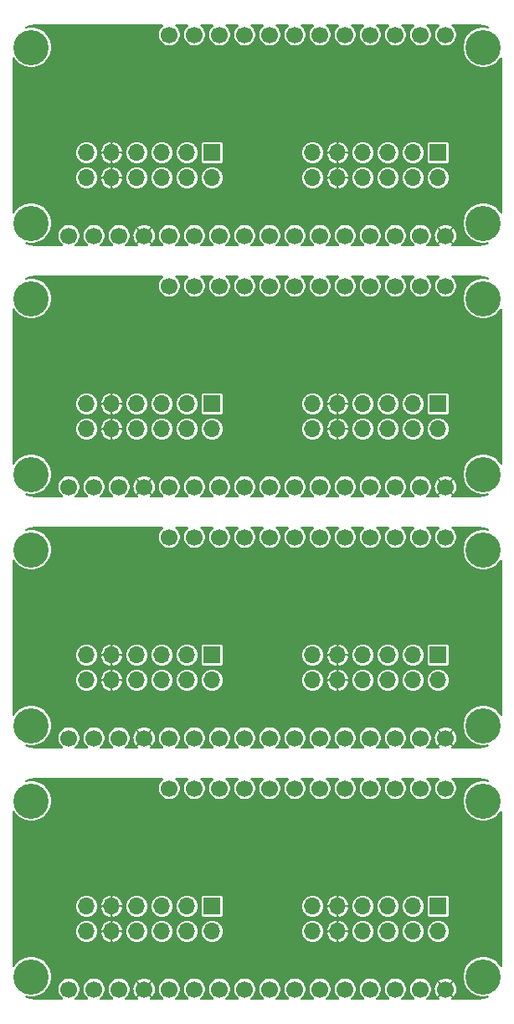
<source format=gbr>
G04 #@! TF.GenerationSoftware,KiCad,Pcbnew,(5.1.2)-1*
G04 #@! TF.CreationDate,2019-07-17T12:19:40+10:00*
G04 #@! TF.ProjectId,output.panel,6f757470-7574-42e7-9061-6e656c2e6b69,rev?*
G04 #@! TF.SameCoordinates,Original*
G04 #@! TF.FileFunction,Copper,L2,Bot*
G04 #@! TF.FilePolarity,Positive*
%FSLAX46Y46*%
G04 Gerber Fmt 4.6, Leading zero omitted, Abs format (unit mm)*
G04 Created by KiCad (PCBNEW (5.1.2)-1) date 2019-07-17 12:19:40*
%MOMM*%
%LPD*%
G04 APERTURE LIST*
%ADD10O,1.700000X1.700000*%
%ADD11R,1.700000X1.700000*%
%ADD12C,3.556000*%
%ADD13C,1.700000*%
%ADD14C,0.200000*%
G04 APERTURE END LIST*
D10*
X106182440Y-149355200D03*
X93482440Y-146815200D03*
X103642440Y-149355200D03*
X103642440Y-146815200D03*
X101102440Y-149355200D03*
X101102440Y-146815200D03*
X98562440Y-149355200D03*
X98562440Y-146815200D03*
X96022440Y-149355200D03*
X96022440Y-146815200D03*
X93482440Y-149355200D03*
D11*
X106182440Y-146815200D03*
D10*
X106182440Y-123955200D03*
X93482440Y-121415200D03*
X103642440Y-123955200D03*
X103642440Y-121415200D03*
X101102440Y-123955200D03*
X101102440Y-121415200D03*
X98562440Y-123955200D03*
X98562440Y-121415200D03*
X96022440Y-123955200D03*
X96022440Y-121415200D03*
X93482440Y-123955200D03*
D11*
X106182440Y-121415200D03*
D10*
X106182440Y-98555200D03*
X93482440Y-96015200D03*
X103642440Y-98555200D03*
X103642440Y-96015200D03*
X101102440Y-98555200D03*
X101102440Y-96015200D03*
X98562440Y-98555200D03*
X98562440Y-96015200D03*
X96022440Y-98555200D03*
X96022440Y-96015200D03*
X93482440Y-98555200D03*
D11*
X106182440Y-96015200D03*
D12*
X133600000Y-153940000D03*
X87880000Y-153940000D03*
X133600000Y-136160000D03*
X87880000Y-136160000D03*
D13*
X129790000Y-134890000D03*
X127250000Y-134890000D03*
X124710000Y-134890000D03*
X122170000Y-134890000D03*
X119630000Y-134890000D03*
X117090000Y-134890000D03*
X114550000Y-134890000D03*
X112010000Y-134890000D03*
X109470000Y-134890000D03*
X106930000Y-134890000D03*
X104390000Y-134890000D03*
X101850000Y-134890000D03*
X129790000Y-155210000D03*
X91690000Y-155210000D03*
X127250000Y-155210000D03*
X124710000Y-155210000D03*
X122170000Y-155210000D03*
X119630000Y-155210000D03*
X117090000Y-155210000D03*
X114550000Y-155210000D03*
X112010000Y-155210000D03*
X109470000Y-155210000D03*
X106930000Y-155210000D03*
X104390000Y-155210000D03*
X101850000Y-155210000D03*
X99310000Y-155210000D03*
X96770000Y-155210000D03*
X94230000Y-155210000D03*
D12*
X133600000Y-128540000D03*
X87880000Y-128540000D03*
X133600000Y-110760000D03*
X87880000Y-110760000D03*
D13*
X129790000Y-109490000D03*
X127250000Y-109490000D03*
X124710000Y-109490000D03*
X122170000Y-109490000D03*
X119630000Y-109490000D03*
X117090000Y-109490000D03*
X114550000Y-109490000D03*
X112010000Y-109490000D03*
X109470000Y-109490000D03*
X106930000Y-109490000D03*
X104390000Y-109490000D03*
X101850000Y-109490000D03*
X129790000Y-129810000D03*
X91690000Y-129810000D03*
X127250000Y-129810000D03*
X124710000Y-129810000D03*
X122170000Y-129810000D03*
X119630000Y-129810000D03*
X117090000Y-129810000D03*
X114550000Y-129810000D03*
X112010000Y-129810000D03*
X109470000Y-129810000D03*
X106930000Y-129810000D03*
X104390000Y-129810000D03*
X101850000Y-129810000D03*
X99310000Y-129810000D03*
X96770000Y-129810000D03*
X94230000Y-129810000D03*
D12*
X133600000Y-103140000D03*
X87880000Y-103140000D03*
X133600000Y-85360000D03*
X87880000Y-85360000D03*
D13*
X129790000Y-84090000D03*
X127250000Y-84090000D03*
X124710000Y-84090000D03*
X122170000Y-84090000D03*
X119630000Y-84090000D03*
X117090000Y-84090000D03*
X114550000Y-84090000D03*
X112010000Y-84090000D03*
X109470000Y-84090000D03*
X106930000Y-84090000D03*
X104390000Y-84090000D03*
X101850000Y-84090000D03*
X129790000Y-104410000D03*
X91690000Y-104410000D03*
X127250000Y-104410000D03*
X124710000Y-104410000D03*
X122170000Y-104410000D03*
X119630000Y-104410000D03*
X117090000Y-104410000D03*
X114550000Y-104410000D03*
X112010000Y-104410000D03*
X109470000Y-104410000D03*
X106930000Y-104410000D03*
X104390000Y-104410000D03*
X101850000Y-104410000D03*
X99310000Y-104410000D03*
X96770000Y-104410000D03*
X94230000Y-104410000D03*
D10*
X129042440Y-149355200D03*
X116342440Y-146815200D03*
X126502440Y-149355200D03*
X126502440Y-146815200D03*
X123962440Y-149355200D03*
X123962440Y-146815200D03*
X121422440Y-149355200D03*
X121422440Y-146815200D03*
X118882440Y-149355200D03*
X118882440Y-146815200D03*
X116342440Y-149355200D03*
D11*
X129042440Y-146815200D03*
D10*
X129042440Y-123955200D03*
X116342440Y-121415200D03*
X126502440Y-123955200D03*
X126502440Y-121415200D03*
X123962440Y-123955200D03*
X123962440Y-121415200D03*
X121422440Y-123955200D03*
X121422440Y-121415200D03*
X118882440Y-123955200D03*
X118882440Y-121415200D03*
X116342440Y-123955200D03*
D11*
X129042440Y-121415200D03*
D10*
X129042440Y-98555200D03*
X116342440Y-96015200D03*
X126502440Y-98555200D03*
X126502440Y-96015200D03*
X123962440Y-98555200D03*
X123962440Y-96015200D03*
X121422440Y-98555200D03*
X121422440Y-96015200D03*
X118882440Y-98555200D03*
X118882440Y-96015200D03*
X116342440Y-98555200D03*
D11*
X129042440Y-96015200D03*
D13*
X94230000Y-79010000D03*
X96770000Y-79010000D03*
X99310000Y-79010000D03*
X101850000Y-79010000D03*
X104390000Y-79010000D03*
X106930000Y-79010000D03*
X109470000Y-79010000D03*
X112010000Y-79010000D03*
X114550000Y-79010000D03*
X117090000Y-79010000D03*
X119630000Y-79010000D03*
X122170000Y-79010000D03*
X124710000Y-79010000D03*
X127250000Y-79010000D03*
X91690000Y-79010000D03*
X129790000Y-79010000D03*
X101850000Y-58690000D03*
X104390000Y-58690000D03*
X106930000Y-58690000D03*
X109470000Y-58690000D03*
X112010000Y-58690000D03*
X114550000Y-58690000D03*
X117090000Y-58690000D03*
X119630000Y-58690000D03*
X122170000Y-58690000D03*
X124710000Y-58690000D03*
X127250000Y-58690000D03*
X129790000Y-58690000D03*
D12*
X87880000Y-59960000D03*
X133600000Y-59960000D03*
X87880000Y-77740000D03*
X133600000Y-77740000D03*
D11*
X106182440Y-70615200D03*
D10*
X93482440Y-73155200D03*
X96022440Y-70615200D03*
X96022440Y-73155200D03*
X98562440Y-70615200D03*
X98562440Y-73155200D03*
X101102440Y-70615200D03*
X101102440Y-73155200D03*
X103642440Y-70615200D03*
X103642440Y-73155200D03*
X93482440Y-70615200D03*
X106182440Y-73155200D03*
D11*
X129042440Y-70615200D03*
D10*
X116342440Y-73155200D03*
X118882440Y-70615200D03*
X118882440Y-73155200D03*
X121422440Y-70615200D03*
X121422440Y-73155200D03*
X123962440Y-70615200D03*
X123962440Y-73155200D03*
X126502440Y-70615200D03*
X126502440Y-73155200D03*
X116342440Y-70615200D03*
X129042440Y-73155200D03*
D14*
G36*
X101116918Y-57796737D02*
G01*
X100956737Y-57956918D01*
X100830884Y-58145271D01*
X100744194Y-58354557D01*
X100700000Y-58576735D01*
X100700000Y-58803265D01*
X100744194Y-59025443D01*
X100830884Y-59234729D01*
X100956737Y-59423082D01*
X101116918Y-59583263D01*
X101305271Y-59709116D01*
X101514557Y-59795806D01*
X101736735Y-59840000D01*
X101963265Y-59840000D01*
X102185443Y-59795806D01*
X102394729Y-59709116D01*
X102583082Y-59583263D01*
X102743263Y-59423082D01*
X102869116Y-59234729D01*
X102955806Y-59025443D01*
X103000000Y-58803265D01*
X103000000Y-58576735D01*
X102955806Y-58354557D01*
X102869116Y-58145271D01*
X102743263Y-57956918D01*
X102583082Y-57796737D01*
X102505652Y-57745000D01*
X103734348Y-57745000D01*
X103656918Y-57796737D01*
X103496737Y-57956918D01*
X103370884Y-58145271D01*
X103284194Y-58354557D01*
X103240000Y-58576735D01*
X103240000Y-58803265D01*
X103284194Y-59025443D01*
X103370884Y-59234729D01*
X103496737Y-59423082D01*
X103656918Y-59583263D01*
X103845271Y-59709116D01*
X104054557Y-59795806D01*
X104276735Y-59840000D01*
X104503265Y-59840000D01*
X104725443Y-59795806D01*
X104934729Y-59709116D01*
X105123082Y-59583263D01*
X105283263Y-59423082D01*
X105409116Y-59234729D01*
X105495806Y-59025443D01*
X105540000Y-58803265D01*
X105540000Y-58576735D01*
X105495806Y-58354557D01*
X105409116Y-58145271D01*
X105283263Y-57956918D01*
X105123082Y-57796737D01*
X105045652Y-57745000D01*
X106274348Y-57745000D01*
X106196918Y-57796737D01*
X106036737Y-57956918D01*
X105910884Y-58145271D01*
X105824194Y-58354557D01*
X105780000Y-58576735D01*
X105780000Y-58803265D01*
X105824194Y-59025443D01*
X105910884Y-59234729D01*
X106036737Y-59423082D01*
X106196918Y-59583263D01*
X106385271Y-59709116D01*
X106594557Y-59795806D01*
X106816735Y-59840000D01*
X107043265Y-59840000D01*
X107265443Y-59795806D01*
X107474729Y-59709116D01*
X107663082Y-59583263D01*
X107823263Y-59423082D01*
X107949116Y-59234729D01*
X108035806Y-59025443D01*
X108080000Y-58803265D01*
X108080000Y-58576735D01*
X108035806Y-58354557D01*
X107949116Y-58145271D01*
X107823263Y-57956918D01*
X107663082Y-57796737D01*
X107585652Y-57745000D01*
X108814348Y-57745000D01*
X108736918Y-57796737D01*
X108576737Y-57956918D01*
X108450884Y-58145271D01*
X108364194Y-58354557D01*
X108320000Y-58576735D01*
X108320000Y-58803265D01*
X108364194Y-59025443D01*
X108450884Y-59234729D01*
X108576737Y-59423082D01*
X108736918Y-59583263D01*
X108925271Y-59709116D01*
X109134557Y-59795806D01*
X109356735Y-59840000D01*
X109583265Y-59840000D01*
X109805443Y-59795806D01*
X110014729Y-59709116D01*
X110203082Y-59583263D01*
X110363263Y-59423082D01*
X110489116Y-59234729D01*
X110575806Y-59025443D01*
X110620000Y-58803265D01*
X110620000Y-58576735D01*
X110575806Y-58354557D01*
X110489116Y-58145271D01*
X110363263Y-57956918D01*
X110203082Y-57796737D01*
X110125652Y-57745000D01*
X111354348Y-57745000D01*
X111276918Y-57796737D01*
X111116737Y-57956918D01*
X110990884Y-58145271D01*
X110904194Y-58354557D01*
X110860000Y-58576735D01*
X110860000Y-58803265D01*
X110904194Y-59025443D01*
X110990884Y-59234729D01*
X111116737Y-59423082D01*
X111276918Y-59583263D01*
X111465271Y-59709116D01*
X111674557Y-59795806D01*
X111896735Y-59840000D01*
X112123265Y-59840000D01*
X112345443Y-59795806D01*
X112554729Y-59709116D01*
X112743082Y-59583263D01*
X112903263Y-59423082D01*
X113029116Y-59234729D01*
X113115806Y-59025443D01*
X113160000Y-58803265D01*
X113160000Y-58576735D01*
X113115806Y-58354557D01*
X113029116Y-58145271D01*
X112903263Y-57956918D01*
X112743082Y-57796737D01*
X112665652Y-57745000D01*
X113894348Y-57745000D01*
X113816918Y-57796737D01*
X113656737Y-57956918D01*
X113530884Y-58145271D01*
X113444194Y-58354557D01*
X113400000Y-58576735D01*
X113400000Y-58803265D01*
X113444194Y-59025443D01*
X113530884Y-59234729D01*
X113656737Y-59423082D01*
X113816918Y-59583263D01*
X114005271Y-59709116D01*
X114214557Y-59795806D01*
X114436735Y-59840000D01*
X114663265Y-59840000D01*
X114885443Y-59795806D01*
X115094729Y-59709116D01*
X115283082Y-59583263D01*
X115443263Y-59423082D01*
X115569116Y-59234729D01*
X115655806Y-59025443D01*
X115700000Y-58803265D01*
X115700000Y-58576735D01*
X115655806Y-58354557D01*
X115569116Y-58145271D01*
X115443263Y-57956918D01*
X115283082Y-57796737D01*
X115205652Y-57745000D01*
X116434348Y-57745000D01*
X116356918Y-57796737D01*
X116196737Y-57956918D01*
X116070884Y-58145271D01*
X115984194Y-58354557D01*
X115940000Y-58576735D01*
X115940000Y-58803265D01*
X115984194Y-59025443D01*
X116070884Y-59234729D01*
X116196737Y-59423082D01*
X116356918Y-59583263D01*
X116545271Y-59709116D01*
X116754557Y-59795806D01*
X116976735Y-59840000D01*
X117203265Y-59840000D01*
X117425443Y-59795806D01*
X117634729Y-59709116D01*
X117823082Y-59583263D01*
X117983263Y-59423082D01*
X118109116Y-59234729D01*
X118195806Y-59025443D01*
X118240000Y-58803265D01*
X118240000Y-58576735D01*
X118195806Y-58354557D01*
X118109116Y-58145271D01*
X117983263Y-57956918D01*
X117823082Y-57796737D01*
X117745652Y-57745000D01*
X118974348Y-57745000D01*
X118896918Y-57796737D01*
X118736737Y-57956918D01*
X118610884Y-58145271D01*
X118524194Y-58354557D01*
X118480000Y-58576735D01*
X118480000Y-58803265D01*
X118524194Y-59025443D01*
X118610884Y-59234729D01*
X118736737Y-59423082D01*
X118896918Y-59583263D01*
X119085271Y-59709116D01*
X119294557Y-59795806D01*
X119516735Y-59840000D01*
X119743265Y-59840000D01*
X119965443Y-59795806D01*
X120174729Y-59709116D01*
X120363082Y-59583263D01*
X120523263Y-59423082D01*
X120649116Y-59234729D01*
X120735806Y-59025443D01*
X120780000Y-58803265D01*
X120780000Y-58576735D01*
X120735806Y-58354557D01*
X120649116Y-58145271D01*
X120523263Y-57956918D01*
X120363082Y-57796737D01*
X120285652Y-57745000D01*
X121514348Y-57745000D01*
X121436918Y-57796737D01*
X121276737Y-57956918D01*
X121150884Y-58145271D01*
X121064194Y-58354557D01*
X121020000Y-58576735D01*
X121020000Y-58803265D01*
X121064194Y-59025443D01*
X121150884Y-59234729D01*
X121276737Y-59423082D01*
X121436918Y-59583263D01*
X121625271Y-59709116D01*
X121834557Y-59795806D01*
X122056735Y-59840000D01*
X122283265Y-59840000D01*
X122505443Y-59795806D01*
X122714729Y-59709116D01*
X122903082Y-59583263D01*
X123063263Y-59423082D01*
X123189116Y-59234729D01*
X123275806Y-59025443D01*
X123320000Y-58803265D01*
X123320000Y-58576735D01*
X123275806Y-58354557D01*
X123189116Y-58145271D01*
X123063263Y-57956918D01*
X122903082Y-57796737D01*
X122825652Y-57745000D01*
X124054348Y-57745000D01*
X123976918Y-57796737D01*
X123816737Y-57956918D01*
X123690884Y-58145271D01*
X123604194Y-58354557D01*
X123560000Y-58576735D01*
X123560000Y-58803265D01*
X123604194Y-59025443D01*
X123690884Y-59234729D01*
X123816737Y-59423082D01*
X123976918Y-59583263D01*
X124165271Y-59709116D01*
X124374557Y-59795806D01*
X124596735Y-59840000D01*
X124823265Y-59840000D01*
X125045443Y-59795806D01*
X125254729Y-59709116D01*
X125443082Y-59583263D01*
X125603263Y-59423082D01*
X125729116Y-59234729D01*
X125815806Y-59025443D01*
X125860000Y-58803265D01*
X125860000Y-58576735D01*
X125815806Y-58354557D01*
X125729116Y-58145271D01*
X125603263Y-57956918D01*
X125443082Y-57796737D01*
X125365652Y-57745000D01*
X126594348Y-57745000D01*
X126516918Y-57796737D01*
X126356737Y-57956918D01*
X126230884Y-58145271D01*
X126144194Y-58354557D01*
X126100000Y-58576735D01*
X126100000Y-58803265D01*
X126144194Y-59025443D01*
X126230884Y-59234729D01*
X126356737Y-59423082D01*
X126516918Y-59583263D01*
X126705271Y-59709116D01*
X126914557Y-59795806D01*
X127136735Y-59840000D01*
X127363265Y-59840000D01*
X127585443Y-59795806D01*
X127794729Y-59709116D01*
X127983082Y-59583263D01*
X128143263Y-59423082D01*
X128269116Y-59234729D01*
X128355806Y-59025443D01*
X128400000Y-58803265D01*
X128400000Y-58576735D01*
X128355806Y-58354557D01*
X128269116Y-58145271D01*
X128143263Y-57956918D01*
X127983082Y-57796737D01*
X127905652Y-57745000D01*
X129134348Y-57745000D01*
X129056918Y-57796737D01*
X128896737Y-57956918D01*
X128770884Y-58145271D01*
X128684194Y-58354557D01*
X128640000Y-58576735D01*
X128640000Y-58803265D01*
X128684194Y-59025443D01*
X128770884Y-59234729D01*
X128896737Y-59423082D01*
X129056918Y-59583263D01*
X129245271Y-59709116D01*
X129454557Y-59795806D01*
X129676735Y-59840000D01*
X129903265Y-59840000D01*
X130125443Y-59795806D01*
X130334729Y-59709116D01*
X130523082Y-59583263D01*
X130683263Y-59423082D01*
X130809116Y-59234729D01*
X130895806Y-59025443D01*
X130940000Y-58803265D01*
X130940000Y-58576735D01*
X130895806Y-58354557D01*
X130809116Y-58145271D01*
X130683263Y-57956918D01*
X130523082Y-57796737D01*
X130445652Y-57745000D01*
X133177703Y-57745000D01*
X133623526Y-57788713D01*
X134037078Y-57913572D01*
X134081122Y-57936991D01*
X133804665Y-57882000D01*
X133395335Y-57882000D01*
X132993870Y-57961856D01*
X132615698Y-58118500D01*
X132275352Y-58345912D01*
X131985912Y-58635352D01*
X131758500Y-58975698D01*
X131601856Y-59353870D01*
X131522000Y-59755335D01*
X131522000Y-60164665D01*
X131601856Y-60566130D01*
X131758500Y-60944302D01*
X131985912Y-61284648D01*
X132275352Y-61574088D01*
X132615698Y-61801500D01*
X132993870Y-61958144D01*
X133395335Y-62038000D01*
X133804665Y-62038000D01*
X134206130Y-61958144D01*
X134584302Y-61801500D01*
X134924648Y-61574088D01*
X135214088Y-61284648D01*
X135408573Y-60993580D01*
X135408161Y-76705802D01*
X135214088Y-76415352D01*
X134924648Y-76125912D01*
X134584302Y-75898500D01*
X134206130Y-75741856D01*
X133804665Y-75662000D01*
X133395335Y-75662000D01*
X132993870Y-75741856D01*
X132615698Y-75898500D01*
X132275352Y-76125912D01*
X131985912Y-76415352D01*
X131758500Y-76755698D01*
X131601856Y-77133870D01*
X131522000Y-77535335D01*
X131522000Y-77944665D01*
X131601856Y-78346130D01*
X131758500Y-78724302D01*
X131985912Y-79064648D01*
X132275352Y-79354088D01*
X132615698Y-79581500D01*
X132993870Y-79738144D01*
X133395335Y-79818000D01*
X133804665Y-79818000D01*
X134074505Y-79764326D01*
X134012009Y-79796582D01*
X133596007Y-79916655D01*
X133178696Y-79955000D01*
X130471534Y-79955000D01*
X130555869Y-79782940D01*
X129790000Y-79017071D01*
X129024131Y-79782940D01*
X129108466Y-79955000D01*
X127905652Y-79955000D01*
X127983082Y-79903263D01*
X128143263Y-79743082D01*
X128269116Y-79554729D01*
X128355806Y-79345443D01*
X128400000Y-79123265D01*
X128400000Y-78969235D01*
X128625101Y-78969235D01*
X128639532Y-79197279D01*
X128698174Y-79418126D01*
X128798774Y-79623289D01*
X128844069Y-79691078D01*
X129017060Y-79775869D01*
X129782929Y-79010000D01*
X129797071Y-79010000D01*
X130562940Y-79775869D01*
X130735931Y-79691078D01*
X130850627Y-79493450D01*
X130924563Y-79277242D01*
X130954899Y-79050765D01*
X130940468Y-78822721D01*
X130881826Y-78601874D01*
X130781226Y-78396711D01*
X130735931Y-78328922D01*
X130562940Y-78244131D01*
X129797071Y-79010000D01*
X129782929Y-79010000D01*
X129017060Y-78244131D01*
X128844069Y-78328922D01*
X128729373Y-78526550D01*
X128655437Y-78742758D01*
X128625101Y-78969235D01*
X128400000Y-78969235D01*
X128400000Y-78896735D01*
X128355806Y-78674557D01*
X128269116Y-78465271D01*
X128143263Y-78276918D01*
X128103405Y-78237060D01*
X129024131Y-78237060D01*
X129790000Y-79002929D01*
X130555869Y-78237060D01*
X130471078Y-78064069D01*
X130273450Y-77949373D01*
X130057242Y-77875437D01*
X129830765Y-77845101D01*
X129602721Y-77859532D01*
X129381874Y-77918174D01*
X129176711Y-78018774D01*
X129108922Y-78064069D01*
X129024131Y-78237060D01*
X128103405Y-78237060D01*
X127983082Y-78116737D01*
X127794729Y-77990884D01*
X127585443Y-77904194D01*
X127363265Y-77860000D01*
X127136735Y-77860000D01*
X126914557Y-77904194D01*
X126705271Y-77990884D01*
X126516918Y-78116737D01*
X126356737Y-78276918D01*
X126230884Y-78465271D01*
X126144194Y-78674557D01*
X126100000Y-78896735D01*
X126100000Y-79123265D01*
X126144194Y-79345443D01*
X126230884Y-79554729D01*
X126356737Y-79743082D01*
X126516918Y-79903263D01*
X126594348Y-79955000D01*
X125365652Y-79955000D01*
X125443082Y-79903263D01*
X125603263Y-79743082D01*
X125729116Y-79554729D01*
X125815806Y-79345443D01*
X125860000Y-79123265D01*
X125860000Y-78896735D01*
X125815806Y-78674557D01*
X125729116Y-78465271D01*
X125603263Y-78276918D01*
X125443082Y-78116737D01*
X125254729Y-77990884D01*
X125045443Y-77904194D01*
X124823265Y-77860000D01*
X124596735Y-77860000D01*
X124374557Y-77904194D01*
X124165271Y-77990884D01*
X123976918Y-78116737D01*
X123816737Y-78276918D01*
X123690884Y-78465271D01*
X123604194Y-78674557D01*
X123560000Y-78896735D01*
X123560000Y-79123265D01*
X123604194Y-79345443D01*
X123690884Y-79554729D01*
X123816737Y-79743082D01*
X123976918Y-79903263D01*
X124054348Y-79955000D01*
X122825652Y-79955000D01*
X122903082Y-79903263D01*
X123063263Y-79743082D01*
X123189116Y-79554729D01*
X123275806Y-79345443D01*
X123320000Y-79123265D01*
X123320000Y-78896735D01*
X123275806Y-78674557D01*
X123189116Y-78465271D01*
X123063263Y-78276918D01*
X122903082Y-78116737D01*
X122714729Y-77990884D01*
X122505443Y-77904194D01*
X122283265Y-77860000D01*
X122056735Y-77860000D01*
X121834557Y-77904194D01*
X121625271Y-77990884D01*
X121436918Y-78116737D01*
X121276737Y-78276918D01*
X121150884Y-78465271D01*
X121064194Y-78674557D01*
X121020000Y-78896735D01*
X121020000Y-79123265D01*
X121064194Y-79345443D01*
X121150884Y-79554729D01*
X121276737Y-79743082D01*
X121436918Y-79903263D01*
X121514348Y-79955000D01*
X120285652Y-79955000D01*
X120363082Y-79903263D01*
X120523263Y-79743082D01*
X120649116Y-79554729D01*
X120735806Y-79345443D01*
X120780000Y-79123265D01*
X120780000Y-78896735D01*
X120735806Y-78674557D01*
X120649116Y-78465271D01*
X120523263Y-78276918D01*
X120363082Y-78116737D01*
X120174729Y-77990884D01*
X119965443Y-77904194D01*
X119743265Y-77860000D01*
X119516735Y-77860000D01*
X119294557Y-77904194D01*
X119085271Y-77990884D01*
X118896918Y-78116737D01*
X118736737Y-78276918D01*
X118610884Y-78465271D01*
X118524194Y-78674557D01*
X118480000Y-78896735D01*
X118480000Y-79123265D01*
X118524194Y-79345443D01*
X118610884Y-79554729D01*
X118736737Y-79743082D01*
X118896918Y-79903263D01*
X118974348Y-79955000D01*
X117745652Y-79955000D01*
X117823082Y-79903263D01*
X117983263Y-79743082D01*
X118109116Y-79554729D01*
X118195806Y-79345443D01*
X118240000Y-79123265D01*
X118240000Y-78896735D01*
X118195806Y-78674557D01*
X118109116Y-78465271D01*
X117983263Y-78276918D01*
X117823082Y-78116737D01*
X117634729Y-77990884D01*
X117425443Y-77904194D01*
X117203265Y-77860000D01*
X116976735Y-77860000D01*
X116754557Y-77904194D01*
X116545271Y-77990884D01*
X116356918Y-78116737D01*
X116196737Y-78276918D01*
X116070884Y-78465271D01*
X115984194Y-78674557D01*
X115940000Y-78896735D01*
X115940000Y-79123265D01*
X115984194Y-79345443D01*
X116070884Y-79554729D01*
X116196737Y-79743082D01*
X116356918Y-79903263D01*
X116434348Y-79955000D01*
X115205652Y-79955000D01*
X115283082Y-79903263D01*
X115443263Y-79743082D01*
X115569116Y-79554729D01*
X115655806Y-79345443D01*
X115700000Y-79123265D01*
X115700000Y-78896735D01*
X115655806Y-78674557D01*
X115569116Y-78465271D01*
X115443263Y-78276918D01*
X115283082Y-78116737D01*
X115094729Y-77990884D01*
X114885443Y-77904194D01*
X114663265Y-77860000D01*
X114436735Y-77860000D01*
X114214557Y-77904194D01*
X114005271Y-77990884D01*
X113816918Y-78116737D01*
X113656737Y-78276918D01*
X113530884Y-78465271D01*
X113444194Y-78674557D01*
X113400000Y-78896735D01*
X113400000Y-79123265D01*
X113444194Y-79345443D01*
X113530884Y-79554729D01*
X113656737Y-79743082D01*
X113816918Y-79903263D01*
X113894348Y-79955000D01*
X112665652Y-79955000D01*
X112743082Y-79903263D01*
X112903263Y-79743082D01*
X113029116Y-79554729D01*
X113115806Y-79345443D01*
X113160000Y-79123265D01*
X113160000Y-78896735D01*
X113115806Y-78674557D01*
X113029116Y-78465271D01*
X112903263Y-78276918D01*
X112743082Y-78116737D01*
X112554729Y-77990884D01*
X112345443Y-77904194D01*
X112123265Y-77860000D01*
X111896735Y-77860000D01*
X111674557Y-77904194D01*
X111465271Y-77990884D01*
X111276918Y-78116737D01*
X111116737Y-78276918D01*
X110990884Y-78465271D01*
X110904194Y-78674557D01*
X110860000Y-78896735D01*
X110860000Y-79123265D01*
X110904194Y-79345443D01*
X110990884Y-79554729D01*
X111116737Y-79743082D01*
X111276918Y-79903263D01*
X111354348Y-79955000D01*
X110125652Y-79955000D01*
X110203082Y-79903263D01*
X110363263Y-79743082D01*
X110489116Y-79554729D01*
X110575806Y-79345443D01*
X110620000Y-79123265D01*
X110620000Y-78896735D01*
X110575806Y-78674557D01*
X110489116Y-78465271D01*
X110363263Y-78276918D01*
X110203082Y-78116737D01*
X110014729Y-77990884D01*
X109805443Y-77904194D01*
X109583265Y-77860000D01*
X109356735Y-77860000D01*
X109134557Y-77904194D01*
X108925271Y-77990884D01*
X108736918Y-78116737D01*
X108576737Y-78276918D01*
X108450884Y-78465271D01*
X108364194Y-78674557D01*
X108320000Y-78896735D01*
X108320000Y-79123265D01*
X108364194Y-79345443D01*
X108450884Y-79554729D01*
X108576737Y-79743082D01*
X108736918Y-79903263D01*
X108814348Y-79955000D01*
X107585652Y-79955000D01*
X107663082Y-79903263D01*
X107823263Y-79743082D01*
X107949116Y-79554729D01*
X108035806Y-79345443D01*
X108080000Y-79123265D01*
X108080000Y-78896735D01*
X108035806Y-78674557D01*
X107949116Y-78465271D01*
X107823263Y-78276918D01*
X107663082Y-78116737D01*
X107474729Y-77990884D01*
X107265443Y-77904194D01*
X107043265Y-77860000D01*
X106816735Y-77860000D01*
X106594557Y-77904194D01*
X106385271Y-77990884D01*
X106196918Y-78116737D01*
X106036737Y-78276918D01*
X105910884Y-78465271D01*
X105824194Y-78674557D01*
X105780000Y-78896735D01*
X105780000Y-79123265D01*
X105824194Y-79345443D01*
X105910884Y-79554729D01*
X106036737Y-79743082D01*
X106196918Y-79903263D01*
X106274348Y-79955000D01*
X105045652Y-79955000D01*
X105123082Y-79903263D01*
X105283263Y-79743082D01*
X105409116Y-79554729D01*
X105495806Y-79345443D01*
X105540000Y-79123265D01*
X105540000Y-78896735D01*
X105495806Y-78674557D01*
X105409116Y-78465271D01*
X105283263Y-78276918D01*
X105123082Y-78116737D01*
X104934729Y-77990884D01*
X104725443Y-77904194D01*
X104503265Y-77860000D01*
X104276735Y-77860000D01*
X104054557Y-77904194D01*
X103845271Y-77990884D01*
X103656918Y-78116737D01*
X103496737Y-78276918D01*
X103370884Y-78465271D01*
X103284194Y-78674557D01*
X103240000Y-78896735D01*
X103240000Y-79123265D01*
X103284194Y-79345443D01*
X103370884Y-79554729D01*
X103496737Y-79743082D01*
X103656918Y-79903263D01*
X103734348Y-79955000D01*
X102505652Y-79955000D01*
X102583082Y-79903263D01*
X102743263Y-79743082D01*
X102869116Y-79554729D01*
X102955806Y-79345443D01*
X103000000Y-79123265D01*
X103000000Y-78896735D01*
X102955806Y-78674557D01*
X102869116Y-78465271D01*
X102743263Y-78276918D01*
X102583082Y-78116737D01*
X102394729Y-77990884D01*
X102185443Y-77904194D01*
X101963265Y-77860000D01*
X101736735Y-77860000D01*
X101514557Y-77904194D01*
X101305271Y-77990884D01*
X101116918Y-78116737D01*
X100956737Y-78276918D01*
X100830884Y-78465271D01*
X100744194Y-78674557D01*
X100700000Y-78896735D01*
X100700000Y-79123265D01*
X100744194Y-79345443D01*
X100830884Y-79554729D01*
X100956737Y-79743082D01*
X101116918Y-79903263D01*
X101194348Y-79955000D01*
X99991534Y-79955000D01*
X100075869Y-79782940D01*
X99310000Y-79017071D01*
X98544131Y-79782940D01*
X98628466Y-79955000D01*
X97425652Y-79955000D01*
X97503082Y-79903263D01*
X97663263Y-79743082D01*
X97789116Y-79554729D01*
X97875806Y-79345443D01*
X97920000Y-79123265D01*
X97920000Y-78969235D01*
X98145101Y-78969235D01*
X98159532Y-79197279D01*
X98218174Y-79418126D01*
X98318774Y-79623289D01*
X98364069Y-79691078D01*
X98537060Y-79775869D01*
X99302929Y-79010000D01*
X99317071Y-79010000D01*
X100082940Y-79775869D01*
X100255931Y-79691078D01*
X100370627Y-79493450D01*
X100444563Y-79277242D01*
X100474899Y-79050765D01*
X100460468Y-78822721D01*
X100401826Y-78601874D01*
X100301226Y-78396711D01*
X100255931Y-78328922D01*
X100082940Y-78244131D01*
X99317071Y-79010000D01*
X99302929Y-79010000D01*
X98537060Y-78244131D01*
X98364069Y-78328922D01*
X98249373Y-78526550D01*
X98175437Y-78742758D01*
X98145101Y-78969235D01*
X97920000Y-78969235D01*
X97920000Y-78896735D01*
X97875806Y-78674557D01*
X97789116Y-78465271D01*
X97663263Y-78276918D01*
X97623405Y-78237060D01*
X98544131Y-78237060D01*
X99310000Y-79002929D01*
X100075869Y-78237060D01*
X99991078Y-78064069D01*
X99793450Y-77949373D01*
X99577242Y-77875437D01*
X99350765Y-77845101D01*
X99122721Y-77859532D01*
X98901874Y-77918174D01*
X98696711Y-78018774D01*
X98628922Y-78064069D01*
X98544131Y-78237060D01*
X97623405Y-78237060D01*
X97503082Y-78116737D01*
X97314729Y-77990884D01*
X97105443Y-77904194D01*
X96883265Y-77860000D01*
X96656735Y-77860000D01*
X96434557Y-77904194D01*
X96225271Y-77990884D01*
X96036918Y-78116737D01*
X95876737Y-78276918D01*
X95750884Y-78465271D01*
X95664194Y-78674557D01*
X95620000Y-78896735D01*
X95620000Y-79123265D01*
X95664194Y-79345443D01*
X95750884Y-79554729D01*
X95876737Y-79743082D01*
X96036918Y-79903263D01*
X96114348Y-79955000D01*
X94885652Y-79955000D01*
X94963082Y-79903263D01*
X95123263Y-79743082D01*
X95249116Y-79554729D01*
X95335806Y-79345443D01*
X95380000Y-79123265D01*
X95380000Y-78896735D01*
X95335806Y-78674557D01*
X95249116Y-78465271D01*
X95123263Y-78276918D01*
X94963082Y-78116737D01*
X94774729Y-77990884D01*
X94565443Y-77904194D01*
X94343265Y-77860000D01*
X94116735Y-77860000D01*
X93894557Y-77904194D01*
X93685271Y-77990884D01*
X93496918Y-78116737D01*
X93336737Y-78276918D01*
X93210884Y-78465271D01*
X93124194Y-78674557D01*
X93080000Y-78896735D01*
X93080000Y-79123265D01*
X93124194Y-79345443D01*
X93210884Y-79554729D01*
X93336737Y-79743082D01*
X93496918Y-79903263D01*
X93574348Y-79955000D01*
X92345652Y-79955000D01*
X92423082Y-79903263D01*
X92583263Y-79743082D01*
X92709116Y-79554729D01*
X92795806Y-79345443D01*
X92840000Y-79123265D01*
X92840000Y-78896735D01*
X92795806Y-78674557D01*
X92709116Y-78465271D01*
X92583263Y-78276918D01*
X92423082Y-78116737D01*
X92234729Y-77990884D01*
X92025443Y-77904194D01*
X91803265Y-77860000D01*
X91576735Y-77860000D01*
X91354557Y-77904194D01*
X91145271Y-77990884D01*
X90956918Y-78116737D01*
X90796737Y-78276918D01*
X90670884Y-78465271D01*
X90584194Y-78674557D01*
X90540000Y-78896735D01*
X90540000Y-79123265D01*
X90584194Y-79345443D01*
X90670884Y-79554729D01*
X90796737Y-79743082D01*
X90956918Y-79903263D01*
X91034348Y-79955000D01*
X88302297Y-79955000D01*
X87856475Y-79911287D01*
X87442922Y-79786428D01*
X87398877Y-79763009D01*
X87675335Y-79818000D01*
X88084665Y-79818000D01*
X88486130Y-79738144D01*
X88864302Y-79581500D01*
X89204648Y-79354088D01*
X89494088Y-79064648D01*
X89721500Y-78724302D01*
X89878144Y-78346130D01*
X89958000Y-77944665D01*
X89958000Y-77535335D01*
X89878144Y-77133870D01*
X89721500Y-76755698D01*
X89494088Y-76415352D01*
X89204648Y-76125912D01*
X88864302Y-75898500D01*
X88486130Y-75741856D01*
X88084665Y-75662000D01*
X87675335Y-75662000D01*
X87273870Y-75741856D01*
X86895698Y-75898500D01*
X86555352Y-76125912D01*
X86265912Y-76415352D01*
X86071400Y-76706460D01*
X86071400Y-73155200D01*
X92326876Y-73155200D01*
X92349080Y-73380639D01*
X92414838Y-73597415D01*
X92521624Y-73797197D01*
X92665333Y-73972307D01*
X92840443Y-74116016D01*
X93040225Y-74222802D01*
X93257001Y-74288560D01*
X93425948Y-74305200D01*
X93538932Y-74305200D01*
X93707879Y-74288560D01*
X93924655Y-74222802D01*
X94124437Y-74116016D01*
X94299547Y-73972307D01*
X94443256Y-73797197D01*
X94550042Y-73597415D01*
X94615800Y-73380639D01*
X94619644Y-73341601D01*
X94877515Y-73341601D01*
X94935879Y-73561383D01*
X95035999Y-73765556D01*
X95174028Y-73946273D01*
X95344661Y-74096590D01*
X95541340Y-74210730D01*
X95756508Y-74284306D01*
X95836039Y-74300125D01*
X96017440Y-74237688D01*
X96017440Y-73160200D01*
X96027440Y-73160200D01*
X96027440Y-74237688D01*
X96208841Y-74300125D01*
X96288372Y-74284306D01*
X96503540Y-74210730D01*
X96700219Y-74096590D01*
X96870852Y-73946273D01*
X97008881Y-73765556D01*
X97109001Y-73561383D01*
X97167365Y-73341601D01*
X97104929Y-73160200D01*
X96027440Y-73160200D01*
X96017440Y-73160200D01*
X94939951Y-73160200D01*
X94877515Y-73341601D01*
X94619644Y-73341601D01*
X94638004Y-73155200D01*
X97406876Y-73155200D01*
X97429080Y-73380639D01*
X97494838Y-73597415D01*
X97601624Y-73797197D01*
X97745333Y-73972307D01*
X97920443Y-74116016D01*
X98120225Y-74222802D01*
X98337001Y-74288560D01*
X98505948Y-74305200D01*
X98618932Y-74305200D01*
X98787879Y-74288560D01*
X99004655Y-74222802D01*
X99204437Y-74116016D01*
X99379547Y-73972307D01*
X99523256Y-73797197D01*
X99630042Y-73597415D01*
X99695800Y-73380639D01*
X99718004Y-73155200D01*
X99946876Y-73155200D01*
X99969080Y-73380639D01*
X100034838Y-73597415D01*
X100141624Y-73797197D01*
X100285333Y-73972307D01*
X100460443Y-74116016D01*
X100660225Y-74222802D01*
X100877001Y-74288560D01*
X101045948Y-74305200D01*
X101158932Y-74305200D01*
X101327879Y-74288560D01*
X101544655Y-74222802D01*
X101744437Y-74116016D01*
X101919547Y-73972307D01*
X102063256Y-73797197D01*
X102170042Y-73597415D01*
X102235800Y-73380639D01*
X102258004Y-73155200D01*
X102486876Y-73155200D01*
X102509080Y-73380639D01*
X102574838Y-73597415D01*
X102681624Y-73797197D01*
X102825333Y-73972307D01*
X103000443Y-74116016D01*
X103200225Y-74222802D01*
X103417001Y-74288560D01*
X103585948Y-74305200D01*
X103698932Y-74305200D01*
X103867879Y-74288560D01*
X104084655Y-74222802D01*
X104284437Y-74116016D01*
X104459547Y-73972307D01*
X104603256Y-73797197D01*
X104710042Y-73597415D01*
X104775800Y-73380639D01*
X104798004Y-73155200D01*
X105026876Y-73155200D01*
X105049080Y-73380639D01*
X105114838Y-73597415D01*
X105221624Y-73797197D01*
X105365333Y-73972307D01*
X105540443Y-74116016D01*
X105740225Y-74222802D01*
X105957001Y-74288560D01*
X106125948Y-74305200D01*
X106238932Y-74305200D01*
X106407879Y-74288560D01*
X106624655Y-74222802D01*
X106824437Y-74116016D01*
X106999547Y-73972307D01*
X107143256Y-73797197D01*
X107250042Y-73597415D01*
X107315800Y-73380639D01*
X107338004Y-73155200D01*
X115186876Y-73155200D01*
X115209080Y-73380639D01*
X115274838Y-73597415D01*
X115381624Y-73797197D01*
X115525333Y-73972307D01*
X115700443Y-74116016D01*
X115900225Y-74222802D01*
X116117001Y-74288560D01*
X116285948Y-74305200D01*
X116398932Y-74305200D01*
X116567879Y-74288560D01*
X116784655Y-74222802D01*
X116984437Y-74116016D01*
X117159547Y-73972307D01*
X117303256Y-73797197D01*
X117410042Y-73597415D01*
X117475800Y-73380639D01*
X117479644Y-73341601D01*
X117737515Y-73341601D01*
X117795879Y-73561383D01*
X117895999Y-73765556D01*
X118034028Y-73946273D01*
X118204661Y-74096590D01*
X118401340Y-74210730D01*
X118616508Y-74284306D01*
X118696039Y-74300125D01*
X118877440Y-74237688D01*
X118877440Y-73160200D01*
X118887440Y-73160200D01*
X118887440Y-74237688D01*
X119068841Y-74300125D01*
X119148372Y-74284306D01*
X119363540Y-74210730D01*
X119560219Y-74096590D01*
X119730852Y-73946273D01*
X119868881Y-73765556D01*
X119969001Y-73561383D01*
X120027365Y-73341601D01*
X119964929Y-73160200D01*
X118887440Y-73160200D01*
X118877440Y-73160200D01*
X117799951Y-73160200D01*
X117737515Y-73341601D01*
X117479644Y-73341601D01*
X117498004Y-73155200D01*
X120266876Y-73155200D01*
X120289080Y-73380639D01*
X120354838Y-73597415D01*
X120461624Y-73797197D01*
X120605333Y-73972307D01*
X120780443Y-74116016D01*
X120980225Y-74222802D01*
X121197001Y-74288560D01*
X121365948Y-74305200D01*
X121478932Y-74305200D01*
X121647879Y-74288560D01*
X121864655Y-74222802D01*
X122064437Y-74116016D01*
X122239547Y-73972307D01*
X122383256Y-73797197D01*
X122490042Y-73597415D01*
X122555800Y-73380639D01*
X122578004Y-73155200D01*
X122806876Y-73155200D01*
X122829080Y-73380639D01*
X122894838Y-73597415D01*
X123001624Y-73797197D01*
X123145333Y-73972307D01*
X123320443Y-74116016D01*
X123520225Y-74222802D01*
X123737001Y-74288560D01*
X123905948Y-74305200D01*
X124018932Y-74305200D01*
X124187879Y-74288560D01*
X124404655Y-74222802D01*
X124604437Y-74116016D01*
X124779547Y-73972307D01*
X124923256Y-73797197D01*
X125030042Y-73597415D01*
X125095800Y-73380639D01*
X125118004Y-73155200D01*
X125346876Y-73155200D01*
X125369080Y-73380639D01*
X125434838Y-73597415D01*
X125541624Y-73797197D01*
X125685333Y-73972307D01*
X125860443Y-74116016D01*
X126060225Y-74222802D01*
X126277001Y-74288560D01*
X126445948Y-74305200D01*
X126558932Y-74305200D01*
X126727879Y-74288560D01*
X126944655Y-74222802D01*
X127144437Y-74116016D01*
X127319547Y-73972307D01*
X127463256Y-73797197D01*
X127570042Y-73597415D01*
X127635800Y-73380639D01*
X127658004Y-73155200D01*
X127886876Y-73155200D01*
X127909080Y-73380639D01*
X127974838Y-73597415D01*
X128081624Y-73797197D01*
X128225333Y-73972307D01*
X128400443Y-74116016D01*
X128600225Y-74222802D01*
X128817001Y-74288560D01*
X128985948Y-74305200D01*
X129098932Y-74305200D01*
X129267879Y-74288560D01*
X129484655Y-74222802D01*
X129684437Y-74116016D01*
X129859547Y-73972307D01*
X130003256Y-73797197D01*
X130110042Y-73597415D01*
X130175800Y-73380639D01*
X130198004Y-73155200D01*
X130175800Y-72929761D01*
X130110042Y-72712985D01*
X130003256Y-72513203D01*
X129859547Y-72338093D01*
X129684437Y-72194384D01*
X129484655Y-72087598D01*
X129267879Y-72021840D01*
X129098932Y-72005200D01*
X128985948Y-72005200D01*
X128817001Y-72021840D01*
X128600225Y-72087598D01*
X128400443Y-72194384D01*
X128225333Y-72338093D01*
X128081624Y-72513203D01*
X127974838Y-72712985D01*
X127909080Y-72929761D01*
X127886876Y-73155200D01*
X127658004Y-73155200D01*
X127635800Y-72929761D01*
X127570042Y-72712985D01*
X127463256Y-72513203D01*
X127319547Y-72338093D01*
X127144437Y-72194384D01*
X126944655Y-72087598D01*
X126727879Y-72021840D01*
X126558932Y-72005200D01*
X126445948Y-72005200D01*
X126277001Y-72021840D01*
X126060225Y-72087598D01*
X125860443Y-72194384D01*
X125685333Y-72338093D01*
X125541624Y-72513203D01*
X125434838Y-72712985D01*
X125369080Y-72929761D01*
X125346876Y-73155200D01*
X125118004Y-73155200D01*
X125095800Y-72929761D01*
X125030042Y-72712985D01*
X124923256Y-72513203D01*
X124779547Y-72338093D01*
X124604437Y-72194384D01*
X124404655Y-72087598D01*
X124187879Y-72021840D01*
X124018932Y-72005200D01*
X123905948Y-72005200D01*
X123737001Y-72021840D01*
X123520225Y-72087598D01*
X123320443Y-72194384D01*
X123145333Y-72338093D01*
X123001624Y-72513203D01*
X122894838Y-72712985D01*
X122829080Y-72929761D01*
X122806876Y-73155200D01*
X122578004Y-73155200D01*
X122555800Y-72929761D01*
X122490042Y-72712985D01*
X122383256Y-72513203D01*
X122239547Y-72338093D01*
X122064437Y-72194384D01*
X121864655Y-72087598D01*
X121647879Y-72021840D01*
X121478932Y-72005200D01*
X121365948Y-72005200D01*
X121197001Y-72021840D01*
X120980225Y-72087598D01*
X120780443Y-72194384D01*
X120605333Y-72338093D01*
X120461624Y-72513203D01*
X120354838Y-72712985D01*
X120289080Y-72929761D01*
X120266876Y-73155200D01*
X117498004Y-73155200D01*
X117479645Y-72968799D01*
X117737515Y-72968799D01*
X117799951Y-73150200D01*
X118877440Y-73150200D01*
X118877440Y-72072712D01*
X118887440Y-72072712D01*
X118887440Y-73150200D01*
X119964929Y-73150200D01*
X120027365Y-72968799D01*
X119969001Y-72749017D01*
X119868881Y-72544844D01*
X119730852Y-72364127D01*
X119560219Y-72213810D01*
X119363540Y-72099670D01*
X119148372Y-72026094D01*
X119068841Y-72010275D01*
X118887440Y-72072712D01*
X118877440Y-72072712D01*
X118696039Y-72010275D01*
X118616508Y-72026094D01*
X118401340Y-72099670D01*
X118204661Y-72213810D01*
X118034028Y-72364127D01*
X117895999Y-72544844D01*
X117795879Y-72749017D01*
X117737515Y-72968799D01*
X117479645Y-72968799D01*
X117475800Y-72929761D01*
X117410042Y-72712985D01*
X117303256Y-72513203D01*
X117159547Y-72338093D01*
X116984437Y-72194384D01*
X116784655Y-72087598D01*
X116567879Y-72021840D01*
X116398932Y-72005200D01*
X116285948Y-72005200D01*
X116117001Y-72021840D01*
X115900225Y-72087598D01*
X115700443Y-72194384D01*
X115525333Y-72338093D01*
X115381624Y-72513203D01*
X115274838Y-72712985D01*
X115209080Y-72929761D01*
X115186876Y-73155200D01*
X107338004Y-73155200D01*
X107315800Y-72929761D01*
X107250042Y-72712985D01*
X107143256Y-72513203D01*
X106999547Y-72338093D01*
X106824437Y-72194384D01*
X106624655Y-72087598D01*
X106407879Y-72021840D01*
X106238932Y-72005200D01*
X106125948Y-72005200D01*
X105957001Y-72021840D01*
X105740225Y-72087598D01*
X105540443Y-72194384D01*
X105365333Y-72338093D01*
X105221624Y-72513203D01*
X105114838Y-72712985D01*
X105049080Y-72929761D01*
X105026876Y-73155200D01*
X104798004Y-73155200D01*
X104775800Y-72929761D01*
X104710042Y-72712985D01*
X104603256Y-72513203D01*
X104459547Y-72338093D01*
X104284437Y-72194384D01*
X104084655Y-72087598D01*
X103867879Y-72021840D01*
X103698932Y-72005200D01*
X103585948Y-72005200D01*
X103417001Y-72021840D01*
X103200225Y-72087598D01*
X103000443Y-72194384D01*
X102825333Y-72338093D01*
X102681624Y-72513203D01*
X102574838Y-72712985D01*
X102509080Y-72929761D01*
X102486876Y-73155200D01*
X102258004Y-73155200D01*
X102235800Y-72929761D01*
X102170042Y-72712985D01*
X102063256Y-72513203D01*
X101919547Y-72338093D01*
X101744437Y-72194384D01*
X101544655Y-72087598D01*
X101327879Y-72021840D01*
X101158932Y-72005200D01*
X101045948Y-72005200D01*
X100877001Y-72021840D01*
X100660225Y-72087598D01*
X100460443Y-72194384D01*
X100285333Y-72338093D01*
X100141624Y-72513203D01*
X100034838Y-72712985D01*
X99969080Y-72929761D01*
X99946876Y-73155200D01*
X99718004Y-73155200D01*
X99695800Y-72929761D01*
X99630042Y-72712985D01*
X99523256Y-72513203D01*
X99379547Y-72338093D01*
X99204437Y-72194384D01*
X99004655Y-72087598D01*
X98787879Y-72021840D01*
X98618932Y-72005200D01*
X98505948Y-72005200D01*
X98337001Y-72021840D01*
X98120225Y-72087598D01*
X97920443Y-72194384D01*
X97745333Y-72338093D01*
X97601624Y-72513203D01*
X97494838Y-72712985D01*
X97429080Y-72929761D01*
X97406876Y-73155200D01*
X94638004Y-73155200D01*
X94619645Y-72968799D01*
X94877515Y-72968799D01*
X94939951Y-73150200D01*
X96017440Y-73150200D01*
X96017440Y-72072712D01*
X96027440Y-72072712D01*
X96027440Y-73150200D01*
X97104929Y-73150200D01*
X97167365Y-72968799D01*
X97109001Y-72749017D01*
X97008881Y-72544844D01*
X96870852Y-72364127D01*
X96700219Y-72213810D01*
X96503540Y-72099670D01*
X96288372Y-72026094D01*
X96208841Y-72010275D01*
X96027440Y-72072712D01*
X96017440Y-72072712D01*
X95836039Y-72010275D01*
X95756508Y-72026094D01*
X95541340Y-72099670D01*
X95344661Y-72213810D01*
X95174028Y-72364127D01*
X95035999Y-72544844D01*
X94935879Y-72749017D01*
X94877515Y-72968799D01*
X94619645Y-72968799D01*
X94615800Y-72929761D01*
X94550042Y-72712985D01*
X94443256Y-72513203D01*
X94299547Y-72338093D01*
X94124437Y-72194384D01*
X93924655Y-72087598D01*
X93707879Y-72021840D01*
X93538932Y-72005200D01*
X93425948Y-72005200D01*
X93257001Y-72021840D01*
X93040225Y-72087598D01*
X92840443Y-72194384D01*
X92665333Y-72338093D01*
X92521624Y-72513203D01*
X92414838Y-72712985D01*
X92349080Y-72929761D01*
X92326876Y-73155200D01*
X86071400Y-73155200D01*
X86071400Y-70615200D01*
X92326876Y-70615200D01*
X92349080Y-70840639D01*
X92414838Y-71057415D01*
X92521624Y-71257197D01*
X92665333Y-71432307D01*
X92840443Y-71576016D01*
X93040225Y-71682802D01*
X93257001Y-71748560D01*
X93425948Y-71765200D01*
X93538932Y-71765200D01*
X93707879Y-71748560D01*
X93924655Y-71682802D01*
X94124437Y-71576016D01*
X94299547Y-71432307D01*
X94443256Y-71257197D01*
X94550042Y-71057415D01*
X94615800Y-70840639D01*
X94619644Y-70801601D01*
X94877515Y-70801601D01*
X94935879Y-71021383D01*
X95035999Y-71225556D01*
X95174028Y-71406273D01*
X95344661Y-71556590D01*
X95541340Y-71670730D01*
X95756508Y-71744306D01*
X95836039Y-71760125D01*
X96017440Y-71697688D01*
X96017440Y-70620200D01*
X96027440Y-70620200D01*
X96027440Y-71697688D01*
X96208841Y-71760125D01*
X96288372Y-71744306D01*
X96503540Y-71670730D01*
X96700219Y-71556590D01*
X96870852Y-71406273D01*
X97008881Y-71225556D01*
X97109001Y-71021383D01*
X97167365Y-70801601D01*
X97104929Y-70620200D01*
X96027440Y-70620200D01*
X96017440Y-70620200D01*
X94939951Y-70620200D01*
X94877515Y-70801601D01*
X94619644Y-70801601D01*
X94638004Y-70615200D01*
X97406876Y-70615200D01*
X97429080Y-70840639D01*
X97494838Y-71057415D01*
X97601624Y-71257197D01*
X97745333Y-71432307D01*
X97920443Y-71576016D01*
X98120225Y-71682802D01*
X98337001Y-71748560D01*
X98505948Y-71765200D01*
X98618932Y-71765200D01*
X98787879Y-71748560D01*
X99004655Y-71682802D01*
X99204437Y-71576016D01*
X99379547Y-71432307D01*
X99523256Y-71257197D01*
X99630042Y-71057415D01*
X99695800Y-70840639D01*
X99718004Y-70615200D01*
X99946876Y-70615200D01*
X99969080Y-70840639D01*
X100034838Y-71057415D01*
X100141624Y-71257197D01*
X100285333Y-71432307D01*
X100460443Y-71576016D01*
X100660225Y-71682802D01*
X100877001Y-71748560D01*
X101045948Y-71765200D01*
X101158932Y-71765200D01*
X101327879Y-71748560D01*
X101544655Y-71682802D01*
X101744437Y-71576016D01*
X101919547Y-71432307D01*
X102063256Y-71257197D01*
X102170042Y-71057415D01*
X102235800Y-70840639D01*
X102258004Y-70615200D01*
X102486876Y-70615200D01*
X102509080Y-70840639D01*
X102574838Y-71057415D01*
X102681624Y-71257197D01*
X102825333Y-71432307D01*
X103000443Y-71576016D01*
X103200225Y-71682802D01*
X103417001Y-71748560D01*
X103585948Y-71765200D01*
X103698932Y-71765200D01*
X103867879Y-71748560D01*
X104084655Y-71682802D01*
X104284437Y-71576016D01*
X104459547Y-71432307D01*
X104603256Y-71257197D01*
X104710042Y-71057415D01*
X104775800Y-70840639D01*
X104798004Y-70615200D01*
X104775800Y-70389761D01*
X104710042Y-70172985D01*
X104603256Y-69973203D01*
X104459547Y-69798093D01*
X104419467Y-69765200D01*
X105030989Y-69765200D01*
X105030989Y-71465200D01*
X105036781Y-71524010D01*
X105053936Y-71580560D01*
X105081793Y-71632677D01*
X105119282Y-71678358D01*
X105164963Y-71715847D01*
X105217080Y-71743704D01*
X105273630Y-71760859D01*
X105332440Y-71766651D01*
X107032440Y-71766651D01*
X107091250Y-71760859D01*
X107147800Y-71743704D01*
X107199917Y-71715847D01*
X107245598Y-71678358D01*
X107283087Y-71632677D01*
X107310944Y-71580560D01*
X107328099Y-71524010D01*
X107333891Y-71465200D01*
X107333891Y-70615200D01*
X115186876Y-70615200D01*
X115209080Y-70840639D01*
X115274838Y-71057415D01*
X115381624Y-71257197D01*
X115525333Y-71432307D01*
X115700443Y-71576016D01*
X115900225Y-71682802D01*
X116117001Y-71748560D01*
X116285948Y-71765200D01*
X116398932Y-71765200D01*
X116567879Y-71748560D01*
X116784655Y-71682802D01*
X116984437Y-71576016D01*
X117159547Y-71432307D01*
X117303256Y-71257197D01*
X117410042Y-71057415D01*
X117475800Y-70840639D01*
X117479644Y-70801601D01*
X117737515Y-70801601D01*
X117795879Y-71021383D01*
X117895999Y-71225556D01*
X118034028Y-71406273D01*
X118204661Y-71556590D01*
X118401340Y-71670730D01*
X118616508Y-71744306D01*
X118696039Y-71760125D01*
X118877440Y-71697688D01*
X118877440Y-70620200D01*
X118887440Y-70620200D01*
X118887440Y-71697688D01*
X119068841Y-71760125D01*
X119148372Y-71744306D01*
X119363540Y-71670730D01*
X119560219Y-71556590D01*
X119730852Y-71406273D01*
X119868881Y-71225556D01*
X119969001Y-71021383D01*
X120027365Y-70801601D01*
X119964929Y-70620200D01*
X118887440Y-70620200D01*
X118877440Y-70620200D01*
X117799951Y-70620200D01*
X117737515Y-70801601D01*
X117479644Y-70801601D01*
X117498004Y-70615200D01*
X120266876Y-70615200D01*
X120289080Y-70840639D01*
X120354838Y-71057415D01*
X120461624Y-71257197D01*
X120605333Y-71432307D01*
X120780443Y-71576016D01*
X120980225Y-71682802D01*
X121197001Y-71748560D01*
X121365948Y-71765200D01*
X121478932Y-71765200D01*
X121647879Y-71748560D01*
X121864655Y-71682802D01*
X122064437Y-71576016D01*
X122239547Y-71432307D01*
X122383256Y-71257197D01*
X122490042Y-71057415D01*
X122555800Y-70840639D01*
X122578004Y-70615200D01*
X122806876Y-70615200D01*
X122829080Y-70840639D01*
X122894838Y-71057415D01*
X123001624Y-71257197D01*
X123145333Y-71432307D01*
X123320443Y-71576016D01*
X123520225Y-71682802D01*
X123737001Y-71748560D01*
X123905948Y-71765200D01*
X124018932Y-71765200D01*
X124187879Y-71748560D01*
X124404655Y-71682802D01*
X124604437Y-71576016D01*
X124779547Y-71432307D01*
X124923256Y-71257197D01*
X125030042Y-71057415D01*
X125095800Y-70840639D01*
X125118004Y-70615200D01*
X125346876Y-70615200D01*
X125369080Y-70840639D01*
X125434838Y-71057415D01*
X125541624Y-71257197D01*
X125685333Y-71432307D01*
X125860443Y-71576016D01*
X126060225Y-71682802D01*
X126277001Y-71748560D01*
X126445948Y-71765200D01*
X126558932Y-71765200D01*
X126727879Y-71748560D01*
X126944655Y-71682802D01*
X127144437Y-71576016D01*
X127319547Y-71432307D01*
X127463256Y-71257197D01*
X127570042Y-71057415D01*
X127635800Y-70840639D01*
X127658004Y-70615200D01*
X127635800Y-70389761D01*
X127570042Y-70172985D01*
X127463256Y-69973203D01*
X127319547Y-69798093D01*
X127279467Y-69765200D01*
X127890989Y-69765200D01*
X127890989Y-71465200D01*
X127896781Y-71524010D01*
X127913936Y-71580560D01*
X127941793Y-71632677D01*
X127979282Y-71678358D01*
X128024963Y-71715847D01*
X128077080Y-71743704D01*
X128133630Y-71760859D01*
X128192440Y-71766651D01*
X129892440Y-71766651D01*
X129951250Y-71760859D01*
X130007800Y-71743704D01*
X130059917Y-71715847D01*
X130105598Y-71678358D01*
X130143087Y-71632677D01*
X130170944Y-71580560D01*
X130188099Y-71524010D01*
X130193891Y-71465200D01*
X130193891Y-69765200D01*
X130188099Y-69706390D01*
X130170944Y-69649840D01*
X130143087Y-69597723D01*
X130105598Y-69552042D01*
X130059917Y-69514553D01*
X130007800Y-69486696D01*
X129951250Y-69469541D01*
X129892440Y-69463749D01*
X128192440Y-69463749D01*
X128133630Y-69469541D01*
X128077080Y-69486696D01*
X128024963Y-69514553D01*
X127979282Y-69552042D01*
X127941793Y-69597723D01*
X127913936Y-69649840D01*
X127896781Y-69706390D01*
X127890989Y-69765200D01*
X127279467Y-69765200D01*
X127144437Y-69654384D01*
X126944655Y-69547598D01*
X126727879Y-69481840D01*
X126558932Y-69465200D01*
X126445948Y-69465200D01*
X126277001Y-69481840D01*
X126060225Y-69547598D01*
X125860443Y-69654384D01*
X125685333Y-69798093D01*
X125541624Y-69973203D01*
X125434838Y-70172985D01*
X125369080Y-70389761D01*
X125346876Y-70615200D01*
X125118004Y-70615200D01*
X125095800Y-70389761D01*
X125030042Y-70172985D01*
X124923256Y-69973203D01*
X124779547Y-69798093D01*
X124604437Y-69654384D01*
X124404655Y-69547598D01*
X124187879Y-69481840D01*
X124018932Y-69465200D01*
X123905948Y-69465200D01*
X123737001Y-69481840D01*
X123520225Y-69547598D01*
X123320443Y-69654384D01*
X123145333Y-69798093D01*
X123001624Y-69973203D01*
X122894838Y-70172985D01*
X122829080Y-70389761D01*
X122806876Y-70615200D01*
X122578004Y-70615200D01*
X122555800Y-70389761D01*
X122490042Y-70172985D01*
X122383256Y-69973203D01*
X122239547Y-69798093D01*
X122064437Y-69654384D01*
X121864655Y-69547598D01*
X121647879Y-69481840D01*
X121478932Y-69465200D01*
X121365948Y-69465200D01*
X121197001Y-69481840D01*
X120980225Y-69547598D01*
X120780443Y-69654384D01*
X120605333Y-69798093D01*
X120461624Y-69973203D01*
X120354838Y-70172985D01*
X120289080Y-70389761D01*
X120266876Y-70615200D01*
X117498004Y-70615200D01*
X117479645Y-70428799D01*
X117737515Y-70428799D01*
X117799951Y-70610200D01*
X118877440Y-70610200D01*
X118877440Y-69532712D01*
X118887440Y-69532712D01*
X118887440Y-70610200D01*
X119964929Y-70610200D01*
X120027365Y-70428799D01*
X119969001Y-70209017D01*
X119868881Y-70004844D01*
X119730852Y-69824127D01*
X119560219Y-69673810D01*
X119363540Y-69559670D01*
X119148372Y-69486094D01*
X119068841Y-69470275D01*
X118887440Y-69532712D01*
X118877440Y-69532712D01*
X118696039Y-69470275D01*
X118616508Y-69486094D01*
X118401340Y-69559670D01*
X118204661Y-69673810D01*
X118034028Y-69824127D01*
X117895999Y-70004844D01*
X117795879Y-70209017D01*
X117737515Y-70428799D01*
X117479645Y-70428799D01*
X117475800Y-70389761D01*
X117410042Y-70172985D01*
X117303256Y-69973203D01*
X117159547Y-69798093D01*
X116984437Y-69654384D01*
X116784655Y-69547598D01*
X116567879Y-69481840D01*
X116398932Y-69465200D01*
X116285948Y-69465200D01*
X116117001Y-69481840D01*
X115900225Y-69547598D01*
X115700443Y-69654384D01*
X115525333Y-69798093D01*
X115381624Y-69973203D01*
X115274838Y-70172985D01*
X115209080Y-70389761D01*
X115186876Y-70615200D01*
X107333891Y-70615200D01*
X107333891Y-69765200D01*
X107328099Y-69706390D01*
X107310944Y-69649840D01*
X107283087Y-69597723D01*
X107245598Y-69552042D01*
X107199917Y-69514553D01*
X107147800Y-69486696D01*
X107091250Y-69469541D01*
X107032440Y-69463749D01*
X105332440Y-69463749D01*
X105273630Y-69469541D01*
X105217080Y-69486696D01*
X105164963Y-69514553D01*
X105119282Y-69552042D01*
X105081793Y-69597723D01*
X105053936Y-69649840D01*
X105036781Y-69706390D01*
X105030989Y-69765200D01*
X104419467Y-69765200D01*
X104284437Y-69654384D01*
X104084655Y-69547598D01*
X103867879Y-69481840D01*
X103698932Y-69465200D01*
X103585948Y-69465200D01*
X103417001Y-69481840D01*
X103200225Y-69547598D01*
X103000443Y-69654384D01*
X102825333Y-69798093D01*
X102681624Y-69973203D01*
X102574838Y-70172985D01*
X102509080Y-70389761D01*
X102486876Y-70615200D01*
X102258004Y-70615200D01*
X102235800Y-70389761D01*
X102170042Y-70172985D01*
X102063256Y-69973203D01*
X101919547Y-69798093D01*
X101744437Y-69654384D01*
X101544655Y-69547598D01*
X101327879Y-69481840D01*
X101158932Y-69465200D01*
X101045948Y-69465200D01*
X100877001Y-69481840D01*
X100660225Y-69547598D01*
X100460443Y-69654384D01*
X100285333Y-69798093D01*
X100141624Y-69973203D01*
X100034838Y-70172985D01*
X99969080Y-70389761D01*
X99946876Y-70615200D01*
X99718004Y-70615200D01*
X99695800Y-70389761D01*
X99630042Y-70172985D01*
X99523256Y-69973203D01*
X99379547Y-69798093D01*
X99204437Y-69654384D01*
X99004655Y-69547598D01*
X98787879Y-69481840D01*
X98618932Y-69465200D01*
X98505948Y-69465200D01*
X98337001Y-69481840D01*
X98120225Y-69547598D01*
X97920443Y-69654384D01*
X97745333Y-69798093D01*
X97601624Y-69973203D01*
X97494838Y-70172985D01*
X97429080Y-70389761D01*
X97406876Y-70615200D01*
X94638004Y-70615200D01*
X94619645Y-70428799D01*
X94877515Y-70428799D01*
X94939951Y-70610200D01*
X96017440Y-70610200D01*
X96017440Y-69532712D01*
X96027440Y-69532712D01*
X96027440Y-70610200D01*
X97104929Y-70610200D01*
X97167365Y-70428799D01*
X97109001Y-70209017D01*
X97008881Y-70004844D01*
X96870852Y-69824127D01*
X96700219Y-69673810D01*
X96503540Y-69559670D01*
X96288372Y-69486094D01*
X96208841Y-69470275D01*
X96027440Y-69532712D01*
X96017440Y-69532712D01*
X95836039Y-69470275D01*
X95756508Y-69486094D01*
X95541340Y-69559670D01*
X95344661Y-69673810D01*
X95174028Y-69824127D01*
X95035999Y-70004844D01*
X94935879Y-70209017D01*
X94877515Y-70428799D01*
X94619645Y-70428799D01*
X94615800Y-70389761D01*
X94550042Y-70172985D01*
X94443256Y-69973203D01*
X94299547Y-69798093D01*
X94124437Y-69654384D01*
X93924655Y-69547598D01*
X93707879Y-69481840D01*
X93538932Y-69465200D01*
X93425948Y-69465200D01*
X93257001Y-69481840D01*
X93040225Y-69547598D01*
X92840443Y-69654384D01*
X92665333Y-69798093D01*
X92521624Y-69973203D01*
X92414838Y-70172985D01*
X92349080Y-70389761D01*
X92326876Y-70615200D01*
X86071400Y-70615200D01*
X86071400Y-60993540D01*
X86265912Y-61284648D01*
X86555352Y-61574088D01*
X86895698Y-61801500D01*
X87273870Y-61958144D01*
X87675335Y-62038000D01*
X88084665Y-62038000D01*
X88486130Y-61958144D01*
X88864302Y-61801500D01*
X89204648Y-61574088D01*
X89494088Y-61284648D01*
X89721500Y-60944302D01*
X89878144Y-60566130D01*
X89958000Y-60164665D01*
X89958000Y-59755335D01*
X89878144Y-59353870D01*
X89721500Y-58975698D01*
X89494088Y-58635352D01*
X89204648Y-58345912D01*
X88864302Y-58118500D01*
X88486130Y-57961856D01*
X88084665Y-57882000D01*
X87675335Y-57882000D01*
X87394844Y-57937793D01*
X87428660Y-57919509D01*
X87841323Y-57791768D01*
X88286271Y-57745002D01*
X88286964Y-57745000D01*
X101194348Y-57745000D01*
X101116918Y-57796737D01*
X101116918Y-57796737D01*
G37*
X101116918Y-57796737D02*
X100956737Y-57956918D01*
X100830884Y-58145271D01*
X100744194Y-58354557D01*
X100700000Y-58576735D01*
X100700000Y-58803265D01*
X100744194Y-59025443D01*
X100830884Y-59234729D01*
X100956737Y-59423082D01*
X101116918Y-59583263D01*
X101305271Y-59709116D01*
X101514557Y-59795806D01*
X101736735Y-59840000D01*
X101963265Y-59840000D01*
X102185443Y-59795806D01*
X102394729Y-59709116D01*
X102583082Y-59583263D01*
X102743263Y-59423082D01*
X102869116Y-59234729D01*
X102955806Y-59025443D01*
X103000000Y-58803265D01*
X103000000Y-58576735D01*
X102955806Y-58354557D01*
X102869116Y-58145271D01*
X102743263Y-57956918D01*
X102583082Y-57796737D01*
X102505652Y-57745000D01*
X103734348Y-57745000D01*
X103656918Y-57796737D01*
X103496737Y-57956918D01*
X103370884Y-58145271D01*
X103284194Y-58354557D01*
X103240000Y-58576735D01*
X103240000Y-58803265D01*
X103284194Y-59025443D01*
X103370884Y-59234729D01*
X103496737Y-59423082D01*
X103656918Y-59583263D01*
X103845271Y-59709116D01*
X104054557Y-59795806D01*
X104276735Y-59840000D01*
X104503265Y-59840000D01*
X104725443Y-59795806D01*
X104934729Y-59709116D01*
X105123082Y-59583263D01*
X105283263Y-59423082D01*
X105409116Y-59234729D01*
X105495806Y-59025443D01*
X105540000Y-58803265D01*
X105540000Y-58576735D01*
X105495806Y-58354557D01*
X105409116Y-58145271D01*
X105283263Y-57956918D01*
X105123082Y-57796737D01*
X105045652Y-57745000D01*
X106274348Y-57745000D01*
X106196918Y-57796737D01*
X106036737Y-57956918D01*
X105910884Y-58145271D01*
X105824194Y-58354557D01*
X105780000Y-58576735D01*
X105780000Y-58803265D01*
X105824194Y-59025443D01*
X105910884Y-59234729D01*
X106036737Y-59423082D01*
X106196918Y-59583263D01*
X106385271Y-59709116D01*
X106594557Y-59795806D01*
X106816735Y-59840000D01*
X107043265Y-59840000D01*
X107265443Y-59795806D01*
X107474729Y-59709116D01*
X107663082Y-59583263D01*
X107823263Y-59423082D01*
X107949116Y-59234729D01*
X108035806Y-59025443D01*
X108080000Y-58803265D01*
X108080000Y-58576735D01*
X108035806Y-58354557D01*
X107949116Y-58145271D01*
X107823263Y-57956918D01*
X107663082Y-57796737D01*
X107585652Y-57745000D01*
X108814348Y-57745000D01*
X108736918Y-57796737D01*
X108576737Y-57956918D01*
X108450884Y-58145271D01*
X108364194Y-58354557D01*
X108320000Y-58576735D01*
X108320000Y-58803265D01*
X108364194Y-59025443D01*
X108450884Y-59234729D01*
X108576737Y-59423082D01*
X108736918Y-59583263D01*
X108925271Y-59709116D01*
X109134557Y-59795806D01*
X109356735Y-59840000D01*
X109583265Y-59840000D01*
X109805443Y-59795806D01*
X110014729Y-59709116D01*
X110203082Y-59583263D01*
X110363263Y-59423082D01*
X110489116Y-59234729D01*
X110575806Y-59025443D01*
X110620000Y-58803265D01*
X110620000Y-58576735D01*
X110575806Y-58354557D01*
X110489116Y-58145271D01*
X110363263Y-57956918D01*
X110203082Y-57796737D01*
X110125652Y-57745000D01*
X111354348Y-57745000D01*
X111276918Y-57796737D01*
X111116737Y-57956918D01*
X110990884Y-58145271D01*
X110904194Y-58354557D01*
X110860000Y-58576735D01*
X110860000Y-58803265D01*
X110904194Y-59025443D01*
X110990884Y-59234729D01*
X111116737Y-59423082D01*
X111276918Y-59583263D01*
X111465271Y-59709116D01*
X111674557Y-59795806D01*
X111896735Y-59840000D01*
X112123265Y-59840000D01*
X112345443Y-59795806D01*
X112554729Y-59709116D01*
X112743082Y-59583263D01*
X112903263Y-59423082D01*
X113029116Y-59234729D01*
X113115806Y-59025443D01*
X113160000Y-58803265D01*
X113160000Y-58576735D01*
X113115806Y-58354557D01*
X113029116Y-58145271D01*
X112903263Y-57956918D01*
X112743082Y-57796737D01*
X112665652Y-57745000D01*
X113894348Y-57745000D01*
X113816918Y-57796737D01*
X113656737Y-57956918D01*
X113530884Y-58145271D01*
X113444194Y-58354557D01*
X113400000Y-58576735D01*
X113400000Y-58803265D01*
X113444194Y-59025443D01*
X113530884Y-59234729D01*
X113656737Y-59423082D01*
X113816918Y-59583263D01*
X114005271Y-59709116D01*
X114214557Y-59795806D01*
X114436735Y-59840000D01*
X114663265Y-59840000D01*
X114885443Y-59795806D01*
X115094729Y-59709116D01*
X115283082Y-59583263D01*
X115443263Y-59423082D01*
X115569116Y-59234729D01*
X115655806Y-59025443D01*
X115700000Y-58803265D01*
X115700000Y-58576735D01*
X115655806Y-58354557D01*
X115569116Y-58145271D01*
X115443263Y-57956918D01*
X115283082Y-57796737D01*
X115205652Y-57745000D01*
X116434348Y-57745000D01*
X116356918Y-57796737D01*
X116196737Y-57956918D01*
X116070884Y-58145271D01*
X115984194Y-58354557D01*
X115940000Y-58576735D01*
X115940000Y-58803265D01*
X115984194Y-59025443D01*
X116070884Y-59234729D01*
X116196737Y-59423082D01*
X116356918Y-59583263D01*
X116545271Y-59709116D01*
X116754557Y-59795806D01*
X116976735Y-59840000D01*
X117203265Y-59840000D01*
X117425443Y-59795806D01*
X117634729Y-59709116D01*
X117823082Y-59583263D01*
X117983263Y-59423082D01*
X118109116Y-59234729D01*
X118195806Y-59025443D01*
X118240000Y-58803265D01*
X118240000Y-58576735D01*
X118195806Y-58354557D01*
X118109116Y-58145271D01*
X117983263Y-57956918D01*
X117823082Y-57796737D01*
X117745652Y-57745000D01*
X118974348Y-57745000D01*
X118896918Y-57796737D01*
X118736737Y-57956918D01*
X118610884Y-58145271D01*
X118524194Y-58354557D01*
X118480000Y-58576735D01*
X118480000Y-58803265D01*
X118524194Y-59025443D01*
X118610884Y-59234729D01*
X118736737Y-59423082D01*
X118896918Y-59583263D01*
X119085271Y-59709116D01*
X119294557Y-59795806D01*
X119516735Y-59840000D01*
X119743265Y-59840000D01*
X119965443Y-59795806D01*
X120174729Y-59709116D01*
X120363082Y-59583263D01*
X120523263Y-59423082D01*
X120649116Y-59234729D01*
X120735806Y-59025443D01*
X120780000Y-58803265D01*
X120780000Y-58576735D01*
X120735806Y-58354557D01*
X120649116Y-58145271D01*
X120523263Y-57956918D01*
X120363082Y-57796737D01*
X120285652Y-57745000D01*
X121514348Y-57745000D01*
X121436918Y-57796737D01*
X121276737Y-57956918D01*
X121150884Y-58145271D01*
X121064194Y-58354557D01*
X121020000Y-58576735D01*
X121020000Y-58803265D01*
X121064194Y-59025443D01*
X121150884Y-59234729D01*
X121276737Y-59423082D01*
X121436918Y-59583263D01*
X121625271Y-59709116D01*
X121834557Y-59795806D01*
X122056735Y-59840000D01*
X122283265Y-59840000D01*
X122505443Y-59795806D01*
X122714729Y-59709116D01*
X122903082Y-59583263D01*
X123063263Y-59423082D01*
X123189116Y-59234729D01*
X123275806Y-59025443D01*
X123320000Y-58803265D01*
X123320000Y-58576735D01*
X123275806Y-58354557D01*
X123189116Y-58145271D01*
X123063263Y-57956918D01*
X122903082Y-57796737D01*
X122825652Y-57745000D01*
X124054348Y-57745000D01*
X123976918Y-57796737D01*
X123816737Y-57956918D01*
X123690884Y-58145271D01*
X123604194Y-58354557D01*
X123560000Y-58576735D01*
X123560000Y-58803265D01*
X123604194Y-59025443D01*
X123690884Y-59234729D01*
X123816737Y-59423082D01*
X123976918Y-59583263D01*
X124165271Y-59709116D01*
X124374557Y-59795806D01*
X124596735Y-59840000D01*
X124823265Y-59840000D01*
X125045443Y-59795806D01*
X125254729Y-59709116D01*
X125443082Y-59583263D01*
X125603263Y-59423082D01*
X125729116Y-59234729D01*
X125815806Y-59025443D01*
X125860000Y-58803265D01*
X125860000Y-58576735D01*
X125815806Y-58354557D01*
X125729116Y-58145271D01*
X125603263Y-57956918D01*
X125443082Y-57796737D01*
X125365652Y-57745000D01*
X126594348Y-57745000D01*
X126516918Y-57796737D01*
X126356737Y-57956918D01*
X126230884Y-58145271D01*
X126144194Y-58354557D01*
X126100000Y-58576735D01*
X126100000Y-58803265D01*
X126144194Y-59025443D01*
X126230884Y-59234729D01*
X126356737Y-59423082D01*
X126516918Y-59583263D01*
X126705271Y-59709116D01*
X126914557Y-59795806D01*
X127136735Y-59840000D01*
X127363265Y-59840000D01*
X127585443Y-59795806D01*
X127794729Y-59709116D01*
X127983082Y-59583263D01*
X128143263Y-59423082D01*
X128269116Y-59234729D01*
X128355806Y-59025443D01*
X128400000Y-58803265D01*
X128400000Y-58576735D01*
X128355806Y-58354557D01*
X128269116Y-58145271D01*
X128143263Y-57956918D01*
X127983082Y-57796737D01*
X127905652Y-57745000D01*
X129134348Y-57745000D01*
X129056918Y-57796737D01*
X128896737Y-57956918D01*
X128770884Y-58145271D01*
X128684194Y-58354557D01*
X128640000Y-58576735D01*
X128640000Y-58803265D01*
X128684194Y-59025443D01*
X128770884Y-59234729D01*
X128896737Y-59423082D01*
X129056918Y-59583263D01*
X129245271Y-59709116D01*
X129454557Y-59795806D01*
X129676735Y-59840000D01*
X129903265Y-59840000D01*
X130125443Y-59795806D01*
X130334729Y-59709116D01*
X130523082Y-59583263D01*
X130683263Y-59423082D01*
X130809116Y-59234729D01*
X130895806Y-59025443D01*
X130940000Y-58803265D01*
X130940000Y-58576735D01*
X130895806Y-58354557D01*
X130809116Y-58145271D01*
X130683263Y-57956918D01*
X130523082Y-57796737D01*
X130445652Y-57745000D01*
X133177703Y-57745000D01*
X133623526Y-57788713D01*
X134037078Y-57913572D01*
X134081122Y-57936991D01*
X133804665Y-57882000D01*
X133395335Y-57882000D01*
X132993870Y-57961856D01*
X132615698Y-58118500D01*
X132275352Y-58345912D01*
X131985912Y-58635352D01*
X131758500Y-58975698D01*
X131601856Y-59353870D01*
X131522000Y-59755335D01*
X131522000Y-60164665D01*
X131601856Y-60566130D01*
X131758500Y-60944302D01*
X131985912Y-61284648D01*
X132275352Y-61574088D01*
X132615698Y-61801500D01*
X132993870Y-61958144D01*
X133395335Y-62038000D01*
X133804665Y-62038000D01*
X134206130Y-61958144D01*
X134584302Y-61801500D01*
X134924648Y-61574088D01*
X135214088Y-61284648D01*
X135408573Y-60993580D01*
X135408161Y-76705802D01*
X135214088Y-76415352D01*
X134924648Y-76125912D01*
X134584302Y-75898500D01*
X134206130Y-75741856D01*
X133804665Y-75662000D01*
X133395335Y-75662000D01*
X132993870Y-75741856D01*
X132615698Y-75898500D01*
X132275352Y-76125912D01*
X131985912Y-76415352D01*
X131758500Y-76755698D01*
X131601856Y-77133870D01*
X131522000Y-77535335D01*
X131522000Y-77944665D01*
X131601856Y-78346130D01*
X131758500Y-78724302D01*
X131985912Y-79064648D01*
X132275352Y-79354088D01*
X132615698Y-79581500D01*
X132993870Y-79738144D01*
X133395335Y-79818000D01*
X133804665Y-79818000D01*
X134074505Y-79764326D01*
X134012009Y-79796582D01*
X133596007Y-79916655D01*
X133178696Y-79955000D01*
X130471534Y-79955000D01*
X130555869Y-79782940D01*
X129790000Y-79017071D01*
X129024131Y-79782940D01*
X129108466Y-79955000D01*
X127905652Y-79955000D01*
X127983082Y-79903263D01*
X128143263Y-79743082D01*
X128269116Y-79554729D01*
X128355806Y-79345443D01*
X128400000Y-79123265D01*
X128400000Y-78969235D01*
X128625101Y-78969235D01*
X128639532Y-79197279D01*
X128698174Y-79418126D01*
X128798774Y-79623289D01*
X128844069Y-79691078D01*
X129017060Y-79775869D01*
X129782929Y-79010000D01*
X129797071Y-79010000D01*
X130562940Y-79775869D01*
X130735931Y-79691078D01*
X130850627Y-79493450D01*
X130924563Y-79277242D01*
X130954899Y-79050765D01*
X130940468Y-78822721D01*
X130881826Y-78601874D01*
X130781226Y-78396711D01*
X130735931Y-78328922D01*
X130562940Y-78244131D01*
X129797071Y-79010000D01*
X129782929Y-79010000D01*
X129017060Y-78244131D01*
X128844069Y-78328922D01*
X128729373Y-78526550D01*
X128655437Y-78742758D01*
X128625101Y-78969235D01*
X128400000Y-78969235D01*
X128400000Y-78896735D01*
X128355806Y-78674557D01*
X128269116Y-78465271D01*
X128143263Y-78276918D01*
X128103405Y-78237060D01*
X129024131Y-78237060D01*
X129790000Y-79002929D01*
X130555869Y-78237060D01*
X130471078Y-78064069D01*
X130273450Y-77949373D01*
X130057242Y-77875437D01*
X129830765Y-77845101D01*
X129602721Y-77859532D01*
X129381874Y-77918174D01*
X129176711Y-78018774D01*
X129108922Y-78064069D01*
X129024131Y-78237060D01*
X128103405Y-78237060D01*
X127983082Y-78116737D01*
X127794729Y-77990884D01*
X127585443Y-77904194D01*
X127363265Y-77860000D01*
X127136735Y-77860000D01*
X126914557Y-77904194D01*
X126705271Y-77990884D01*
X126516918Y-78116737D01*
X126356737Y-78276918D01*
X126230884Y-78465271D01*
X126144194Y-78674557D01*
X126100000Y-78896735D01*
X126100000Y-79123265D01*
X126144194Y-79345443D01*
X126230884Y-79554729D01*
X126356737Y-79743082D01*
X126516918Y-79903263D01*
X126594348Y-79955000D01*
X125365652Y-79955000D01*
X125443082Y-79903263D01*
X125603263Y-79743082D01*
X125729116Y-79554729D01*
X125815806Y-79345443D01*
X125860000Y-79123265D01*
X125860000Y-78896735D01*
X125815806Y-78674557D01*
X125729116Y-78465271D01*
X125603263Y-78276918D01*
X125443082Y-78116737D01*
X125254729Y-77990884D01*
X125045443Y-77904194D01*
X124823265Y-77860000D01*
X124596735Y-77860000D01*
X124374557Y-77904194D01*
X124165271Y-77990884D01*
X123976918Y-78116737D01*
X123816737Y-78276918D01*
X123690884Y-78465271D01*
X123604194Y-78674557D01*
X123560000Y-78896735D01*
X123560000Y-79123265D01*
X123604194Y-79345443D01*
X123690884Y-79554729D01*
X123816737Y-79743082D01*
X123976918Y-79903263D01*
X124054348Y-79955000D01*
X122825652Y-79955000D01*
X122903082Y-79903263D01*
X123063263Y-79743082D01*
X123189116Y-79554729D01*
X123275806Y-79345443D01*
X123320000Y-79123265D01*
X123320000Y-78896735D01*
X123275806Y-78674557D01*
X123189116Y-78465271D01*
X123063263Y-78276918D01*
X122903082Y-78116737D01*
X122714729Y-77990884D01*
X122505443Y-77904194D01*
X122283265Y-77860000D01*
X122056735Y-77860000D01*
X121834557Y-77904194D01*
X121625271Y-77990884D01*
X121436918Y-78116737D01*
X121276737Y-78276918D01*
X121150884Y-78465271D01*
X121064194Y-78674557D01*
X121020000Y-78896735D01*
X121020000Y-79123265D01*
X121064194Y-79345443D01*
X121150884Y-79554729D01*
X121276737Y-79743082D01*
X121436918Y-79903263D01*
X121514348Y-79955000D01*
X120285652Y-79955000D01*
X120363082Y-79903263D01*
X120523263Y-79743082D01*
X120649116Y-79554729D01*
X120735806Y-79345443D01*
X120780000Y-79123265D01*
X120780000Y-78896735D01*
X120735806Y-78674557D01*
X120649116Y-78465271D01*
X120523263Y-78276918D01*
X120363082Y-78116737D01*
X120174729Y-77990884D01*
X119965443Y-77904194D01*
X119743265Y-77860000D01*
X119516735Y-77860000D01*
X119294557Y-77904194D01*
X119085271Y-77990884D01*
X118896918Y-78116737D01*
X118736737Y-78276918D01*
X118610884Y-78465271D01*
X118524194Y-78674557D01*
X118480000Y-78896735D01*
X118480000Y-79123265D01*
X118524194Y-79345443D01*
X118610884Y-79554729D01*
X118736737Y-79743082D01*
X118896918Y-79903263D01*
X118974348Y-79955000D01*
X117745652Y-79955000D01*
X117823082Y-79903263D01*
X117983263Y-79743082D01*
X118109116Y-79554729D01*
X118195806Y-79345443D01*
X118240000Y-79123265D01*
X118240000Y-78896735D01*
X118195806Y-78674557D01*
X118109116Y-78465271D01*
X117983263Y-78276918D01*
X117823082Y-78116737D01*
X117634729Y-77990884D01*
X117425443Y-77904194D01*
X117203265Y-77860000D01*
X116976735Y-77860000D01*
X116754557Y-77904194D01*
X116545271Y-77990884D01*
X116356918Y-78116737D01*
X116196737Y-78276918D01*
X116070884Y-78465271D01*
X115984194Y-78674557D01*
X115940000Y-78896735D01*
X115940000Y-79123265D01*
X115984194Y-79345443D01*
X116070884Y-79554729D01*
X116196737Y-79743082D01*
X116356918Y-79903263D01*
X116434348Y-79955000D01*
X115205652Y-79955000D01*
X115283082Y-79903263D01*
X115443263Y-79743082D01*
X115569116Y-79554729D01*
X115655806Y-79345443D01*
X115700000Y-79123265D01*
X115700000Y-78896735D01*
X115655806Y-78674557D01*
X115569116Y-78465271D01*
X115443263Y-78276918D01*
X115283082Y-78116737D01*
X115094729Y-77990884D01*
X114885443Y-77904194D01*
X114663265Y-77860000D01*
X114436735Y-77860000D01*
X114214557Y-77904194D01*
X114005271Y-77990884D01*
X113816918Y-78116737D01*
X113656737Y-78276918D01*
X113530884Y-78465271D01*
X113444194Y-78674557D01*
X113400000Y-78896735D01*
X113400000Y-79123265D01*
X113444194Y-79345443D01*
X113530884Y-79554729D01*
X113656737Y-79743082D01*
X113816918Y-79903263D01*
X113894348Y-79955000D01*
X112665652Y-79955000D01*
X112743082Y-79903263D01*
X112903263Y-79743082D01*
X113029116Y-79554729D01*
X113115806Y-79345443D01*
X113160000Y-79123265D01*
X113160000Y-78896735D01*
X113115806Y-78674557D01*
X113029116Y-78465271D01*
X112903263Y-78276918D01*
X112743082Y-78116737D01*
X112554729Y-77990884D01*
X112345443Y-77904194D01*
X112123265Y-77860000D01*
X111896735Y-77860000D01*
X111674557Y-77904194D01*
X111465271Y-77990884D01*
X111276918Y-78116737D01*
X111116737Y-78276918D01*
X110990884Y-78465271D01*
X110904194Y-78674557D01*
X110860000Y-78896735D01*
X110860000Y-79123265D01*
X110904194Y-79345443D01*
X110990884Y-79554729D01*
X111116737Y-79743082D01*
X111276918Y-79903263D01*
X111354348Y-79955000D01*
X110125652Y-79955000D01*
X110203082Y-79903263D01*
X110363263Y-79743082D01*
X110489116Y-79554729D01*
X110575806Y-79345443D01*
X110620000Y-79123265D01*
X110620000Y-78896735D01*
X110575806Y-78674557D01*
X110489116Y-78465271D01*
X110363263Y-78276918D01*
X110203082Y-78116737D01*
X110014729Y-77990884D01*
X109805443Y-77904194D01*
X109583265Y-77860000D01*
X109356735Y-77860000D01*
X109134557Y-77904194D01*
X108925271Y-77990884D01*
X108736918Y-78116737D01*
X108576737Y-78276918D01*
X108450884Y-78465271D01*
X108364194Y-78674557D01*
X108320000Y-78896735D01*
X108320000Y-79123265D01*
X108364194Y-79345443D01*
X108450884Y-79554729D01*
X108576737Y-79743082D01*
X108736918Y-79903263D01*
X108814348Y-79955000D01*
X107585652Y-79955000D01*
X107663082Y-79903263D01*
X107823263Y-79743082D01*
X107949116Y-79554729D01*
X108035806Y-79345443D01*
X108080000Y-79123265D01*
X108080000Y-78896735D01*
X108035806Y-78674557D01*
X107949116Y-78465271D01*
X107823263Y-78276918D01*
X107663082Y-78116737D01*
X107474729Y-77990884D01*
X107265443Y-77904194D01*
X107043265Y-77860000D01*
X106816735Y-77860000D01*
X106594557Y-77904194D01*
X106385271Y-77990884D01*
X106196918Y-78116737D01*
X106036737Y-78276918D01*
X105910884Y-78465271D01*
X105824194Y-78674557D01*
X105780000Y-78896735D01*
X105780000Y-79123265D01*
X105824194Y-79345443D01*
X105910884Y-79554729D01*
X106036737Y-79743082D01*
X106196918Y-79903263D01*
X106274348Y-79955000D01*
X105045652Y-79955000D01*
X105123082Y-79903263D01*
X105283263Y-79743082D01*
X105409116Y-79554729D01*
X105495806Y-79345443D01*
X105540000Y-79123265D01*
X105540000Y-78896735D01*
X105495806Y-78674557D01*
X105409116Y-78465271D01*
X105283263Y-78276918D01*
X105123082Y-78116737D01*
X104934729Y-77990884D01*
X104725443Y-77904194D01*
X104503265Y-77860000D01*
X104276735Y-77860000D01*
X104054557Y-77904194D01*
X103845271Y-77990884D01*
X103656918Y-78116737D01*
X103496737Y-78276918D01*
X103370884Y-78465271D01*
X103284194Y-78674557D01*
X103240000Y-78896735D01*
X103240000Y-79123265D01*
X103284194Y-79345443D01*
X103370884Y-79554729D01*
X103496737Y-79743082D01*
X103656918Y-79903263D01*
X103734348Y-79955000D01*
X102505652Y-79955000D01*
X102583082Y-79903263D01*
X102743263Y-79743082D01*
X102869116Y-79554729D01*
X102955806Y-79345443D01*
X103000000Y-79123265D01*
X103000000Y-78896735D01*
X102955806Y-78674557D01*
X102869116Y-78465271D01*
X102743263Y-78276918D01*
X102583082Y-78116737D01*
X102394729Y-77990884D01*
X102185443Y-77904194D01*
X101963265Y-77860000D01*
X101736735Y-77860000D01*
X101514557Y-77904194D01*
X101305271Y-77990884D01*
X101116918Y-78116737D01*
X100956737Y-78276918D01*
X100830884Y-78465271D01*
X100744194Y-78674557D01*
X100700000Y-78896735D01*
X100700000Y-79123265D01*
X100744194Y-79345443D01*
X100830884Y-79554729D01*
X100956737Y-79743082D01*
X101116918Y-79903263D01*
X101194348Y-79955000D01*
X99991534Y-79955000D01*
X100075869Y-79782940D01*
X99310000Y-79017071D01*
X98544131Y-79782940D01*
X98628466Y-79955000D01*
X97425652Y-79955000D01*
X97503082Y-79903263D01*
X97663263Y-79743082D01*
X97789116Y-79554729D01*
X97875806Y-79345443D01*
X97920000Y-79123265D01*
X97920000Y-78969235D01*
X98145101Y-78969235D01*
X98159532Y-79197279D01*
X98218174Y-79418126D01*
X98318774Y-79623289D01*
X98364069Y-79691078D01*
X98537060Y-79775869D01*
X99302929Y-79010000D01*
X99317071Y-79010000D01*
X100082940Y-79775869D01*
X100255931Y-79691078D01*
X100370627Y-79493450D01*
X100444563Y-79277242D01*
X100474899Y-79050765D01*
X100460468Y-78822721D01*
X100401826Y-78601874D01*
X100301226Y-78396711D01*
X100255931Y-78328922D01*
X100082940Y-78244131D01*
X99317071Y-79010000D01*
X99302929Y-79010000D01*
X98537060Y-78244131D01*
X98364069Y-78328922D01*
X98249373Y-78526550D01*
X98175437Y-78742758D01*
X98145101Y-78969235D01*
X97920000Y-78969235D01*
X97920000Y-78896735D01*
X97875806Y-78674557D01*
X97789116Y-78465271D01*
X97663263Y-78276918D01*
X97623405Y-78237060D01*
X98544131Y-78237060D01*
X99310000Y-79002929D01*
X100075869Y-78237060D01*
X99991078Y-78064069D01*
X99793450Y-77949373D01*
X99577242Y-77875437D01*
X99350765Y-77845101D01*
X99122721Y-77859532D01*
X98901874Y-77918174D01*
X98696711Y-78018774D01*
X98628922Y-78064069D01*
X98544131Y-78237060D01*
X97623405Y-78237060D01*
X97503082Y-78116737D01*
X97314729Y-77990884D01*
X97105443Y-77904194D01*
X96883265Y-77860000D01*
X96656735Y-77860000D01*
X96434557Y-77904194D01*
X96225271Y-77990884D01*
X96036918Y-78116737D01*
X95876737Y-78276918D01*
X95750884Y-78465271D01*
X95664194Y-78674557D01*
X95620000Y-78896735D01*
X95620000Y-79123265D01*
X95664194Y-79345443D01*
X95750884Y-79554729D01*
X95876737Y-79743082D01*
X96036918Y-79903263D01*
X96114348Y-79955000D01*
X94885652Y-79955000D01*
X94963082Y-79903263D01*
X95123263Y-79743082D01*
X95249116Y-79554729D01*
X95335806Y-79345443D01*
X95380000Y-79123265D01*
X95380000Y-78896735D01*
X95335806Y-78674557D01*
X95249116Y-78465271D01*
X95123263Y-78276918D01*
X94963082Y-78116737D01*
X94774729Y-77990884D01*
X94565443Y-77904194D01*
X94343265Y-77860000D01*
X94116735Y-77860000D01*
X93894557Y-77904194D01*
X93685271Y-77990884D01*
X93496918Y-78116737D01*
X93336737Y-78276918D01*
X93210884Y-78465271D01*
X93124194Y-78674557D01*
X93080000Y-78896735D01*
X93080000Y-79123265D01*
X93124194Y-79345443D01*
X93210884Y-79554729D01*
X93336737Y-79743082D01*
X93496918Y-79903263D01*
X93574348Y-79955000D01*
X92345652Y-79955000D01*
X92423082Y-79903263D01*
X92583263Y-79743082D01*
X92709116Y-79554729D01*
X92795806Y-79345443D01*
X92840000Y-79123265D01*
X92840000Y-78896735D01*
X92795806Y-78674557D01*
X92709116Y-78465271D01*
X92583263Y-78276918D01*
X92423082Y-78116737D01*
X92234729Y-77990884D01*
X92025443Y-77904194D01*
X91803265Y-77860000D01*
X91576735Y-77860000D01*
X91354557Y-77904194D01*
X91145271Y-77990884D01*
X90956918Y-78116737D01*
X90796737Y-78276918D01*
X90670884Y-78465271D01*
X90584194Y-78674557D01*
X90540000Y-78896735D01*
X90540000Y-79123265D01*
X90584194Y-79345443D01*
X90670884Y-79554729D01*
X90796737Y-79743082D01*
X90956918Y-79903263D01*
X91034348Y-79955000D01*
X88302297Y-79955000D01*
X87856475Y-79911287D01*
X87442922Y-79786428D01*
X87398877Y-79763009D01*
X87675335Y-79818000D01*
X88084665Y-79818000D01*
X88486130Y-79738144D01*
X88864302Y-79581500D01*
X89204648Y-79354088D01*
X89494088Y-79064648D01*
X89721500Y-78724302D01*
X89878144Y-78346130D01*
X89958000Y-77944665D01*
X89958000Y-77535335D01*
X89878144Y-77133870D01*
X89721500Y-76755698D01*
X89494088Y-76415352D01*
X89204648Y-76125912D01*
X88864302Y-75898500D01*
X88486130Y-75741856D01*
X88084665Y-75662000D01*
X87675335Y-75662000D01*
X87273870Y-75741856D01*
X86895698Y-75898500D01*
X86555352Y-76125912D01*
X86265912Y-76415352D01*
X86071400Y-76706460D01*
X86071400Y-73155200D01*
X92326876Y-73155200D01*
X92349080Y-73380639D01*
X92414838Y-73597415D01*
X92521624Y-73797197D01*
X92665333Y-73972307D01*
X92840443Y-74116016D01*
X93040225Y-74222802D01*
X93257001Y-74288560D01*
X93425948Y-74305200D01*
X93538932Y-74305200D01*
X93707879Y-74288560D01*
X93924655Y-74222802D01*
X94124437Y-74116016D01*
X94299547Y-73972307D01*
X94443256Y-73797197D01*
X94550042Y-73597415D01*
X94615800Y-73380639D01*
X94619644Y-73341601D01*
X94877515Y-73341601D01*
X94935879Y-73561383D01*
X95035999Y-73765556D01*
X95174028Y-73946273D01*
X95344661Y-74096590D01*
X95541340Y-74210730D01*
X95756508Y-74284306D01*
X95836039Y-74300125D01*
X96017440Y-74237688D01*
X96017440Y-73160200D01*
X96027440Y-73160200D01*
X96027440Y-74237688D01*
X96208841Y-74300125D01*
X96288372Y-74284306D01*
X96503540Y-74210730D01*
X96700219Y-74096590D01*
X96870852Y-73946273D01*
X97008881Y-73765556D01*
X97109001Y-73561383D01*
X97167365Y-73341601D01*
X97104929Y-73160200D01*
X96027440Y-73160200D01*
X96017440Y-73160200D01*
X94939951Y-73160200D01*
X94877515Y-73341601D01*
X94619644Y-73341601D01*
X94638004Y-73155200D01*
X97406876Y-73155200D01*
X97429080Y-73380639D01*
X97494838Y-73597415D01*
X97601624Y-73797197D01*
X97745333Y-73972307D01*
X97920443Y-74116016D01*
X98120225Y-74222802D01*
X98337001Y-74288560D01*
X98505948Y-74305200D01*
X98618932Y-74305200D01*
X98787879Y-74288560D01*
X99004655Y-74222802D01*
X99204437Y-74116016D01*
X99379547Y-73972307D01*
X99523256Y-73797197D01*
X99630042Y-73597415D01*
X99695800Y-73380639D01*
X99718004Y-73155200D01*
X99946876Y-73155200D01*
X99969080Y-73380639D01*
X100034838Y-73597415D01*
X100141624Y-73797197D01*
X100285333Y-73972307D01*
X100460443Y-74116016D01*
X100660225Y-74222802D01*
X100877001Y-74288560D01*
X101045948Y-74305200D01*
X101158932Y-74305200D01*
X101327879Y-74288560D01*
X101544655Y-74222802D01*
X101744437Y-74116016D01*
X101919547Y-73972307D01*
X102063256Y-73797197D01*
X102170042Y-73597415D01*
X102235800Y-73380639D01*
X102258004Y-73155200D01*
X102486876Y-73155200D01*
X102509080Y-73380639D01*
X102574838Y-73597415D01*
X102681624Y-73797197D01*
X102825333Y-73972307D01*
X103000443Y-74116016D01*
X103200225Y-74222802D01*
X103417001Y-74288560D01*
X103585948Y-74305200D01*
X103698932Y-74305200D01*
X103867879Y-74288560D01*
X104084655Y-74222802D01*
X104284437Y-74116016D01*
X104459547Y-73972307D01*
X104603256Y-73797197D01*
X104710042Y-73597415D01*
X104775800Y-73380639D01*
X104798004Y-73155200D01*
X105026876Y-73155200D01*
X105049080Y-73380639D01*
X105114838Y-73597415D01*
X105221624Y-73797197D01*
X105365333Y-73972307D01*
X105540443Y-74116016D01*
X105740225Y-74222802D01*
X105957001Y-74288560D01*
X106125948Y-74305200D01*
X106238932Y-74305200D01*
X106407879Y-74288560D01*
X106624655Y-74222802D01*
X106824437Y-74116016D01*
X106999547Y-73972307D01*
X107143256Y-73797197D01*
X107250042Y-73597415D01*
X107315800Y-73380639D01*
X107338004Y-73155200D01*
X115186876Y-73155200D01*
X115209080Y-73380639D01*
X115274838Y-73597415D01*
X115381624Y-73797197D01*
X115525333Y-73972307D01*
X115700443Y-74116016D01*
X115900225Y-74222802D01*
X116117001Y-74288560D01*
X116285948Y-74305200D01*
X116398932Y-74305200D01*
X116567879Y-74288560D01*
X116784655Y-74222802D01*
X116984437Y-74116016D01*
X117159547Y-73972307D01*
X117303256Y-73797197D01*
X117410042Y-73597415D01*
X117475800Y-73380639D01*
X117479644Y-73341601D01*
X117737515Y-73341601D01*
X117795879Y-73561383D01*
X117895999Y-73765556D01*
X118034028Y-73946273D01*
X118204661Y-74096590D01*
X118401340Y-74210730D01*
X118616508Y-74284306D01*
X118696039Y-74300125D01*
X118877440Y-74237688D01*
X118877440Y-73160200D01*
X118887440Y-73160200D01*
X118887440Y-74237688D01*
X119068841Y-74300125D01*
X119148372Y-74284306D01*
X119363540Y-74210730D01*
X119560219Y-74096590D01*
X119730852Y-73946273D01*
X119868881Y-73765556D01*
X119969001Y-73561383D01*
X120027365Y-73341601D01*
X119964929Y-73160200D01*
X118887440Y-73160200D01*
X118877440Y-73160200D01*
X117799951Y-73160200D01*
X117737515Y-73341601D01*
X117479644Y-73341601D01*
X117498004Y-73155200D01*
X120266876Y-73155200D01*
X120289080Y-73380639D01*
X120354838Y-73597415D01*
X120461624Y-73797197D01*
X120605333Y-73972307D01*
X120780443Y-74116016D01*
X120980225Y-74222802D01*
X121197001Y-74288560D01*
X121365948Y-74305200D01*
X121478932Y-74305200D01*
X121647879Y-74288560D01*
X121864655Y-74222802D01*
X122064437Y-74116016D01*
X122239547Y-73972307D01*
X122383256Y-73797197D01*
X122490042Y-73597415D01*
X122555800Y-73380639D01*
X122578004Y-73155200D01*
X122806876Y-73155200D01*
X122829080Y-73380639D01*
X122894838Y-73597415D01*
X123001624Y-73797197D01*
X123145333Y-73972307D01*
X123320443Y-74116016D01*
X123520225Y-74222802D01*
X123737001Y-74288560D01*
X123905948Y-74305200D01*
X124018932Y-74305200D01*
X124187879Y-74288560D01*
X124404655Y-74222802D01*
X124604437Y-74116016D01*
X124779547Y-73972307D01*
X124923256Y-73797197D01*
X125030042Y-73597415D01*
X125095800Y-73380639D01*
X125118004Y-73155200D01*
X125346876Y-73155200D01*
X125369080Y-73380639D01*
X125434838Y-73597415D01*
X125541624Y-73797197D01*
X125685333Y-73972307D01*
X125860443Y-74116016D01*
X126060225Y-74222802D01*
X126277001Y-74288560D01*
X126445948Y-74305200D01*
X126558932Y-74305200D01*
X126727879Y-74288560D01*
X126944655Y-74222802D01*
X127144437Y-74116016D01*
X127319547Y-73972307D01*
X127463256Y-73797197D01*
X127570042Y-73597415D01*
X127635800Y-73380639D01*
X127658004Y-73155200D01*
X127886876Y-73155200D01*
X127909080Y-73380639D01*
X127974838Y-73597415D01*
X128081624Y-73797197D01*
X128225333Y-73972307D01*
X128400443Y-74116016D01*
X128600225Y-74222802D01*
X128817001Y-74288560D01*
X128985948Y-74305200D01*
X129098932Y-74305200D01*
X129267879Y-74288560D01*
X129484655Y-74222802D01*
X129684437Y-74116016D01*
X129859547Y-73972307D01*
X130003256Y-73797197D01*
X130110042Y-73597415D01*
X130175800Y-73380639D01*
X130198004Y-73155200D01*
X130175800Y-72929761D01*
X130110042Y-72712985D01*
X130003256Y-72513203D01*
X129859547Y-72338093D01*
X129684437Y-72194384D01*
X129484655Y-72087598D01*
X129267879Y-72021840D01*
X129098932Y-72005200D01*
X128985948Y-72005200D01*
X128817001Y-72021840D01*
X128600225Y-72087598D01*
X128400443Y-72194384D01*
X128225333Y-72338093D01*
X128081624Y-72513203D01*
X127974838Y-72712985D01*
X127909080Y-72929761D01*
X127886876Y-73155200D01*
X127658004Y-73155200D01*
X127635800Y-72929761D01*
X127570042Y-72712985D01*
X127463256Y-72513203D01*
X127319547Y-72338093D01*
X127144437Y-72194384D01*
X126944655Y-72087598D01*
X126727879Y-72021840D01*
X126558932Y-72005200D01*
X126445948Y-72005200D01*
X126277001Y-72021840D01*
X126060225Y-72087598D01*
X125860443Y-72194384D01*
X125685333Y-72338093D01*
X125541624Y-72513203D01*
X125434838Y-72712985D01*
X125369080Y-72929761D01*
X125346876Y-73155200D01*
X125118004Y-73155200D01*
X125095800Y-72929761D01*
X125030042Y-72712985D01*
X124923256Y-72513203D01*
X124779547Y-72338093D01*
X124604437Y-72194384D01*
X124404655Y-72087598D01*
X124187879Y-72021840D01*
X124018932Y-72005200D01*
X123905948Y-72005200D01*
X123737001Y-72021840D01*
X123520225Y-72087598D01*
X123320443Y-72194384D01*
X123145333Y-72338093D01*
X123001624Y-72513203D01*
X122894838Y-72712985D01*
X122829080Y-72929761D01*
X122806876Y-73155200D01*
X122578004Y-73155200D01*
X122555800Y-72929761D01*
X122490042Y-72712985D01*
X122383256Y-72513203D01*
X122239547Y-72338093D01*
X122064437Y-72194384D01*
X121864655Y-72087598D01*
X121647879Y-72021840D01*
X121478932Y-72005200D01*
X121365948Y-72005200D01*
X121197001Y-72021840D01*
X120980225Y-72087598D01*
X120780443Y-72194384D01*
X120605333Y-72338093D01*
X120461624Y-72513203D01*
X120354838Y-72712985D01*
X120289080Y-72929761D01*
X120266876Y-73155200D01*
X117498004Y-73155200D01*
X117479645Y-72968799D01*
X117737515Y-72968799D01*
X117799951Y-73150200D01*
X118877440Y-73150200D01*
X118877440Y-72072712D01*
X118887440Y-72072712D01*
X118887440Y-73150200D01*
X119964929Y-73150200D01*
X120027365Y-72968799D01*
X119969001Y-72749017D01*
X119868881Y-72544844D01*
X119730852Y-72364127D01*
X119560219Y-72213810D01*
X119363540Y-72099670D01*
X119148372Y-72026094D01*
X119068841Y-72010275D01*
X118887440Y-72072712D01*
X118877440Y-72072712D01*
X118696039Y-72010275D01*
X118616508Y-72026094D01*
X118401340Y-72099670D01*
X118204661Y-72213810D01*
X118034028Y-72364127D01*
X117895999Y-72544844D01*
X117795879Y-72749017D01*
X117737515Y-72968799D01*
X117479645Y-72968799D01*
X117475800Y-72929761D01*
X117410042Y-72712985D01*
X117303256Y-72513203D01*
X117159547Y-72338093D01*
X116984437Y-72194384D01*
X116784655Y-72087598D01*
X116567879Y-72021840D01*
X116398932Y-72005200D01*
X116285948Y-72005200D01*
X116117001Y-72021840D01*
X115900225Y-72087598D01*
X115700443Y-72194384D01*
X115525333Y-72338093D01*
X115381624Y-72513203D01*
X115274838Y-72712985D01*
X115209080Y-72929761D01*
X115186876Y-73155200D01*
X107338004Y-73155200D01*
X107315800Y-72929761D01*
X107250042Y-72712985D01*
X107143256Y-72513203D01*
X106999547Y-72338093D01*
X106824437Y-72194384D01*
X106624655Y-72087598D01*
X106407879Y-72021840D01*
X106238932Y-72005200D01*
X106125948Y-72005200D01*
X105957001Y-72021840D01*
X105740225Y-72087598D01*
X105540443Y-72194384D01*
X105365333Y-72338093D01*
X105221624Y-72513203D01*
X105114838Y-72712985D01*
X105049080Y-72929761D01*
X105026876Y-73155200D01*
X104798004Y-73155200D01*
X104775800Y-72929761D01*
X104710042Y-72712985D01*
X104603256Y-72513203D01*
X104459547Y-72338093D01*
X104284437Y-72194384D01*
X104084655Y-72087598D01*
X103867879Y-72021840D01*
X103698932Y-72005200D01*
X103585948Y-72005200D01*
X103417001Y-72021840D01*
X103200225Y-72087598D01*
X103000443Y-72194384D01*
X102825333Y-72338093D01*
X102681624Y-72513203D01*
X102574838Y-72712985D01*
X102509080Y-72929761D01*
X102486876Y-73155200D01*
X102258004Y-73155200D01*
X102235800Y-72929761D01*
X102170042Y-72712985D01*
X102063256Y-72513203D01*
X101919547Y-72338093D01*
X101744437Y-72194384D01*
X101544655Y-72087598D01*
X101327879Y-72021840D01*
X101158932Y-72005200D01*
X101045948Y-72005200D01*
X100877001Y-72021840D01*
X100660225Y-72087598D01*
X100460443Y-72194384D01*
X100285333Y-72338093D01*
X100141624Y-72513203D01*
X100034838Y-72712985D01*
X99969080Y-72929761D01*
X99946876Y-73155200D01*
X99718004Y-73155200D01*
X99695800Y-72929761D01*
X99630042Y-72712985D01*
X99523256Y-72513203D01*
X99379547Y-72338093D01*
X99204437Y-72194384D01*
X99004655Y-72087598D01*
X98787879Y-72021840D01*
X98618932Y-72005200D01*
X98505948Y-72005200D01*
X98337001Y-72021840D01*
X98120225Y-72087598D01*
X97920443Y-72194384D01*
X97745333Y-72338093D01*
X97601624Y-72513203D01*
X97494838Y-72712985D01*
X97429080Y-72929761D01*
X97406876Y-73155200D01*
X94638004Y-73155200D01*
X94619645Y-72968799D01*
X94877515Y-72968799D01*
X94939951Y-73150200D01*
X96017440Y-73150200D01*
X96017440Y-72072712D01*
X96027440Y-72072712D01*
X96027440Y-73150200D01*
X97104929Y-73150200D01*
X97167365Y-72968799D01*
X97109001Y-72749017D01*
X97008881Y-72544844D01*
X96870852Y-72364127D01*
X96700219Y-72213810D01*
X96503540Y-72099670D01*
X96288372Y-72026094D01*
X96208841Y-72010275D01*
X96027440Y-72072712D01*
X96017440Y-72072712D01*
X95836039Y-72010275D01*
X95756508Y-72026094D01*
X95541340Y-72099670D01*
X95344661Y-72213810D01*
X95174028Y-72364127D01*
X95035999Y-72544844D01*
X94935879Y-72749017D01*
X94877515Y-72968799D01*
X94619645Y-72968799D01*
X94615800Y-72929761D01*
X94550042Y-72712985D01*
X94443256Y-72513203D01*
X94299547Y-72338093D01*
X94124437Y-72194384D01*
X93924655Y-72087598D01*
X93707879Y-72021840D01*
X93538932Y-72005200D01*
X93425948Y-72005200D01*
X93257001Y-72021840D01*
X93040225Y-72087598D01*
X92840443Y-72194384D01*
X92665333Y-72338093D01*
X92521624Y-72513203D01*
X92414838Y-72712985D01*
X92349080Y-72929761D01*
X92326876Y-73155200D01*
X86071400Y-73155200D01*
X86071400Y-70615200D01*
X92326876Y-70615200D01*
X92349080Y-70840639D01*
X92414838Y-71057415D01*
X92521624Y-71257197D01*
X92665333Y-71432307D01*
X92840443Y-71576016D01*
X93040225Y-71682802D01*
X93257001Y-71748560D01*
X93425948Y-71765200D01*
X93538932Y-71765200D01*
X93707879Y-71748560D01*
X93924655Y-71682802D01*
X94124437Y-71576016D01*
X94299547Y-71432307D01*
X94443256Y-71257197D01*
X94550042Y-71057415D01*
X94615800Y-70840639D01*
X94619644Y-70801601D01*
X94877515Y-70801601D01*
X94935879Y-71021383D01*
X95035999Y-71225556D01*
X95174028Y-71406273D01*
X95344661Y-71556590D01*
X95541340Y-71670730D01*
X95756508Y-71744306D01*
X95836039Y-71760125D01*
X96017440Y-71697688D01*
X96017440Y-70620200D01*
X96027440Y-70620200D01*
X96027440Y-71697688D01*
X96208841Y-71760125D01*
X96288372Y-71744306D01*
X96503540Y-71670730D01*
X96700219Y-71556590D01*
X96870852Y-71406273D01*
X97008881Y-71225556D01*
X97109001Y-71021383D01*
X97167365Y-70801601D01*
X97104929Y-70620200D01*
X96027440Y-70620200D01*
X96017440Y-70620200D01*
X94939951Y-70620200D01*
X94877515Y-70801601D01*
X94619644Y-70801601D01*
X94638004Y-70615200D01*
X97406876Y-70615200D01*
X97429080Y-70840639D01*
X97494838Y-71057415D01*
X97601624Y-71257197D01*
X97745333Y-71432307D01*
X97920443Y-71576016D01*
X98120225Y-71682802D01*
X98337001Y-71748560D01*
X98505948Y-71765200D01*
X98618932Y-71765200D01*
X98787879Y-71748560D01*
X99004655Y-71682802D01*
X99204437Y-71576016D01*
X99379547Y-71432307D01*
X99523256Y-71257197D01*
X99630042Y-71057415D01*
X99695800Y-70840639D01*
X99718004Y-70615200D01*
X99946876Y-70615200D01*
X99969080Y-70840639D01*
X100034838Y-71057415D01*
X100141624Y-71257197D01*
X100285333Y-71432307D01*
X100460443Y-71576016D01*
X100660225Y-71682802D01*
X100877001Y-71748560D01*
X101045948Y-71765200D01*
X101158932Y-71765200D01*
X101327879Y-71748560D01*
X101544655Y-71682802D01*
X101744437Y-71576016D01*
X101919547Y-71432307D01*
X102063256Y-71257197D01*
X102170042Y-71057415D01*
X102235800Y-70840639D01*
X102258004Y-70615200D01*
X102486876Y-70615200D01*
X102509080Y-70840639D01*
X102574838Y-71057415D01*
X102681624Y-71257197D01*
X102825333Y-71432307D01*
X103000443Y-71576016D01*
X103200225Y-71682802D01*
X103417001Y-71748560D01*
X103585948Y-71765200D01*
X103698932Y-71765200D01*
X103867879Y-71748560D01*
X104084655Y-71682802D01*
X104284437Y-71576016D01*
X104459547Y-71432307D01*
X104603256Y-71257197D01*
X104710042Y-71057415D01*
X104775800Y-70840639D01*
X104798004Y-70615200D01*
X104775800Y-70389761D01*
X104710042Y-70172985D01*
X104603256Y-69973203D01*
X104459547Y-69798093D01*
X104419467Y-69765200D01*
X105030989Y-69765200D01*
X105030989Y-71465200D01*
X105036781Y-71524010D01*
X105053936Y-71580560D01*
X105081793Y-71632677D01*
X105119282Y-71678358D01*
X105164963Y-71715847D01*
X105217080Y-71743704D01*
X105273630Y-71760859D01*
X105332440Y-71766651D01*
X107032440Y-71766651D01*
X107091250Y-71760859D01*
X107147800Y-71743704D01*
X107199917Y-71715847D01*
X107245598Y-71678358D01*
X107283087Y-71632677D01*
X107310944Y-71580560D01*
X107328099Y-71524010D01*
X107333891Y-71465200D01*
X107333891Y-70615200D01*
X115186876Y-70615200D01*
X115209080Y-70840639D01*
X115274838Y-71057415D01*
X115381624Y-71257197D01*
X115525333Y-71432307D01*
X115700443Y-71576016D01*
X115900225Y-71682802D01*
X116117001Y-71748560D01*
X116285948Y-71765200D01*
X116398932Y-71765200D01*
X116567879Y-71748560D01*
X116784655Y-71682802D01*
X116984437Y-71576016D01*
X117159547Y-71432307D01*
X117303256Y-71257197D01*
X117410042Y-71057415D01*
X117475800Y-70840639D01*
X117479644Y-70801601D01*
X117737515Y-70801601D01*
X117795879Y-71021383D01*
X117895999Y-71225556D01*
X118034028Y-71406273D01*
X118204661Y-71556590D01*
X118401340Y-71670730D01*
X118616508Y-71744306D01*
X118696039Y-71760125D01*
X118877440Y-71697688D01*
X118877440Y-70620200D01*
X118887440Y-70620200D01*
X118887440Y-71697688D01*
X119068841Y-71760125D01*
X119148372Y-71744306D01*
X119363540Y-71670730D01*
X119560219Y-71556590D01*
X119730852Y-71406273D01*
X119868881Y-71225556D01*
X119969001Y-71021383D01*
X120027365Y-70801601D01*
X119964929Y-70620200D01*
X118887440Y-70620200D01*
X118877440Y-70620200D01*
X117799951Y-70620200D01*
X117737515Y-70801601D01*
X117479644Y-70801601D01*
X117498004Y-70615200D01*
X120266876Y-70615200D01*
X120289080Y-70840639D01*
X120354838Y-71057415D01*
X120461624Y-71257197D01*
X120605333Y-71432307D01*
X120780443Y-71576016D01*
X120980225Y-71682802D01*
X121197001Y-71748560D01*
X121365948Y-71765200D01*
X121478932Y-71765200D01*
X121647879Y-71748560D01*
X121864655Y-71682802D01*
X122064437Y-71576016D01*
X122239547Y-71432307D01*
X122383256Y-71257197D01*
X122490042Y-71057415D01*
X122555800Y-70840639D01*
X122578004Y-70615200D01*
X122806876Y-70615200D01*
X122829080Y-70840639D01*
X122894838Y-71057415D01*
X123001624Y-71257197D01*
X123145333Y-71432307D01*
X123320443Y-71576016D01*
X123520225Y-71682802D01*
X123737001Y-71748560D01*
X123905948Y-71765200D01*
X124018932Y-71765200D01*
X124187879Y-71748560D01*
X124404655Y-71682802D01*
X124604437Y-71576016D01*
X124779547Y-71432307D01*
X124923256Y-71257197D01*
X125030042Y-71057415D01*
X125095800Y-70840639D01*
X125118004Y-70615200D01*
X125346876Y-70615200D01*
X125369080Y-70840639D01*
X125434838Y-71057415D01*
X125541624Y-71257197D01*
X125685333Y-71432307D01*
X125860443Y-71576016D01*
X126060225Y-71682802D01*
X126277001Y-71748560D01*
X126445948Y-71765200D01*
X126558932Y-71765200D01*
X126727879Y-71748560D01*
X126944655Y-71682802D01*
X127144437Y-71576016D01*
X127319547Y-71432307D01*
X127463256Y-71257197D01*
X127570042Y-71057415D01*
X127635800Y-70840639D01*
X127658004Y-70615200D01*
X127635800Y-70389761D01*
X127570042Y-70172985D01*
X127463256Y-69973203D01*
X127319547Y-69798093D01*
X127279467Y-69765200D01*
X127890989Y-69765200D01*
X127890989Y-71465200D01*
X127896781Y-71524010D01*
X127913936Y-71580560D01*
X127941793Y-71632677D01*
X127979282Y-71678358D01*
X128024963Y-71715847D01*
X128077080Y-71743704D01*
X128133630Y-71760859D01*
X128192440Y-71766651D01*
X129892440Y-71766651D01*
X129951250Y-71760859D01*
X130007800Y-71743704D01*
X130059917Y-71715847D01*
X130105598Y-71678358D01*
X130143087Y-71632677D01*
X130170944Y-71580560D01*
X130188099Y-71524010D01*
X130193891Y-71465200D01*
X130193891Y-69765200D01*
X130188099Y-69706390D01*
X130170944Y-69649840D01*
X130143087Y-69597723D01*
X130105598Y-69552042D01*
X130059917Y-69514553D01*
X130007800Y-69486696D01*
X129951250Y-69469541D01*
X129892440Y-69463749D01*
X128192440Y-69463749D01*
X128133630Y-69469541D01*
X128077080Y-69486696D01*
X128024963Y-69514553D01*
X127979282Y-69552042D01*
X127941793Y-69597723D01*
X127913936Y-69649840D01*
X127896781Y-69706390D01*
X127890989Y-69765200D01*
X127279467Y-69765200D01*
X127144437Y-69654384D01*
X126944655Y-69547598D01*
X126727879Y-69481840D01*
X126558932Y-69465200D01*
X126445948Y-69465200D01*
X126277001Y-69481840D01*
X126060225Y-69547598D01*
X125860443Y-69654384D01*
X125685333Y-69798093D01*
X125541624Y-69973203D01*
X125434838Y-70172985D01*
X125369080Y-70389761D01*
X125346876Y-70615200D01*
X125118004Y-70615200D01*
X125095800Y-70389761D01*
X125030042Y-70172985D01*
X124923256Y-69973203D01*
X124779547Y-69798093D01*
X124604437Y-69654384D01*
X124404655Y-69547598D01*
X124187879Y-69481840D01*
X124018932Y-69465200D01*
X123905948Y-69465200D01*
X123737001Y-69481840D01*
X123520225Y-69547598D01*
X123320443Y-69654384D01*
X123145333Y-69798093D01*
X123001624Y-69973203D01*
X122894838Y-70172985D01*
X122829080Y-70389761D01*
X122806876Y-70615200D01*
X122578004Y-70615200D01*
X122555800Y-70389761D01*
X122490042Y-70172985D01*
X122383256Y-69973203D01*
X122239547Y-69798093D01*
X122064437Y-69654384D01*
X121864655Y-69547598D01*
X121647879Y-69481840D01*
X121478932Y-69465200D01*
X121365948Y-69465200D01*
X121197001Y-69481840D01*
X120980225Y-69547598D01*
X120780443Y-69654384D01*
X120605333Y-69798093D01*
X120461624Y-69973203D01*
X120354838Y-70172985D01*
X120289080Y-70389761D01*
X120266876Y-70615200D01*
X117498004Y-70615200D01*
X117479645Y-70428799D01*
X117737515Y-70428799D01*
X117799951Y-70610200D01*
X118877440Y-70610200D01*
X118877440Y-69532712D01*
X118887440Y-69532712D01*
X118887440Y-70610200D01*
X119964929Y-70610200D01*
X120027365Y-70428799D01*
X119969001Y-70209017D01*
X119868881Y-70004844D01*
X119730852Y-69824127D01*
X119560219Y-69673810D01*
X119363540Y-69559670D01*
X119148372Y-69486094D01*
X119068841Y-69470275D01*
X118887440Y-69532712D01*
X118877440Y-69532712D01*
X118696039Y-69470275D01*
X118616508Y-69486094D01*
X118401340Y-69559670D01*
X118204661Y-69673810D01*
X118034028Y-69824127D01*
X117895999Y-70004844D01*
X117795879Y-70209017D01*
X117737515Y-70428799D01*
X117479645Y-70428799D01*
X117475800Y-70389761D01*
X117410042Y-70172985D01*
X117303256Y-69973203D01*
X117159547Y-69798093D01*
X116984437Y-69654384D01*
X116784655Y-69547598D01*
X116567879Y-69481840D01*
X116398932Y-69465200D01*
X116285948Y-69465200D01*
X116117001Y-69481840D01*
X115900225Y-69547598D01*
X115700443Y-69654384D01*
X115525333Y-69798093D01*
X115381624Y-69973203D01*
X115274838Y-70172985D01*
X115209080Y-70389761D01*
X115186876Y-70615200D01*
X107333891Y-70615200D01*
X107333891Y-69765200D01*
X107328099Y-69706390D01*
X107310944Y-69649840D01*
X107283087Y-69597723D01*
X107245598Y-69552042D01*
X107199917Y-69514553D01*
X107147800Y-69486696D01*
X107091250Y-69469541D01*
X107032440Y-69463749D01*
X105332440Y-69463749D01*
X105273630Y-69469541D01*
X105217080Y-69486696D01*
X105164963Y-69514553D01*
X105119282Y-69552042D01*
X105081793Y-69597723D01*
X105053936Y-69649840D01*
X105036781Y-69706390D01*
X105030989Y-69765200D01*
X104419467Y-69765200D01*
X104284437Y-69654384D01*
X104084655Y-69547598D01*
X103867879Y-69481840D01*
X103698932Y-69465200D01*
X103585948Y-69465200D01*
X103417001Y-69481840D01*
X103200225Y-69547598D01*
X103000443Y-69654384D01*
X102825333Y-69798093D01*
X102681624Y-69973203D01*
X102574838Y-70172985D01*
X102509080Y-70389761D01*
X102486876Y-70615200D01*
X102258004Y-70615200D01*
X102235800Y-70389761D01*
X102170042Y-70172985D01*
X102063256Y-69973203D01*
X101919547Y-69798093D01*
X101744437Y-69654384D01*
X101544655Y-69547598D01*
X101327879Y-69481840D01*
X101158932Y-69465200D01*
X101045948Y-69465200D01*
X100877001Y-69481840D01*
X100660225Y-69547598D01*
X100460443Y-69654384D01*
X100285333Y-69798093D01*
X100141624Y-69973203D01*
X100034838Y-70172985D01*
X99969080Y-70389761D01*
X99946876Y-70615200D01*
X99718004Y-70615200D01*
X99695800Y-70389761D01*
X99630042Y-70172985D01*
X99523256Y-69973203D01*
X99379547Y-69798093D01*
X99204437Y-69654384D01*
X99004655Y-69547598D01*
X98787879Y-69481840D01*
X98618932Y-69465200D01*
X98505948Y-69465200D01*
X98337001Y-69481840D01*
X98120225Y-69547598D01*
X97920443Y-69654384D01*
X97745333Y-69798093D01*
X97601624Y-69973203D01*
X97494838Y-70172985D01*
X97429080Y-70389761D01*
X97406876Y-70615200D01*
X94638004Y-70615200D01*
X94619645Y-70428799D01*
X94877515Y-70428799D01*
X94939951Y-70610200D01*
X96017440Y-70610200D01*
X96017440Y-69532712D01*
X96027440Y-69532712D01*
X96027440Y-70610200D01*
X97104929Y-70610200D01*
X97167365Y-70428799D01*
X97109001Y-70209017D01*
X97008881Y-70004844D01*
X96870852Y-69824127D01*
X96700219Y-69673810D01*
X96503540Y-69559670D01*
X96288372Y-69486094D01*
X96208841Y-69470275D01*
X96027440Y-69532712D01*
X96017440Y-69532712D01*
X95836039Y-69470275D01*
X95756508Y-69486094D01*
X95541340Y-69559670D01*
X95344661Y-69673810D01*
X95174028Y-69824127D01*
X95035999Y-70004844D01*
X94935879Y-70209017D01*
X94877515Y-70428799D01*
X94619645Y-70428799D01*
X94615800Y-70389761D01*
X94550042Y-70172985D01*
X94443256Y-69973203D01*
X94299547Y-69798093D01*
X94124437Y-69654384D01*
X93924655Y-69547598D01*
X93707879Y-69481840D01*
X93538932Y-69465200D01*
X93425948Y-69465200D01*
X93257001Y-69481840D01*
X93040225Y-69547598D01*
X92840443Y-69654384D01*
X92665333Y-69798093D01*
X92521624Y-69973203D01*
X92414838Y-70172985D01*
X92349080Y-70389761D01*
X92326876Y-70615200D01*
X86071400Y-70615200D01*
X86071400Y-60993540D01*
X86265912Y-61284648D01*
X86555352Y-61574088D01*
X86895698Y-61801500D01*
X87273870Y-61958144D01*
X87675335Y-62038000D01*
X88084665Y-62038000D01*
X88486130Y-61958144D01*
X88864302Y-61801500D01*
X89204648Y-61574088D01*
X89494088Y-61284648D01*
X89721500Y-60944302D01*
X89878144Y-60566130D01*
X89958000Y-60164665D01*
X89958000Y-59755335D01*
X89878144Y-59353870D01*
X89721500Y-58975698D01*
X89494088Y-58635352D01*
X89204648Y-58345912D01*
X88864302Y-58118500D01*
X88486130Y-57961856D01*
X88084665Y-57882000D01*
X87675335Y-57882000D01*
X87394844Y-57937793D01*
X87428660Y-57919509D01*
X87841323Y-57791768D01*
X88286271Y-57745002D01*
X88286964Y-57745000D01*
X101194348Y-57745000D01*
X101116918Y-57796737D01*
G36*
X101116918Y-83196737D02*
G01*
X100956737Y-83356918D01*
X100830884Y-83545271D01*
X100744194Y-83754557D01*
X100700000Y-83976735D01*
X100700000Y-84203265D01*
X100744194Y-84425443D01*
X100830884Y-84634729D01*
X100956737Y-84823082D01*
X101116918Y-84983263D01*
X101305271Y-85109116D01*
X101514557Y-85195806D01*
X101736735Y-85240000D01*
X101963265Y-85240000D01*
X102185443Y-85195806D01*
X102394729Y-85109116D01*
X102583082Y-84983263D01*
X102743263Y-84823082D01*
X102869116Y-84634729D01*
X102955806Y-84425443D01*
X103000000Y-84203265D01*
X103000000Y-83976735D01*
X102955806Y-83754557D01*
X102869116Y-83545271D01*
X102743263Y-83356918D01*
X102583082Y-83196737D01*
X102505652Y-83145000D01*
X103734348Y-83145000D01*
X103656918Y-83196737D01*
X103496737Y-83356918D01*
X103370884Y-83545271D01*
X103284194Y-83754557D01*
X103240000Y-83976735D01*
X103240000Y-84203265D01*
X103284194Y-84425443D01*
X103370884Y-84634729D01*
X103496737Y-84823082D01*
X103656918Y-84983263D01*
X103845271Y-85109116D01*
X104054557Y-85195806D01*
X104276735Y-85240000D01*
X104503265Y-85240000D01*
X104725443Y-85195806D01*
X104934729Y-85109116D01*
X105123082Y-84983263D01*
X105283263Y-84823082D01*
X105409116Y-84634729D01*
X105495806Y-84425443D01*
X105540000Y-84203265D01*
X105540000Y-83976735D01*
X105495806Y-83754557D01*
X105409116Y-83545271D01*
X105283263Y-83356918D01*
X105123082Y-83196737D01*
X105045652Y-83145000D01*
X106274348Y-83145000D01*
X106196918Y-83196737D01*
X106036737Y-83356918D01*
X105910884Y-83545271D01*
X105824194Y-83754557D01*
X105780000Y-83976735D01*
X105780000Y-84203265D01*
X105824194Y-84425443D01*
X105910884Y-84634729D01*
X106036737Y-84823082D01*
X106196918Y-84983263D01*
X106385271Y-85109116D01*
X106594557Y-85195806D01*
X106816735Y-85240000D01*
X107043265Y-85240000D01*
X107265443Y-85195806D01*
X107474729Y-85109116D01*
X107663082Y-84983263D01*
X107823263Y-84823082D01*
X107949116Y-84634729D01*
X108035806Y-84425443D01*
X108080000Y-84203265D01*
X108080000Y-83976735D01*
X108035806Y-83754557D01*
X107949116Y-83545271D01*
X107823263Y-83356918D01*
X107663082Y-83196737D01*
X107585652Y-83145000D01*
X108814348Y-83145000D01*
X108736918Y-83196737D01*
X108576737Y-83356918D01*
X108450884Y-83545271D01*
X108364194Y-83754557D01*
X108320000Y-83976735D01*
X108320000Y-84203265D01*
X108364194Y-84425443D01*
X108450884Y-84634729D01*
X108576737Y-84823082D01*
X108736918Y-84983263D01*
X108925271Y-85109116D01*
X109134557Y-85195806D01*
X109356735Y-85240000D01*
X109583265Y-85240000D01*
X109805443Y-85195806D01*
X110014729Y-85109116D01*
X110203082Y-84983263D01*
X110363263Y-84823082D01*
X110489116Y-84634729D01*
X110575806Y-84425443D01*
X110620000Y-84203265D01*
X110620000Y-83976735D01*
X110575806Y-83754557D01*
X110489116Y-83545271D01*
X110363263Y-83356918D01*
X110203082Y-83196737D01*
X110125652Y-83145000D01*
X111354348Y-83145000D01*
X111276918Y-83196737D01*
X111116737Y-83356918D01*
X110990884Y-83545271D01*
X110904194Y-83754557D01*
X110860000Y-83976735D01*
X110860000Y-84203265D01*
X110904194Y-84425443D01*
X110990884Y-84634729D01*
X111116737Y-84823082D01*
X111276918Y-84983263D01*
X111465271Y-85109116D01*
X111674557Y-85195806D01*
X111896735Y-85240000D01*
X112123265Y-85240000D01*
X112345443Y-85195806D01*
X112554729Y-85109116D01*
X112743082Y-84983263D01*
X112903263Y-84823082D01*
X113029116Y-84634729D01*
X113115806Y-84425443D01*
X113160000Y-84203265D01*
X113160000Y-83976735D01*
X113115806Y-83754557D01*
X113029116Y-83545271D01*
X112903263Y-83356918D01*
X112743082Y-83196737D01*
X112665652Y-83145000D01*
X113894348Y-83145000D01*
X113816918Y-83196737D01*
X113656737Y-83356918D01*
X113530884Y-83545271D01*
X113444194Y-83754557D01*
X113400000Y-83976735D01*
X113400000Y-84203265D01*
X113444194Y-84425443D01*
X113530884Y-84634729D01*
X113656737Y-84823082D01*
X113816918Y-84983263D01*
X114005271Y-85109116D01*
X114214557Y-85195806D01*
X114436735Y-85240000D01*
X114663265Y-85240000D01*
X114885443Y-85195806D01*
X115094729Y-85109116D01*
X115283082Y-84983263D01*
X115443263Y-84823082D01*
X115569116Y-84634729D01*
X115655806Y-84425443D01*
X115700000Y-84203265D01*
X115700000Y-83976735D01*
X115655806Y-83754557D01*
X115569116Y-83545271D01*
X115443263Y-83356918D01*
X115283082Y-83196737D01*
X115205652Y-83145000D01*
X116434348Y-83145000D01*
X116356918Y-83196737D01*
X116196737Y-83356918D01*
X116070884Y-83545271D01*
X115984194Y-83754557D01*
X115940000Y-83976735D01*
X115940000Y-84203265D01*
X115984194Y-84425443D01*
X116070884Y-84634729D01*
X116196737Y-84823082D01*
X116356918Y-84983263D01*
X116545271Y-85109116D01*
X116754557Y-85195806D01*
X116976735Y-85240000D01*
X117203265Y-85240000D01*
X117425443Y-85195806D01*
X117634729Y-85109116D01*
X117823082Y-84983263D01*
X117983263Y-84823082D01*
X118109116Y-84634729D01*
X118195806Y-84425443D01*
X118240000Y-84203265D01*
X118240000Y-83976735D01*
X118195806Y-83754557D01*
X118109116Y-83545271D01*
X117983263Y-83356918D01*
X117823082Y-83196737D01*
X117745652Y-83145000D01*
X118974348Y-83145000D01*
X118896918Y-83196737D01*
X118736737Y-83356918D01*
X118610884Y-83545271D01*
X118524194Y-83754557D01*
X118480000Y-83976735D01*
X118480000Y-84203265D01*
X118524194Y-84425443D01*
X118610884Y-84634729D01*
X118736737Y-84823082D01*
X118896918Y-84983263D01*
X119085271Y-85109116D01*
X119294557Y-85195806D01*
X119516735Y-85240000D01*
X119743265Y-85240000D01*
X119965443Y-85195806D01*
X120174729Y-85109116D01*
X120363082Y-84983263D01*
X120523263Y-84823082D01*
X120649116Y-84634729D01*
X120735806Y-84425443D01*
X120780000Y-84203265D01*
X120780000Y-83976735D01*
X120735806Y-83754557D01*
X120649116Y-83545271D01*
X120523263Y-83356918D01*
X120363082Y-83196737D01*
X120285652Y-83145000D01*
X121514348Y-83145000D01*
X121436918Y-83196737D01*
X121276737Y-83356918D01*
X121150884Y-83545271D01*
X121064194Y-83754557D01*
X121020000Y-83976735D01*
X121020000Y-84203265D01*
X121064194Y-84425443D01*
X121150884Y-84634729D01*
X121276737Y-84823082D01*
X121436918Y-84983263D01*
X121625271Y-85109116D01*
X121834557Y-85195806D01*
X122056735Y-85240000D01*
X122283265Y-85240000D01*
X122505443Y-85195806D01*
X122714729Y-85109116D01*
X122903082Y-84983263D01*
X123063263Y-84823082D01*
X123189116Y-84634729D01*
X123275806Y-84425443D01*
X123320000Y-84203265D01*
X123320000Y-83976735D01*
X123275806Y-83754557D01*
X123189116Y-83545271D01*
X123063263Y-83356918D01*
X122903082Y-83196737D01*
X122825652Y-83145000D01*
X124054348Y-83145000D01*
X123976918Y-83196737D01*
X123816737Y-83356918D01*
X123690884Y-83545271D01*
X123604194Y-83754557D01*
X123560000Y-83976735D01*
X123560000Y-84203265D01*
X123604194Y-84425443D01*
X123690884Y-84634729D01*
X123816737Y-84823082D01*
X123976918Y-84983263D01*
X124165271Y-85109116D01*
X124374557Y-85195806D01*
X124596735Y-85240000D01*
X124823265Y-85240000D01*
X125045443Y-85195806D01*
X125254729Y-85109116D01*
X125443082Y-84983263D01*
X125603263Y-84823082D01*
X125729116Y-84634729D01*
X125815806Y-84425443D01*
X125860000Y-84203265D01*
X125860000Y-83976735D01*
X125815806Y-83754557D01*
X125729116Y-83545271D01*
X125603263Y-83356918D01*
X125443082Y-83196737D01*
X125365652Y-83145000D01*
X126594348Y-83145000D01*
X126516918Y-83196737D01*
X126356737Y-83356918D01*
X126230884Y-83545271D01*
X126144194Y-83754557D01*
X126100000Y-83976735D01*
X126100000Y-84203265D01*
X126144194Y-84425443D01*
X126230884Y-84634729D01*
X126356737Y-84823082D01*
X126516918Y-84983263D01*
X126705271Y-85109116D01*
X126914557Y-85195806D01*
X127136735Y-85240000D01*
X127363265Y-85240000D01*
X127585443Y-85195806D01*
X127794729Y-85109116D01*
X127983082Y-84983263D01*
X128143263Y-84823082D01*
X128269116Y-84634729D01*
X128355806Y-84425443D01*
X128400000Y-84203265D01*
X128400000Y-83976735D01*
X128355806Y-83754557D01*
X128269116Y-83545271D01*
X128143263Y-83356918D01*
X127983082Y-83196737D01*
X127905652Y-83145000D01*
X129134348Y-83145000D01*
X129056918Y-83196737D01*
X128896737Y-83356918D01*
X128770884Y-83545271D01*
X128684194Y-83754557D01*
X128640000Y-83976735D01*
X128640000Y-84203265D01*
X128684194Y-84425443D01*
X128770884Y-84634729D01*
X128896737Y-84823082D01*
X129056918Y-84983263D01*
X129245271Y-85109116D01*
X129454557Y-85195806D01*
X129676735Y-85240000D01*
X129903265Y-85240000D01*
X130125443Y-85195806D01*
X130334729Y-85109116D01*
X130523082Y-84983263D01*
X130683263Y-84823082D01*
X130809116Y-84634729D01*
X130895806Y-84425443D01*
X130940000Y-84203265D01*
X130940000Y-83976735D01*
X130895806Y-83754557D01*
X130809116Y-83545271D01*
X130683263Y-83356918D01*
X130523082Y-83196737D01*
X130445652Y-83145000D01*
X133177703Y-83145000D01*
X133623526Y-83188713D01*
X134037078Y-83313572D01*
X134081122Y-83336991D01*
X133804665Y-83282000D01*
X133395335Y-83282000D01*
X132993870Y-83361856D01*
X132615698Y-83518500D01*
X132275352Y-83745912D01*
X131985912Y-84035352D01*
X131758500Y-84375698D01*
X131601856Y-84753870D01*
X131522000Y-85155335D01*
X131522000Y-85564665D01*
X131601856Y-85966130D01*
X131758500Y-86344302D01*
X131985912Y-86684648D01*
X132275352Y-86974088D01*
X132615698Y-87201500D01*
X132993870Y-87358144D01*
X133395335Y-87438000D01*
X133804665Y-87438000D01*
X134206130Y-87358144D01*
X134584302Y-87201500D01*
X134924648Y-86974088D01*
X135214088Y-86684648D01*
X135408573Y-86393580D01*
X135408161Y-102105802D01*
X135214088Y-101815352D01*
X134924648Y-101525912D01*
X134584302Y-101298500D01*
X134206130Y-101141856D01*
X133804665Y-101062000D01*
X133395335Y-101062000D01*
X132993870Y-101141856D01*
X132615698Y-101298500D01*
X132275352Y-101525912D01*
X131985912Y-101815352D01*
X131758500Y-102155698D01*
X131601856Y-102533870D01*
X131522000Y-102935335D01*
X131522000Y-103344665D01*
X131601856Y-103746130D01*
X131758500Y-104124302D01*
X131985912Y-104464648D01*
X132275352Y-104754088D01*
X132615698Y-104981500D01*
X132993870Y-105138144D01*
X133395335Y-105218000D01*
X133804665Y-105218000D01*
X134074505Y-105164326D01*
X134012009Y-105196582D01*
X133596007Y-105316655D01*
X133178696Y-105355000D01*
X130471534Y-105355000D01*
X130555869Y-105182940D01*
X129790000Y-104417071D01*
X129024131Y-105182940D01*
X129108466Y-105355000D01*
X127905652Y-105355000D01*
X127983082Y-105303263D01*
X128143263Y-105143082D01*
X128269116Y-104954729D01*
X128355806Y-104745443D01*
X128400000Y-104523265D01*
X128400000Y-104369235D01*
X128625101Y-104369235D01*
X128639532Y-104597279D01*
X128698174Y-104818126D01*
X128798774Y-105023289D01*
X128844069Y-105091078D01*
X129017060Y-105175869D01*
X129782929Y-104410000D01*
X129797071Y-104410000D01*
X130562940Y-105175869D01*
X130735931Y-105091078D01*
X130850627Y-104893450D01*
X130924563Y-104677242D01*
X130954899Y-104450765D01*
X130940468Y-104222721D01*
X130881826Y-104001874D01*
X130781226Y-103796711D01*
X130735931Y-103728922D01*
X130562940Y-103644131D01*
X129797071Y-104410000D01*
X129782929Y-104410000D01*
X129017060Y-103644131D01*
X128844069Y-103728922D01*
X128729373Y-103926550D01*
X128655437Y-104142758D01*
X128625101Y-104369235D01*
X128400000Y-104369235D01*
X128400000Y-104296735D01*
X128355806Y-104074557D01*
X128269116Y-103865271D01*
X128143263Y-103676918D01*
X128103405Y-103637060D01*
X129024131Y-103637060D01*
X129790000Y-104402929D01*
X130555869Y-103637060D01*
X130471078Y-103464069D01*
X130273450Y-103349373D01*
X130057242Y-103275437D01*
X129830765Y-103245101D01*
X129602721Y-103259532D01*
X129381874Y-103318174D01*
X129176711Y-103418774D01*
X129108922Y-103464069D01*
X129024131Y-103637060D01*
X128103405Y-103637060D01*
X127983082Y-103516737D01*
X127794729Y-103390884D01*
X127585443Y-103304194D01*
X127363265Y-103260000D01*
X127136735Y-103260000D01*
X126914557Y-103304194D01*
X126705271Y-103390884D01*
X126516918Y-103516737D01*
X126356737Y-103676918D01*
X126230884Y-103865271D01*
X126144194Y-104074557D01*
X126100000Y-104296735D01*
X126100000Y-104523265D01*
X126144194Y-104745443D01*
X126230884Y-104954729D01*
X126356737Y-105143082D01*
X126516918Y-105303263D01*
X126594348Y-105355000D01*
X125365652Y-105355000D01*
X125443082Y-105303263D01*
X125603263Y-105143082D01*
X125729116Y-104954729D01*
X125815806Y-104745443D01*
X125860000Y-104523265D01*
X125860000Y-104296735D01*
X125815806Y-104074557D01*
X125729116Y-103865271D01*
X125603263Y-103676918D01*
X125443082Y-103516737D01*
X125254729Y-103390884D01*
X125045443Y-103304194D01*
X124823265Y-103260000D01*
X124596735Y-103260000D01*
X124374557Y-103304194D01*
X124165271Y-103390884D01*
X123976918Y-103516737D01*
X123816737Y-103676918D01*
X123690884Y-103865271D01*
X123604194Y-104074557D01*
X123560000Y-104296735D01*
X123560000Y-104523265D01*
X123604194Y-104745443D01*
X123690884Y-104954729D01*
X123816737Y-105143082D01*
X123976918Y-105303263D01*
X124054348Y-105355000D01*
X122825652Y-105355000D01*
X122903082Y-105303263D01*
X123063263Y-105143082D01*
X123189116Y-104954729D01*
X123275806Y-104745443D01*
X123320000Y-104523265D01*
X123320000Y-104296735D01*
X123275806Y-104074557D01*
X123189116Y-103865271D01*
X123063263Y-103676918D01*
X122903082Y-103516737D01*
X122714729Y-103390884D01*
X122505443Y-103304194D01*
X122283265Y-103260000D01*
X122056735Y-103260000D01*
X121834557Y-103304194D01*
X121625271Y-103390884D01*
X121436918Y-103516737D01*
X121276737Y-103676918D01*
X121150884Y-103865271D01*
X121064194Y-104074557D01*
X121020000Y-104296735D01*
X121020000Y-104523265D01*
X121064194Y-104745443D01*
X121150884Y-104954729D01*
X121276737Y-105143082D01*
X121436918Y-105303263D01*
X121514348Y-105355000D01*
X120285652Y-105355000D01*
X120363082Y-105303263D01*
X120523263Y-105143082D01*
X120649116Y-104954729D01*
X120735806Y-104745443D01*
X120780000Y-104523265D01*
X120780000Y-104296735D01*
X120735806Y-104074557D01*
X120649116Y-103865271D01*
X120523263Y-103676918D01*
X120363082Y-103516737D01*
X120174729Y-103390884D01*
X119965443Y-103304194D01*
X119743265Y-103260000D01*
X119516735Y-103260000D01*
X119294557Y-103304194D01*
X119085271Y-103390884D01*
X118896918Y-103516737D01*
X118736737Y-103676918D01*
X118610884Y-103865271D01*
X118524194Y-104074557D01*
X118480000Y-104296735D01*
X118480000Y-104523265D01*
X118524194Y-104745443D01*
X118610884Y-104954729D01*
X118736737Y-105143082D01*
X118896918Y-105303263D01*
X118974348Y-105355000D01*
X117745652Y-105355000D01*
X117823082Y-105303263D01*
X117983263Y-105143082D01*
X118109116Y-104954729D01*
X118195806Y-104745443D01*
X118240000Y-104523265D01*
X118240000Y-104296735D01*
X118195806Y-104074557D01*
X118109116Y-103865271D01*
X117983263Y-103676918D01*
X117823082Y-103516737D01*
X117634729Y-103390884D01*
X117425443Y-103304194D01*
X117203265Y-103260000D01*
X116976735Y-103260000D01*
X116754557Y-103304194D01*
X116545271Y-103390884D01*
X116356918Y-103516737D01*
X116196737Y-103676918D01*
X116070884Y-103865271D01*
X115984194Y-104074557D01*
X115940000Y-104296735D01*
X115940000Y-104523265D01*
X115984194Y-104745443D01*
X116070884Y-104954729D01*
X116196737Y-105143082D01*
X116356918Y-105303263D01*
X116434348Y-105355000D01*
X115205652Y-105355000D01*
X115283082Y-105303263D01*
X115443263Y-105143082D01*
X115569116Y-104954729D01*
X115655806Y-104745443D01*
X115700000Y-104523265D01*
X115700000Y-104296735D01*
X115655806Y-104074557D01*
X115569116Y-103865271D01*
X115443263Y-103676918D01*
X115283082Y-103516737D01*
X115094729Y-103390884D01*
X114885443Y-103304194D01*
X114663265Y-103260000D01*
X114436735Y-103260000D01*
X114214557Y-103304194D01*
X114005271Y-103390884D01*
X113816918Y-103516737D01*
X113656737Y-103676918D01*
X113530884Y-103865271D01*
X113444194Y-104074557D01*
X113400000Y-104296735D01*
X113400000Y-104523265D01*
X113444194Y-104745443D01*
X113530884Y-104954729D01*
X113656737Y-105143082D01*
X113816918Y-105303263D01*
X113894348Y-105355000D01*
X112665652Y-105355000D01*
X112743082Y-105303263D01*
X112903263Y-105143082D01*
X113029116Y-104954729D01*
X113115806Y-104745443D01*
X113160000Y-104523265D01*
X113160000Y-104296735D01*
X113115806Y-104074557D01*
X113029116Y-103865271D01*
X112903263Y-103676918D01*
X112743082Y-103516737D01*
X112554729Y-103390884D01*
X112345443Y-103304194D01*
X112123265Y-103260000D01*
X111896735Y-103260000D01*
X111674557Y-103304194D01*
X111465271Y-103390884D01*
X111276918Y-103516737D01*
X111116737Y-103676918D01*
X110990884Y-103865271D01*
X110904194Y-104074557D01*
X110860000Y-104296735D01*
X110860000Y-104523265D01*
X110904194Y-104745443D01*
X110990884Y-104954729D01*
X111116737Y-105143082D01*
X111276918Y-105303263D01*
X111354348Y-105355000D01*
X110125652Y-105355000D01*
X110203082Y-105303263D01*
X110363263Y-105143082D01*
X110489116Y-104954729D01*
X110575806Y-104745443D01*
X110620000Y-104523265D01*
X110620000Y-104296735D01*
X110575806Y-104074557D01*
X110489116Y-103865271D01*
X110363263Y-103676918D01*
X110203082Y-103516737D01*
X110014729Y-103390884D01*
X109805443Y-103304194D01*
X109583265Y-103260000D01*
X109356735Y-103260000D01*
X109134557Y-103304194D01*
X108925271Y-103390884D01*
X108736918Y-103516737D01*
X108576737Y-103676918D01*
X108450884Y-103865271D01*
X108364194Y-104074557D01*
X108320000Y-104296735D01*
X108320000Y-104523265D01*
X108364194Y-104745443D01*
X108450884Y-104954729D01*
X108576737Y-105143082D01*
X108736918Y-105303263D01*
X108814348Y-105355000D01*
X107585652Y-105355000D01*
X107663082Y-105303263D01*
X107823263Y-105143082D01*
X107949116Y-104954729D01*
X108035806Y-104745443D01*
X108080000Y-104523265D01*
X108080000Y-104296735D01*
X108035806Y-104074557D01*
X107949116Y-103865271D01*
X107823263Y-103676918D01*
X107663082Y-103516737D01*
X107474729Y-103390884D01*
X107265443Y-103304194D01*
X107043265Y-103260000D01*
X106816735Y-103260000D01*
X106594557Y-103304194D01*
X106385271Y-103390884D01*
X106196918Y-103516737D01*
X106036737Y-103676918D01*
X105910884Y-103865271D01*
X105824194Y-104074557D01*
X105780000Y-104296735D01*
X105780000Y-104523265D01*
X105824194Y-104745443D01*
X105910884Y-104954729D01*
X106036737Y-105143082D01*
X106196918Y-105303263D01*
X106274348Y-105355000D01*
X105045652Y-105355000D01*
X105123082Y-105303263D01*
X105283263Y-105143082D01*
X105409116Y-104954729D01*
X105495806Y-104745443D01*
X105540000Y-104523265D01*
X105540000Y-104296735D01*
X105495806Y-104074557D01*
X105409116Y-103865271D01*
X105283263Y-103676918D01*
X105123082Y-103516737D01*
X104934729Y-103390884D01*
X104725443Y-103304194D01*
X104503265Y-103260000D01*
X104276735Y-103260000D01*
X104054557Y-103304194D01*
X103845271Y-103390884D01*
X103656918Y-103516737D01*
X103496737Y-103676918D01*
X103370884Y-103865271D01*
X103284194Y-104074557D01*
X103240000Y-104296735D01*
X103240000Y-104523265D01*
X103284194Y-104745443D01*
X103370884Y-104954729D01*
X103496737Y-105143082D01*
X103656918Y-105303263D01*
X103734348Y-105355000D01*
X102505652Y-105355000D01*
X102583082Y-105303263D01*
X102743263Y-105143082D01*
X102869116Y-104954729D01*
X102955806Y-104745443D01*
X103000000Y-104523265D01*
X103000000Y-104296735D01*
X102955806Y-104074557D01*
X102869116Y-103865271D01*
X102743263Y-103676918D01*
X102583082Y-103516737D01*
X102394729Y-103390884D01*
X102185443Y-103304194D01*
X101963265Y-103260000D01*
X101736735Y-103260000D01*
X101514557Y-103304194D01*
X101305271Y-103390884D01*
X101116918Y-103516737D01*
X100956737Y-103676918D01*
X100830884Y-103865271D01*
X100744194Y-104074557D01*
X100700000Y-104296735D01*
X100700000Y-104523265D01*
X100744194Y-104745443D01*
X100830884Y-104954729D01*
X100956737Y-105143082D01*
X101116918Y-105303263D01*
X101194348Y-105355000D01*
X99991534Y-105355000D01*
X100075869Y-105182940D01*
X99310000Y-104417071D01*
X98544131Y-105182940D01*
X98628466Y-105355000D01*
X97425652Y-105355000D01*
X97503082Y-105303263D01*
X97663263Y-105143082D01*
X97789116Y-104954729D01*
X97875806Y-104745443D01*
X97920000Y-104523265D01*
X97920000Y-104369235D01*
X98145101Y-104369235D01*
X98159532Y-104597279D01*
X98218174Y-104818126D01*
X98318774Y-105023289D01*
X98364069Y-105091078D01*
X98537060Y-105175869D01*
X99302929Y-104410000D01*
X99317071Y-104410000D01*
X100082940Y-105175869D01*
X100255931Y-105091078D01*
X100370627Y-104893450D01*
X100444563Y-104677242D01*
X100474899Y-104450765D01*
X100460468Y-104222721D01*
X100401826Y-104001874D01*
X100301226Y-103796711D01*
X100255931Y-103728922D01*
X100082940Y-103644131D01*
X99317071Y-104410000D01*
X99302929Y-104410000D01*
X98537060Y-103644131D01*
X98364069Y-103728922D01*
X98249373Y-103926550D01*
X98175437Y-104142758D01*
X98145101Y-104369235D01*
X97920000Y-104369235D01*
X97920000Y-104296735D01*
X97875806Y-104074557D01*
X97789116Y-103865271D01*
X97663263Y-103676918D01*
X97623405Y-103637060D01*
X98544131Y-103637060D01*
X99310000Y-104402929D01*
X100075869Y-103637060D01*
X99991078Y-103464069D01*
X99793450Y-103349373D01*
X99577242Y-103275437D01*
X99350765Y-103245101D01*
X99122721Y-103259532D01*
X98901874Y-103318174D01*
X98696711Y-103418774D01*
X98628922Y-103464069D01*
X98544131Y-103637060D01*
X97623405Y-103637060D01*
X97503082Y-103516737D01*
X97314729Y-103390884D01*
X97105443Y-103304194D01*
X96883265Y-103260000D01*
X96656735Y-103260000D01*
X96434557Y-103304194D01*
X96225271Y-103390884D01*
X96036918Y-103516737D01*
X95876737Y-103676918D01*
X95750884Y-103865271D01*
X95664194Y-104074557D01*
X95620000Y-104296735D01*
X95620000Y-104523265D01*
X95664194Y-104745443D01*
X95750884Y-104954729D01*
X95876737Y-105143082D01*
X96036918Y-105303263D01*
X96114348Y-105355000D01*
X94885652Y-105355000D01*
X94963082Y-105303263D01*
X95123263Y-105143082D01*
X95249116Y-104954729D01*
X95335806Y-104745443D01*
X95380000Y-104523265D01*
X95380000Y-104296735D01*
X95335806Y-104074557D01*
X95249116Y-103865271D01*
X95123263Y-103676918D01*
X94963082Y-103516737D01*
X94774729Y-103390884D01*
X94565443Y-103304194D01*
X94343265Y-103260000D01*
X94116735Y-103260000D01*
X93894557Y-103304194D01*
X93685271Y-103390884D01*
X93496918Y-103516737D01*
X93336737Y-103676918D01*
X93210884Y-103865271D01*
X93124194Y-104074557D01*
X93080000Y-104296735D01*
X93080000Y-104523265D01*
X93124194Y-104745443D01*
X93210884Y-104954729D01*
X93336737Y-105143082D01*
X93496918Y-105303263D01*
X93574348Y-105355000D01*
X92345652Y-105355000D01*
X92423082Y-105303263D01*
X92583263Y-105143082D01*
X92709116Y-104954729D01*
X92795806Y-104745443D01*
X92840000Y-104523265D01*
X92840000Y-104296735D01*
X92795806Y-104074557D01*
X92709116Y-103865271D01*
X92583263Y-103676918D01*
X92423082Y-103516737D01*
X92234729Y-103390884D01*
X92025443Y-103304194D01*
X91803265Y-103260000D01*
X91576735Y-103260000D01*
X91354557Y-103304194D01*
X91145271Y-103390884D01*
X90956918Y-103516737D01*
X90796737Y-103676918D01*
X90670884Y-103865271D01*
X90584194Y-104074557D01*
X90540000Y-104296735D01*
X90540000Y-104523265D01*
X90584194Y-104745443D01*
X90670884Y-104954729D01*
X90796737Y-105143082D01*
X90956918Y-105303263D01*
X91034348Y-105355000D01*
X88302297Y-105355000D01*
X87856475Y-105311287D01*
X87442922Y-105186428D01*
X87398877Y-105163009D01*
X87675335Y-105218000D01*
X88084665Y-105218000D01*
X88486130Y-105138144D01*
X88864302Y-104981500D01*
X89204648Y-104754088D01*
X89494088Y-104464648D01*
X89721500Y-104124302D01*
X89878144Y-103746130D01*
X89958000Y-103344665D01*
X89958000Y-102935335D01*
X89878144Y-102533870D01*
X89721500Y-102155698D01*
X89494088Y-101815352D01*
X89204648Y-101525912D01*
X88864302Y-101298500D01*
X88486130Y-101141856D01*
X88084665Y-101062000D01*
X87675335Y-101062000D01*
X87273870Y-101141856D01*
X86895698Y-101298500D01*
X86555352Y-101525912D01*
X86265912Y-101815352D01*
X86071400Y-102106460D01*
X86071400Y-98555200D01*
X92326876Y-98555200D01*
X92349080Y-98780639D01*
X92414838Y-98997415D01*
X92521624Y-99197197D01*
X92665333Y-99372307D01*
X92840443Y-99516016D01*
X93040225Y-99622802D01*
X93257001Y-99688560D01*
X93425948Y-99705200D01*
X93538932Y-99705200D01*
X93707879Y-99688560D01*
X93924655Y-99622802D01*
X94124437Y-99516016D01*
X94299547Y-99372307D01*
X94443256Y-99197197D01*
X94550042Y-98997415D01*
X94615800Y-98780639D01*
X94619644Y-98741601D01*
X94877515Y-98741601D01*
X94935879Y-98961383D01*
X95035999Y-99165556D01*
X95174028Y-99346273D01*
X95344661Y-99496590D01*
X95541340Y-99610730D01*
X95756508Y-99684306D01*
X95836039Y-99700125D01*
X96017440Y-99637688D01*
X96017440Y-98560200D01*
X96027440Y-98560200D01*
X96027440Y-99637688D01*
X96208841Y-99700125D01*
X96288372Y-99684306D01*
X96503540Y-99610730D01*
X96700219Y-99496590D01*
X96870852Y-99346273D01*
X97008881Y-99165556D01*
X97109001Y-98961383D01*
X97167365Y-98741601D01*
X97104929Y-98560200D01*
X96027440Y-98560200D01*
X96017440Y-98560200D01*
X94939951Y-98560200D01*
X94877515Y-98741601D01*
X94619644Y-98741601D01*
X94638004Y-98555200D01*
X97406876Y-98555200D01*
X97429080Y-98780639D01*
X97494838Y-98997415D01*
X97601624Y-99197197D01*
X97745333Y-99372307D01*
X97920443Y-99516016D01*
X98120225Y-99622802D01*
X98337001Y-99688560D01*
X98505948Y-99705200D01*
X98618932Y-99705200D01*
X98787879Y-99688560D01*
X99004655Y-99622802D01*
X99204437Y-99516016D01*
X99379547Y-99372307D01*
X99523256Y-99197197D01*
X99630042Y-98997415D01*
X99695800Y-98780639D01*
X99718004Y-98555200D01*
X99946876Y-98555200D01*
X99969080Y-98780639D01*
X100034838Y-98997415D01*
X100141624Y-99197197D01*
X100285333Y-99372307D01*
X100460443Y-99516016D01*
X100660225Y-99622802D01*
X100877001Y-99688560D01*
X101045948Y-99705200D01*
X101158932Y-99705200D01*
X101327879Y-99688560D01*
X101544655Y-99622802D01*
X101744437Y-99516016D01*
X101919547Y-99372307D01*
X102063256Y-99197197D01*
X102170042Y-98997415D01*
X102235800Y-98780639D01*
X102258004Y-98555200D01*
X102486876Y-98555200D01*
X102509080Y-98780639D01*
X102574838Y-98997415D01*
X102681624Y-99197197D01*
X102825333Y-99372307D01*
X103000443Y-99516016D01*
X103200225Y-99622802D01*
X103417001Y-99688560D01*
X103585948Y-99705200D01*
X103698932Y-99705200D01*
X103867879Y-99688560D01*
X104084655Y-99622802D01*
X104284437Y-99516016D01*
X104459547Y-99372307D01*
X104603256Y-99197197D01*
X104710042Y-98997415D01*
X104775800Y-98780639D01*
X104798004Y-98555200D01*
X105026876Y-98555200D01*
X105049080Y-98780639D01*
X105114838Y-98997415D01*
X105221624Y-99197197D01*
X105365333Y-99372307D01*
X105540443Y-99516016D01*
X105740225Y-99622802D01*
X105957001Y-99688560D01*
X106125948Y-99705200D01*
X106238932Y-99705200D01*
X106407879Y-99688560D01*
X106624655Y-99622802D01*
X106824437Y-99516016D01*
X106999547Y-99372307D01*
X107143256Y-99197197D01*
X107250042Y-98997415D01*
X107315800Y-98780639D01*
X107338004Y-98555200D01*
X115186876Y-98555200D01*
X115209080Y-98780639D01*
X115274838Y-98997415D01*
X115381624Y-99197197D01*
X115525333Y-99372307D01*
X115700443Y-99516016D01*
X115900225Y-99622802D01*
X116117001Y-99688560D01*
X116285948Y-99705200D01*
X116398932Y-99705200D01*
X116567879Y-99688560D01*
X116784655Y-99622802D01*
X116984437Y-99516016D01*
X117159547Y-99372307D01*
X117303256Y-99197197D01*
X117410042Y-98997415D01*
X117475800Y-98780639D01*
X117479644Y-98741601D01*
X117737515Y-98741601D01*
X117795879Y-98961383D01*
X117895999Y-99165556D01*
X118034028Y-99346273D01*
X118204661Y-99496590D01*
X118401340Y-99610730D01*
X118616508Y-99684306D01*
X118696039Y-99700125D01*
X118877440Y-99637688D01*
X118877440Y-98560200D01*
X118887440Y-98560200D01*
X118887440Y-99637688D01*
X119068841Y-99700125D01*
X119148372Y-99684306D01*
X119363540Y-99610730D01*
X119560219Y-99496590D01*
X119730852Y-99346273D01*
X119868881Y-99165556D01*
X119969001Y-98961383D01*
X120027365Y-98741601D01*
X119964929Y-98560200D01*
X118887440Y-98560200D01*
X118877440Y-98560200D01*
X117799951Y-98560200D01*
X117737515Y-98741601D01*
X117479644Y-98741601D01*
X117498004Y-98555200D01*
X120266876Y-98555200D01*
X120289080Y-98780639D01*
X120354838Y-98997415D01*
X120461624Y-99197197D01*
X120605333Y-99372307D01*
X120780443Y-99516016D01*
X120980225Y-99622802D01*
X121197001Y-99688560D01*
X121365948Y-99705200D01*
X121478932Y-99705200D01*
X121647879Y-99688560D01*
X121864655Y-99622802D01*
X122064437Y-99516016D01*
X122239547Y-99372307D01*
X122383256Y-99197197D01*
X122490042Y-98997415D01*
X122555800Y-98780639D01*
X122578004Y-98555200D01*
X122806876Y-98555200D01*
X122829080Y-98780639D01*
X122894838Y-98997415D01*
X123001624Y-99197197D01*
X123145333Y-99372307D01*
X123320443Y-99516016D01*
X123520225Y-99622802D01*
X123737001Y-99688560D01*
X123905948Y-99705200D01*
X124018932Y-99705200D01*
X124187879Y-99688560D01*
X124404655Y-99622802D01*
X124604437Y-99516016D01*
X124779547Y-99372307D01*
X124923256Y-99197197D01*
X125030042Y-98997415D01*
X125095800Y-98780639D01*
X125118004Y-98555200D01*
X125346876Y-98555200D01*
X125369080Y-98780639D01*
X125434838Y-98997415D01*
X125541624Y-99197197D01*
X125685333Y-99372307D01*
X125860443Y-99516016D01*
X126060225Y-99622802D01*
X126277001Y-99688560D01*
X126445948Y-99705200D01*
X126558932Y-99705200D01*
X126727879Y-99688560D01*
X126944655Y-99622802D01*
X127144437Y-99516016D01*
X127319547Y-99372307D01*
X127463256Y-99197197D01*
X127570042Y-98997415D01*
X127635800Y-98780639D01*
X127658004Y-98555200D01*
X127886876Y-98555200D01*
X127909080Y-98780639D01*
X127974838Y-98997415D01*
X128081624Y-99197197D01*
X128225333Y-99372307D01*
X128400443Y-99516016D01*
X128600225Y-99622802D01*
X128817001Y-99688560D01*
X128985948Y-99705200D01*
X129098932Y-99705200D01*
X129267879Y-99688560D01*
X129484655Y-99622802D01*
X129684437Y-99516016D01*
X129859547Y-99372307D01*
X130003256Y-99197197D01*
X130110042Y-98997415D01*
X130175800Y-98780639D01*
X130198004Y-98555200D01*
X130175800Y-98329761D01*
X130110042Y-98112985D01*
X130003256Y-97913203D01*
X129859547Y-97738093D01*
X129684437Y-97594384D01*
X129484655Y-97487598D01*
X129267879Y-97421840D01*
X129098932Y-97405200D01*
X128985948Y-97405200D01*
X128817001Y-97421840D01*
X128600225Y-97487598D01*
X128400443Y-97594384D01*
X128225333Y-97738093D01*
X128081624Y-97913203D01*
X127974838Y-98112985D01*
X127909080Y-98329761D01*
X127886876Y-98555200D01*
X127658004Y-98555200D01*
X127635800Y-98329761D01*
X127570042Y-98112985D01*
X127463256Y-97913203D01*
X127319547Y-97738093D01*
X127144437Y-97594384D01*
X126944655Y-97487598D01*
X126727879Y-97421840D01*
X126558932Y-97405200D01*
X126445948Y-97405200D01*
X126277001Y-97421840D01*
X126060225Y-97487598D01*
X125860443Y-97594384D01*
X125685333Y-97738093D01*
X125541624Y-97913203D01*
X125434838Y-98112985D01*
X125369080Y-98329761D01*
X125346876Y-98555200D01*
X125118004Y-98555200D01*
X125095800Y-98329761D01*
X125030042Y-98112985D01*
X124923256Y-97913203D01*
X124779547Y-97738093D01*
X124604437Y-97594384D01*
X124404655Y-97487598D01*
X124187879Y-97421840D01*
X124018932Y-97405200D01*
X123905948Y-97405200D01*
X123737001Y-97421840D01*
X123520225Y-97487598D01*
X123320443Y-97594384D01*
X123145333Y-97738093D01*
X123001624Y-97913203D01*
X122894838Y-98112985D01*
X122829080Y-98329761D01*
X122806876Y-98555200D01*
X122578004Y-98555200D01*
X122555800Y-98329761D01*
X122490042Y-98112985D01*
X122383256Y-97913203D01*
X122239547Y-97738093D01*
X122064437Y-97594384D01*
X121864655Y-97487598D01*
X121647879Y-97421840D01*
X121478932Y-97405200D01*
X121365948Y-97405200D01*
X121197001Y-97421840D01*
X120980225Y-97487598D01*
X120780443Y-97594384D01*
X120605333Y-97738093D01*
X120461624Y-97913203D01*
X120354838Y-98112985D01*
X120289080Y-98329761D01*
X120266876Y-98555200D01*
X117498004Y-98555200D01*
X117479645Y-98368799D01*
X117737515Y-98368799D01*
X117799951Y-98550200D01*
X118877440Y-98550200D01*
X118877440Y-97472712D01*
X118887440Y-97472712D01*
X118887440Y-98550200D01*
X119964929Y-98550200D01*
X120027365Y-98368799D01*
X119969001Y-98149017D01*
X119868881Y-97944844D01*
X119730852Y-97764127D01*
X119560219Y-97613810D01*
X119363540Y-97499670D01*
X119148372Y-97426094D01*
X119068841Y-97410275D01*
X118887440Y-97472712D01*
X118877440Y-97472712D01*
X118696039Y-97410275D01*
X118616508Y-97426094D01*
X118401340Y-97499670D01*
X118204661Y-97613810D01*
X118034028Y-97764127D01*
X117895999Y-97944844D01*
X117795879Y-98149017D01*
X117737515Y-98368799D01*
X117479645Y-98368799D01*
X117475800Y-98329761D01*
X117410042Y-98112985D01*
X117303256Y-97913203D01*
X117159547Y-97738093D01*
X116984437Y-97594384D01*
X116784655Y-97487598D01*
X116567879Y-97421840D01*
X116398932Y-97405200D01*
X116285948Y-97405200D01*
X116117001Y-97421840D01*
X115900225Y-97487598D01*
X115700443Y-97594384D01*
X115525333Y-97738093D01*
X115381624Y-97913203D01*
X115274838Y-98112985D01*
X115209080Y-98329761D01*
X115186876Y-98555200D01*
X107338004Y-98555200D01*
X107315800Y-98329761D01*
X107250042Y-98112985D01*
X107143256Y-97913203D01*
X106999547Y-97738093D01*
X106824437Y-97594384D01*
X106624655Y-97487598D01*
X106407879Y-97421840D01*
X106238932Y-97405200D01*
X106125948Y-97405200D01*
X105957001Y-97421840D01*
X105740225Y-97487598D01*
X105540443Y-97594384D01*
X105365333Y-97738093D01*
X105221624Y-97913203D01*
X105114838Y-98112985D01*
X105049080Y-98329761D01*
X105026876Y-98555200D01*
X104798004Y-98555200D01*
X104775800Y-98329761D01*
X104710042Y-98112985D01*
X104603256Y-97913203D01*
X104459547Y-97738093D01*
X104284437Y-97594384D01*
X104084655Y-97487598D01*
X103867879Y-97421840D01*
X103698932Y-97405200D01*
X103585948Y-97405200D01*
X103417001Y-97421840D01*
X103200225Y-97487598D01*
X103000443Y-97594384D01*
X102825333Y-97738093D01*
X102681624Y-97913203D01*
X102574838Y-98112985D01*
X102509080Y-98329761D01*
X102486876Y-98555200D01*
X102258004Y-98555200D01*
X102235800Y-98329761D01*
X102170042Y-98112985D01*
X102063256Y-97913203D01*
X101919547Y-97738093D01*
X101744437Y-97594384D01*
X101544655Y-97487598D01*
X101327879Y-97421840D01*
X101158932Y-97405200D01*
X101045948Y-97405200D01*
X100877001Y-97421840D01*
X100660225Y-97487598D01*
X100460443Y-97594384D01*
X100285333Y-97738093D01*
X100141624Y-97913203D01*
X100034838Y-98112985D01*
X99969080Y-98329761D01*
X99946876Y-98555200D01*
X99718004Y-98555200D01*
X99695800Y-98329761D01*
X99630042Y-98112985D01*
X99523256Y-97913203D01*
X99379547Y-97738093D01*
X99204437Y-97594384D01*
X99004655Y-97487598D01*
X98787879Y-97421840D01*
X98618932Y-97405200D01*
X98505948Y-97405200D01*
X98337001Y-97421840D01*
X98120225Y-97487598D01*
X97920443Y-97594384D01*
X97745333Y-97738093D01*
X97601624Y-97913203D01*
X97494838Y-98112985D01*
X97429080Y-98329761D01*
X97406876Y-98555200D01*
X94638004Y-98555200D01*
X94619645Y-98368799D01*
X94877515Y-98368799D01*
X94939951Y-98550200D01*
X96017440Y-98550200D01*
X96017440Y-97472712D01*
X96027440Y-97472712D01*
X96027440Y-98550200D01*
X97104929Y-98550200D01*
X97167365Y-98368799D01*
X97109001Y-98149017D01*
X97008881Y-97944844D01*
X96870852Y-97764127D01*
X96700219Y-97613810D01*
X96503540Y-97499670D01*
X96288372Y-97426094D01*
X96208841Y-97410275D01*
X96027440Y-97472712D01*
X96017440Y-97472712D01*
X95836039Y-97410275D01*
X95756508Y-97426094D01*
X95541340Y-97499670D01*
X95344661Y-97613810D01*
X95174028Y-97764127D01*
X95035999Y-97944844D01*
X94935879Y-98149017D01*
X94877515Y-98368799D01*
X94619645Y-98368799D01*
X94615800Y-98329761D01*
X94550042Y-98112985D01*
X94443256Y-97913203D01*
X94299547Y-97738093D01*
X94124437Y-97594384D01*
X93924655Y-97487598D01*
X93707879Y-97421840D01*
X93538932Y-97405200D01*
X93425948Y-97405200D01*
X93257001Y-97421840D01*
X93040225Y-97487598D01*
X92840443Y-97594384D01*
X92665333Y-97738093D01*
X92521624Y-97913203D01*
X92414838Y-98112985D01*
X92349080Y-98329761D01*
X92326876Y-98555200D01*
X86071400Y-98555200D01*
X86071400Y-96015200D01*
X92326876Y-96015200D01*
X92349080Y-96240639D01*
X92414838Y-96457415D01*
X92521624Y-96657197D01*
X92665333Y-96832307D01*
X92840443Y-96976016D01*
X93040225Y-97082802D01*
X93257001Y-97148560D01*
X93425948Y-97165200D01*
X93538932Y-97165200D01*
X93707879Y-97148560D01*
X93924655Y-97082802D01*
X94124437Y-96976016D01*
X94299547Y-96832307D01*
X94443256Y-96657197D01*
X94550042Y-96457415D01*
X94615800Y-96240639D01*
X94619644Y-96201601D01*
X94877515Y-96201601D01*
X94935879Y-96421383D01*
X95035999Y-96625556D01*
X95174028Y-96806273D01*
X95344661Y-96956590D01*
X95541340Y-97070730D01*
X95756508Y-97144306D01*
X95836039Y-97160125D01*
X96017440Y-97097688D01*
X96017440Y-96020200D01*
X96027440Y-96020200D01*
X96027440Y-97097688D01*
X96208841Y-97160125D01*
X96288372Y-97144306D01*
X96503540Y-97070730D01*
X96700219Y-96956590D01*
X96870852Y-96806273D01*
X97008881Y-96625556D01*
X97109001Y-96421383D01*
X97167365Y-96201601D01*
X97104929Y-96020200D01*
X96027440Y-96020200D01*
X96017440Y-96020200D01*
X94939951Y-96020200D01*
X94877515Y-96201601D01*
X94619644Y-96201601D01*
X94638004Y-96015200D01*
X97406876Y-96015200D01*
X97429080Y-96240639D01*
X97494838Y-96457415D01*
X97601624Y-96657197D01*
X97745333Y-96832307D01*
X97920443Y-96976016D01*
X98120225Y-97082802D01*
X98337001Y-97148560D01*
X98505948Y-97165200D01*
X98618932Y-97165200D01*
X98787879Y-97148560D01*
X99004655Y-97082802D01*
X99204437Y-96976016D01*
X99379547Y-96832307D01*
X99523256Y-96657197D01*
X99630042Y-96457415D01*
X99695800Y-96240639D01*
X99718004Y-96015200D01*
X99946876Y-96015200D01*
X99969080Y-96240639D01*
X100034838Y-96457415D01*
X100141624Y-96657197D01*
X100285333Y-96832307D01*
X100460443Y-96976016D01*
X100660225Y-97082802D01*
X100877001Y-97148560D01*
X101045948Y-97165200D01*
X101158932Y-97165200D01*
X101327879Y-97148560D01*
X101544655Y-97082802D01*
X101744437Y-96976016D01*
X101919547Y-96832307D01*
X102063256Y-96657197D01*
X102170042Y-96457415D01*
X102235800Y-96240639D01*
X102258004Y-96015200D01*
X102486876Y-96015200D01*
X102509080Y-96240639D01*
X102574838Y-96457415D01*
X102681624Y-96657197D01*
X102825333Y-96832307D01*
X103000443Y-96976016D01*
X103200225Y-97082802D01*
X103417001Y-97148560D01*
X103585948Y-97165200D01*
X103698932Y-97165200D01*
X103867879Y-97148560D01*
X104084655Y-97082802D01*
X104284437Y-96976016D01*
X104459547Y-96832307D01*
X104603256Y-96657197D01*
X104710042Y-96457415D01*
X104775800Y-96240639D01*
X104798004Y-96015200D01*
X104775800Y-95789761D01*
X104710042Y-95572985D01*
X104603256Y-95373203D01*
X104459547Y-95198093D01*
X104419467Y-95165200D01*
X105030989Y-95165200D01*
X105030989Y-96865200D01*
X105036781Y-96924010D01*
X105053936Y-96980560D01*
X105081793Y-97032677D01*
X105119282Y-97078358D01*
X105164963Y-97115847D01*
X105217080Y-97143704D01*
X105273630Y-97160859D01*
X105332440Y-97166651D01*
X107032440Y-97166651D01*
X107091250Y-97160859D01*
X107147800Y-97143704D01*
X107199917Y-97115847D01*
X107245598Y-97078358D01*
X107283087Y-97032677D01*
X107310944Y-96980560D01*
X107328099Y-96924010D01*
X107333891Y-96865200D01*
X107333891Y-96015200D01*
X115186876Y-96015200D01*
X115209080Y-96240639D01*
X115274838Y-96457415D01*
X115381624Y-96657197D01*
X115525333Y-96832307D01*
X115700443Y-96976016D01*
X115900225Y-97082802D01*
X116117001Y-97148560D01*
X116285948Y-97165200D01*
X116398932Y-97165200D01*
X116567879Y-97148560D01*
X116784655Y-97082802D01*
X116984437Y-96976016D01*
X117159547Y-96832307D01*
X117303256Y-96657197D01*
X117410042Y-96457415D01*
X117475800Y-96240639D01*
X117479644Y-96201601D01*
X117737515Y-96201601D01*
X117795879Y-96421383D01*
X117895999Y-96625556D01*
X118034028Y-96806273D01*
X118204661Y-96956590D01*
X118401340Y-97070730D01*
X118616508Y-97144306D01*
X118696039Y-97160125D01*
X118877440Y-97097688D01*
X118877440Y-96020200D01*
X118887440Y-96020200D01*
X118887440Y-97097688D01*
X119068841Y-97160125D01*
X119148372Y-97144306D01*
X119363540Y-97070730D01*
X119560219Y-96956590D01*
X119730852Y-96806273D01*
X119868881Y-96625556D01*
X119969001Y-96421383D01*
X120027365Y-96201601D01*
X119964929Y-96020200D01*
X118887440Y-96020200D01*
X118877440Y-96020200D01*
X117799951Y-96020200D01*
X117737515Y-96201601D01*
X117479644Y-96201601D01*
X117498004Y-96015200D01*
X120266876Y-96015200D01*
X120289080Y-96240639D01*
X120354838Y-96457415D01*
X120461624Y-96657197D01*
X120605333Y-96832307D01*
X120780443Y-96976016D01*
X120980225Y-97082802D01*
X121197001Y-97148560D01*
X121365948Y-97165200D01*
X121478932Y-97165200D01*
X121647879Y-97148560D01*
X121864655Y-97082802D01*
X122064437Y-96976016D01*
X122239547Y-96832307D01*
X122383256Y-96657197D01*
X122490042Y-96457415D01*
X122555800Y-96240639D01*
X122578004Y-96015200D01*
X122806876Y-96015200D01*
X122829080Y-96240639D01*
X122894838Y-96457415D01*
X123001624Y-96657197D01*
X123145333Y-96832307D01*
X123320443Y-96976016D01*
X123520225Y-97082802D01*
X123737001Y-97148560D01*
X123905948Y-97165200D01*
X124018932Y-97165200D01*
X124187879Y-97148560D01*
X124404655Y-97082802D01*
X124604437Y-96976016D01*
X124779547Y-96832307D01*
X124923256Y-96657197D01*
X125030042Y-96457415D01*
X125095800Y-96240639D01*
X125118004Y-96015200D01*
X125346876Y-96015200D01*
X125369080Y-96240639D01*
X125434838Y-96457415D01*
X125541624Y-96657197D01*
X125685333Y-96832307D01*
X125860443Y-96976016D01*
X126060225Y-97082802D01*
X126277001Y-97148560D01*
X126445948Y-97165200D01*
X126558932Y-97165200D01*
X126727879Y-97148560D01*
X126944655Y-97082802D01*
X127144437Y-96976016D01*
X127319547Y-96832307D01*
X127463256Y-96657197D01*
X127570042Y-96457415D01*
X127635800Y-96240639D01*
X127658004Y-96015200D01*
X127635800Y-95789761D01*
X127570042Y-95572985D01*
X127463256Y-95373203D01*
X127319547Y-95198093D01*
X127279467Y-95165200D01*
X127890989Y-95165200D01*
X127890989Y-96865200D01*
X127896781Y-96924010D01*
X127913936Y-96980560D01*
X127941793Y-97032677D01*
X127979282Y-97078358D01*
X128024963Y-97115847D01*
X128077080Y-97143704D01*
X128133630Y-97160859D01*
X128192440Y-97166651D01*
X129892440Y-97166651D01*
X129951250Y-97160859D01*
X130007800Y-97143704D01*
X130059917Y-97115847D01*
X130105598Y-97078358D01*
X130143087Y-97032677D01*
X130170944Y-96980560D01*
X130188099Y-96924010D01*
X130193891Y-96865200D01*
X130193891Y-95165200D01*
X130188099Y-95106390D01*
X130170944Y-95049840D01*
X130143087Y-94997723D01*
X130105598Y-94952042D01*
X130059917Y-94914553D01*
X130007800Y-94886696D01*
X129951250Y-94869541D01*
X129892440Y-94863749D01*
X128192440Y-94863749D01*
X128133630Y-94869541D01*
X128077080Y-94886696D01*
X128024963Y-94914553D01*
X127979282Y-94952042D01*
X127941793Y-94997723D01*
X127913936Y-95049840D01*
X127896781Y-95106390D01*
X127890989Y-95165200D01*
X127279467Y-95165200D01*
X127144437Y-95054384D01*
X126944655Y-94947598D01*
X126727879Y-94881840D01*
X126558932Y-94865200D01*
X126445948Y-94865200D01*
X126277001Y-94881840D01*
X126060225Y-94947598D01*
X125860443Y-95054384D01*
X125685333Y-95198093D01*
X125541624Y-95373203D01*
X125434838Y-95572985D01*
X125369080Y-95789761D01*
X125346876Y-96015200D01*
X125118004Y-96015200D01*
X125095800Y-95789761D01*
X125030042Y-95572985D01*
X124923256Y-95373203D01*
X124779547Y-95198093D01*
X124604437Y-95054384D01*
X124404655Y-94947598D01*
X124187879Y-94881840D01*
X124018932Y-94865200D01*
X123905948Y-94865200D01*
X123737001Y-94881840D01*
X123520225Y-94947598D01*
X123320443Y-95054384D01*
X123145333Y-95198093D01*
X123001624Y-95373203D01*
X122894838Y-95572985D01*
X122829080Y-95789761D01*
X122806876Y-96015200D01*
X122578004Y-96015200D01*
X122555800Y-95789761D01*
X122490042Y-95572985D01*
X122383256Y-95373203D01*
X122239547Y-95198093D01*
X122064437Y-95054384D01*
X121864655Y-94947598D01*
X121647879Y-94881840D01*
X121478932Y-94865200D01*
X121365948Y-94865200D01*
X121197001Y-94881840D01*
X120980225Y-94947598D01*
X120780443Y-95054384D01*
X120605333Y-95198093D01*
X120461624Y-95373203D01*
X120354838Y-95572985D01*
X120289080Y-95789761D01*
X120266876Y-96015200D01*
X117498004Y-96015200D01*
X117479645Y-95828799D01*
X117737515Y-95828799D01*
X117799951Y-96010200D01*
X118877440Y-96010200D01*
X118877440Y-94932712D01*
X118887440Y-94932712D01*
X118887440Y-96010200D01*
X119964929Y-96010200D01*
X120027365Y-95828799D01*
X119969001Y-95609017D01*
X119868881Y-95404844D01*
X119730852Y-95224127D01*
X119560219Y-95073810D01*
X119363540Y-94959670D01*
X119148372Y-94886094D01*
X119068841Y-94870275D01*
X118887440Y-94932712D01*
X118877440Y-94932712D01*
X118696039Y-94870275D01*
X118616508Y-94886094D01*
X118401340Y-94959670D01*
X118204661Y-95073810D01*
X118034028Y-95224127D01*
X117895999Y-95404844D01*
X117795879Y-95609017D01*
X117737515Y-95828799D01*
X117479645Y-95828799D01*
X117475800Y-95789761D01*
X117410042Y-95572985D01*
X117303256Y-95373203D01*
X117159547Y-95198093D01*
X116984437Y-95054384D01*
X116784655Y-94947598D01*
X116567879Y-94881840D01*
X116398932Y-94865200D01*
X116285948Y-94865200D01*
X116117001Y-94881840D01*
X115900225Y-94947598D01*
X115700443Y-95054384D01*
X115525333Y-95198093D01*
X115381624Y-95373203D01*
X115274838Y-95572985D01*
X115209080Y-95789761D01*
X115186876Y-96015200D01*
X107333891Y-96015200D01*
X107333891Y-95165200D01*
X107328099Y-95106390D01*
X107310944Y-95049840D01*
X107283087Y-94997723D01*
X107245598Y-94952042D01*
X107199917Y-94914553D01*
X107147800Y-94886696D01*
X107091250Y-94869541D01*
X107032440Y-94863749D01*
X105332440Y-94863749D01*
X105273630Y-94869541D01*
X105217080Y-94886696D01*
X105164963Y-94914553D01*
X105119282Y-94952042D01*
X105081793Y-94997723D01*
X105053936Y-95049840D01*
X105036781Y-95106390D01*
X105030989Y-95165200D01*
X104419467Y-95165200D01*
X104284437Y-95054384D01*
X104084655Y-94947598D01*
X103867879Y-94881840D01*
X103698932Y-94865200D01*
X103585948Y-94865200D01*
X103417001Y-94881840D01*
X103200225Y-94947598D01*
X103000443Y-95054384D01*
X102825333Y-95198093D01*
X102681624Y-95373203D01*
X102574838Y-95572985D01*
X102509080Y-95789761D01*
X102486876Y-96015200D01*
X102258004Y-96015200D01*
X102235800Y-95789761D01*
X102170042Y-95572985D01*
X102063256Y-95373203D01*
X101919547Y-95198093D01*
X101744437Y-95054384D01*
X101544655Y-94947598D01*
X101327879Y-94881840D01*
X101158932Y-94865200D01*
X101045948Y-94865200D01*
X100877001Y-94881840D01*
X100660225Y-94947598D01*
X100460443Y-95054384D01*
X100285333Y-95198093D01*
X100141624Y-95373203D01*
X100034838Y-95572985D01*
X99969080Y-95789761D01*
X99946876Y-96015200D01*
X99718004Y-96015200D01*
X99695800Y-95789761D01*
X99630042Y-95572985D01*
X99523256Y-95373203D01*
X99379547Y-95198093D01*
X99204437Y-95054384D01*
X99004655Y-94947598D01*
X98787879Y-94881840D01*
X98618932Y-94865200D01*
X98505948Y-94865200D01*
X98337001Y-94881840D01*
X98120225Y-94947598D01*
X97920443Y-95054384D01*
X97745333Y-95198093D01*
X97601624Y-95373203D01*
X97494838Y-95572985D01*
X97429080Y-95789761D01*
X97406876Y-96015200D01*
X94638004Y-96015200D01*
X94619645Y-95828799D01*
X94877515Y-95828799D01*
X94939951Y-96010200D01*
X96017440Y-96010200D01*
X96017440Y-94932712D01*
X96027440Y-94932712D01*
X96027440Y-96010200D01*
X97104929Y-96010200D01*
X97167365Y-95828799D01*
X97109001Y-95609017D01*
X97008881Y-95404844D01*
X96870852Y-95224127D01*
X96700219Y-95073810D01*
X96503540Y-94959670D01*
X96288372Y-94886094D01*
X96208841Y-94870275D01*
X96027440Y-94932712D01*
X96017440Y-94932712D01*
X95836039Y-94870275D01*
X95756508Y-94886094D01*
X95541340Y-94959670D01*
X95344661Y-95073810D01*
X95174028Y-95224127D01*
X95035999Y-95404844D01*
X94935879Y-95609017D01*
X94877515Y-95828799D01*
X94619645Y-95828799D01*
X94615800Y-95789761D01*
X94550042Y-95572985D01*
X94443256Y-95373203D01*
X94299547Y-95198093D01*
X94124437Y-95054384D01*
X93924655Y-94947598D01*
X93707879Y-94881840D01*
X93538932Y-94865200D01*
X93425948Y-94865200D01*
X93257001Y-94881840D01*
X93040225Y-94947598D01*
X92840443Y-95054384D01*
X92665333Y-95198093D01*
X92521624Y-95373203D01*
X92414838Y-95572985D01*
X92349080Y-95789761D01*
X92326876Y-96015200D01*
X86071400Y-96015200D01*
X86071400Y-86393540D01*
X86265912Y-86684648D01*
X86555352Y-86974088D01*
X86895698Y-87201500D01*
X87273870Y-87358144D01*
X87675335Y-87438000D01*
X88084665Y-87438000D01*
X88486130Y-87358144D01*
X88864302Y-87201500D01*
X89204648Y-86974088D01*
X89494088Y-86684648D01*
X89721500Y-86344302D01*
X89878144Y-85966130D01*
X89958000Y-85564665D01*
X89958000Y-85155335D01*
X89878144Y-84753870D01*
X89721500Y-84375698D01*
X89494088Y-84035352D01*
X89204648Y-83745912D01*
X88864302Y-83518500D01*
X88486130Y-83361856D01*
X88084665Y-83282000D01*
X87675335Y-83282000D01*
X87394844Y-83337793D01*
X87428660Y-83319509D01*
X87841323Y-83191768D01*
X88286271Y-83145002D01*
X88286964Y-83145000D01*
X101194348Y-83145000D01*
X101116918Y-83196737D01*
X101116918Y-83196737D01*
G37*
X101116918Y-83196737D02*
X100956737Y-83356918D01*
X100830884Y-83545271D01*
X100744194Y-83754557D01*
X100700000Y-83976735D01*
X100700000Y-84203265D01*
X100744194Y-84425443D01*
X100830884Y-84634729D01*
X100956737Y-84823082D01*
X101116918Y-84983263D01*
X101305271Y-85109116D01*
X101514557Y-85195806D01*
X101736735Y-85240000D01*
X101963265Y-85240000D01*
X102185443Y-85195806D01*
X102394729Y-85109116D01*
X102583082Y-84983263D01*
X102743263Y-84823082D01*
X102869116Y-84634729D01*
X102955806Y-84425443D01*
X103000000Y-84203265D01*
X103000000Y-83976735D01*
X102955806Y-83754557D01*
X102869116Y-83545271D01*
X102743263Y-83356918D01*
X102583082Y-83196737D01*
X102505652Y-83145000D01*
X103734348Y-83145000D01*
X103656918Y-83196737D01*
X103496737Y-83356918D01*
X103370884Y-83545271D01*
X103284194Y-83754557D01*
X103240000Y-83976735D01*
X103240000Y-84203265D01*
X103284194Y-84425443D01*
X103370884Y-84634729D01*
X103496737Y-84823082D01*
X103656918Y-84983263D01*
X103845271Y-85109116D01*
X104054557Y-85195806D01*
X104276735Y-85240000D01*
X104503265Y-85240000D01*
X104725443Y-85195806D01*
X104934729Y-85109116D01*
X105123082Y-84983263D01*
X105283263Y-84823082D01*
X105409116Y-84634729D01*
X105495806Y-84425443D01*
X105540000Y-84203265D01*
X105540000Y-83976735D01*
X105495806Y-83754557D01*
X105409116Y-83545271D01*
X105283263Y-83356918D01*
X105123082Y-83196737D01*
X105045652Y-83145000D01*
X106274348Y-83145000D01*
X106196918Y-83196737D01*
X106036737Y-83356918D01*
X105910884Y-83545271D01*
X105824194Y-83754557D01*
X105780000Y-83976735D01*
X105780000Y-84203265D01*
X105824194Y-84425443D01*
X105910884Y-84634729D01*
X106036737Y-84823082D01*
X106196918Y-84983263D01*
X106385271Y-85109116D01*
X106594557Y-85195806D01*
X106816735Y-85240000D01*
X107043265Y-85240000D01*
X107265443Y-85195806D01*
X107474729Y-85109116D01*
X107663082Y-84983263D01*
X107823263Y-84823082D01*
X107949116Y-84634729D01*
X108035806Y-84425443D01*
X108080000Y-84203265D01*
X108080000Y-83976735D01*
X108035806Y-83754557D01*
X107949116Y-83545271D01*
X107823263Y-83356918D01*
X107663082Y-83196737D01*
X107585652Y-83145000D01*
X108814348Y-83145000D01*
X108736918Y-83196737D01*
X108576737Y-83356918D01*
X108450884Y-83545271D01*
X108364194Y-83754557D01*
X108320000Y-83976735D01*
X108320000Y-84203265D01*
X108364194Y-84425443D01*
X108450884Y-84634729D01*
X108576737Y-84823082D01*
X108736918Y-84983263D01*
X108925271Y-85109116D01*
X109134557Y-85195806D01*
X109356735Y-85240000D01*
X109583265Y-85240000D01*
X109805443Y-85195806D01*
X110014729Y-85109116D01*
X110203082Y-84983263D01*
X110363263Y-84823082D01*
X110489116Y-84634729D01*
X110575806Y-84425443D01*
X110620000Y-84203265D01*
X110620000Y-83976735D01*
X110575806Y-83754557D01*
X110489116Y-83545271D01*
X110363263Y-83356918D01*
X110203082Y-83196737D01*
X110125652Y-83145000D01*
X111354348Y-83145000D01*
X111276918Y-83196737D01*
X111116737Y-83356918D01*
X110990884Y-83545271D01*
X110904194Y-83754557D01*
X110860000Y-83976735D01*
X110860000Y-84203265D01*
X110904194Y-84425443D01*
X110990884Y-84634729D01*
X111116737Y-84823082D01*
X111276918Y-84983263D01*
X111465271Y-85109116D01*
X111674557Y-85195806D01*
X111896735Y-85240000D01*
X112123265Y-85240000D01*
X112345443Y-85195806D01*
X112554729Y-85109116D01*
X112743082Y-84983263D01*
X112903263Y-84823082D01*
X113029116Y-84634729D01*
X113115806Y-84425443D01*
X113160000Y-84203265D01*
X113160000Y-83976735D01*
X113115806Y-83754557D01*
X113029116Y-83545271D01*
X112903263Y-83356918D01*
X112743082Y-83196737D01*
X112665652Y-83145000D01*
X113894348Y-83145000D01*
X113816918Y-83196737D01*
X113656737Y-83356918D01*
X113530884Y-83545271D01*
X113444194Y-83754557D01*
X113400000Y-83976735D01*
X113400000Y-84203265D01*
X113444194Y-84425443D01*
X113530884Y-84634729D01*
X113656737Y-84823082D01*
X113816918Y-84983263D01*
X114005271Y-85109116D01*
X114214557Y-85195806D01*
X114436735Y-85240000D01*
X114663265Y-85240000D01*
X114885443Y-85195806D01*
X115094729Y-85109116D01*
X115283082Y-84983263D01*
X115443263Y-84823082D01*
X115569116Y-84634729D01*
X115655806Y-84425443D01*
X115700000Y-84203265D01*
X115700000Y-83976735D01*
X115655806Y-83754557D01*
X115569116Y-83545271D01*
X115443263Y-83356918D01*
X115283082Y-83196737D01*
X115205652Y-83145000D01*
X116434348Y-83145000D01*
X116356918Y-83196737D01*
X116196737Y-83356918D01*
X116070884Y-83545271D01*
X115984194Y-83754557D01*
X115940000Y-83976735D01*
X115940000Y-84203265D01*
X115984194Y-84425443D01*
X116070884Y-84634729D01*
X116196737Y-84823082D01*
X116356918Y-84983263D01*
X116545271Y-85109116D01*
X116754557Y-85195806D01*
X116976735Y-85240000D01*
X117203265Y-85240000D01*
X117425443Y-85195806D01*
X117634729Y-85109116D01*
X117823082Y-84983263D01*
X117983263Y-84823082D01*
X118109116Y-84634729D01*
X118195806Y-84425443D01*
X118240000Y-84203265D01*
X118240000Y-83976735D01*
X118195806Y-83754557D01*
X118109116Y-83545271D01*
X117983263Y-83356918D01*
X117823082Y-83196737D01*
X117745652Y-83145000D01*
X118974348Y-83145000D01*
X118896918Y-83196737D01*
X118736737Y-83356918D01*
X118610884Y-83545271D01*
X118524194Y-83754557D01*
X118480000Y-83976735D01*
X118480000Y-84203265D01*
X118524194Y-84425443D01*
X118610884Y-84634729D01*
X118736737Y-84823082D01*
X118896918Y-84983263D01*
X119085271Y-85109116D01*
X119294557Y-85195806D01*
X119516735Y-85240000D01*
X119743265Y-85240000D01*
X119965443Y-85195806D01*
X120174729Y-85109116D01*
X120363082Y-84983263D01*
X120523263Y-84823082D01*
X120649116Y-84634729D01*
X120735806Y-84425443D01*
X120780000Y-84203265D01*
X120780000Y-83976735D01*
X120735806Y-83754557D01*
X120649116Y-83545271D01*
X120523263Y-83356918D01*
X120363082Y-83196737D01*
X120285652Y-83145000D01*
X121514348Y-83145000D01*
X121436918Y-83196737D01*
X121276737Y-83356918D01*
X121150884Y-83545271D01*
X121064194Y-83754557D01*
X121020000Y-83976735D01*
X121020000Y-84203265D01*
X121064194Y-84425443D01*
X121150884Y-84634729D01*
X121276737Y-84823082D01*
X121436918Y-84983263D01*
X121625271Y-85109116D01*
X121834557Y-85195806D01*
X122056735Y-85240000D01*
X122283265Y-85240000D01*
X122505443Y-85195806D01*
X122714729Y-85109116D01*
X122903082Y-84983263D01*
X123063263Y-84823082D01*
X123189116Y-84634729D01*
X123275806Y-84425443D01*
X123320000Y-84203265D01*
X123320000Y-83976735D01*
X123275806Y-83754557D01*
X123189116Y-83545271D01*
X123063263Y-83356918D01*
X122903082Y-83196737D01*
X122825652Y-83145000D01*
X124054348Y-83145000D01*
X123976918Y-83196737D01*
X123816737Y-83356918D01*
X123690884Y-83545271D01*
X123604194Y-83754557D01*
X123560000Y-83976735D01*
X123560000Y-84203265D01*
X123604194Y-84425443D01*
X123690884Y-84634729D01*
X123816737Y-84823082D01*
X123976918Y-84983263D01*
X124165271Y-85109116D01*
X124374557Y-85195806D01*
X124596735Y-85240000D01*
X124823265Y-85240000D01*
X125045443Y-85195806D01*
X125254729Y-85109116D01*
X125443082Y-84983263D01*
X125603263Y-84823082D01*
X125729116Y-84634729D01*
X125815806Y-84425443D01*
X125860000Y-84203265D01*
X125860000Y-83976735D01*
X125815806Y-83754557D01*
X125729116Y-83545271D01*
X125603263Y-83356918D01*
X125443082Y-83196737D01*
X125365652Y-83145000D01*
X126594348Y-83145000D01*
X126516918Y-83196737D01*
X126356737Y-83356918D01*
X126230884Y-83545271D01*
X126144194Y-83754557D01*
X126100000Y-83976735D01*
X126100000Y-84203265D01*
X126144194Y-84425443D01*
X126230884Y-84634729D01*
X126356737Y-84823082D01*
X126516918Y-84983263D01*
X126705271Y-85109116D01*
X126914557Y-85195806D01*
X127136735Y-85240000D01*
X127363265Y-85240000D01*
X127585443Y-85195806D01*
X127794729Y-85109116D01*
X127983082Y-84983263D01*
X128143263Y-84823082D01*
X128269116Y-84634729D01*
X128355806Y-84425443D01*
X128400000Y-84203265D01*
X128400000Y-83976735D01*
X128355806Y-83754557D01*
X128269116Y-83545271D01*
X128143263Y-83356918D01*
X127983082Y-83196737D01*
X127905652Y-83145000D01*
X129134348Y-83145000D01*
X129056918Y-83196737D01*
X128896737Y-83356918D01*
X128770884Y-83545271D01*
X128684194Y-83754557D01*
X128640000Y-83976735D01*
X128640000Y-84203265D01*
X128684194Y-84425443D01*
X128770884Y-84634729D01*
X128896737Y-84823082D01*
X129056918Y-84983263D01*
X129245271Y-85109116D01*
X129454557Y-85195806D01*
X129676735Y-85240000D01*
X129903265Y-85240000D01*
X130125443Y-85195806D01*
X130334729Y-85109116D01*
X130523082Y-84983263D01*
X130683263Y-84823082D01*
X130809116Y-84634729D01*
X130895806Y-84425443D01*
X130940000Y-84203265D01*
X130940000Y-83976735D01*
X130895806Y-83754557D01*
X130809116Y-83545271D01*
X130683263Y-83356918D01*
X130523082Y-83196737D01*
X130445652Y-83145000D01*
X133177703Y-83145000D01*
X133623526Y-83188713D01*
X134037078Y-83313572D01*
X134081122Y-83336991D01*
X133804665Y-83282000D01*
X133395335Y-83282000D01*
X132993870Y-83361856D01*
X132615698Y-83518500D01*
X132275352Y-83745912D01*
X131985912Y-84035352D01*
X131758500Y-84375698D01*
X131601856Y-84753870D01*
X131522000Y-85155335D01*
X131522000Y-85564665D01*
X131601856Y-85966130D01*
X131758500Y-86344302D01*
X131985912Y-86684648D01*
X132275352Y-86974088D01*
X132615698Y-87201500D01*
X132993870Y-87358144D01*
X133395335Y-87438000D01*
X133804665Y-87438000D01*
X134206130Y-87358144D01*
X134584302Y-87201500D01*
X134924648Y-86974088D01*
X135214088Y-86684648D01*
X135408573Y-86393580D01*
X135408161Y-102105802D01*
X135214088Y-101815352D01*
X134924648Y-101525912D01*
X134584302Y-101298500D01*
X134206130Y-101141856D01*
X133804665Y-101062000D01*
X133395335Y-101062000D01*
X132993870Y-101141856D01*
X132615698Y-101298500D01*
X132275352Y-101525912D01*
X131985912Y-101815352D01*
X131758500Y-102155698D01*
X131601856Y-102533870D01*
X131522000Y-102935335D01*
X131522000Y-103344665D01*
X131601856Y-103746130D01*
X131758500Y-104124302D01*
X131985912Y-104464648D01*
X132275352Y-104754088D01*
X132615698Y-104981500D01*
X132993870Y-105138144D01*
X133395335Y-105218000D01*
X133804665Y-105218000D01*
X134074505Y-105164326D01*
X134012009Y-105196582D01*
X133596007Y-105316655D01*
X133178696Y-105355000D01*
X130471534Y-105355000D01*
X130555869Y-105182940D01*
X129790000Y-104417071D01*
X129024131Y-105182940D01*
X129108466Y-105355000D01*
X127905652Y-105355000D01*
X127983082Y-105303263D01*
X128143263Y-105143082D01*
X128269116Y-104954729D01*
X128355806Y-104745443D01*
X128400000Y-104523265D01*
X128400000Y-104369235D01*
X128625101Y-104369235D01*
X128639532Y-104597279D01*
X128698174Y-104818126D01*
X128798774Y-105023289D01*
X128844069Y-105091078D01*
X129017060Y-105175869D01*
X129782929Y-104410000D01*
X129797071Y-104410000D01*
X130562940Y-105175869D01*
X130735931Y-105091078D01*
X130850627Y-104893450D01*
X130924563Y-104677242D01*
X130954899Y-104450765D01*
X130940468Y-104222721D01*
X130881826Y-104001874D01*
X130781226Y-103796711D01*
X130735931Y-103728922D01*
X130562940Y-103644131D01*
X129797071Y-104410000D01*
X129782929Y-104410000D01*
X129017060Y-103644131D01*
X128844069Y-103728922D01*
X128729373Y-103926550D01*
X128655437Y-104142758D01*
X128625101Y-104369235D01*
X128400000Y-104369235D01*
X128400000Y-104296735D01*
X128355806Y-104074557D01*
X128269116Y-103865271D01*
X128143263Y-103676918D01*
X128103405Y-103637060D01*
X129024131Y-103637060D01*
X129790000Y-104402929D01*
X130555869Y-103637060D01*
X130471078Y-103464069D01*
X130273450Y-103349373D01*
X130057242Y-103275437D01*
X129830765Y-103245101D01*
X129602721Y-103259532D01*
X129381874Y-103318174D01*
X129176711Y-103418774D01*
X129108922Y-103464069D01*
X129024131Y-103637060D01*
X128103405Y-103637060D01*
X127983082Y-103516737D01*
X127794729Y-103390884D01*
X127585443Y-103304194D01*
X127363265Y-103260000D01*
X127136735Y-103260000D01*
X126914557Y-103304194D01*
X126705271Y-103390884D01*
X126516918Y-103516737D01*
X126356737Y-103676918D01*
X126230884Y-103865271D01*
X126144194Y-104074557D01*
X126100000Y-104296735D01*
X126100000Y-104523265D01*
X126144194Y-104745443D01*
X126230884Y-104954729D01*
X126356737Y-105143082D01*
X126516918Y-105303263D01*
X126594348Y-105355000D01*
X125365652Y-105355000D01*
X125443082Y-105303263D01*
X125603263Y-105143082D01*
X125729116Y-104954729D01*
X125815806Y-104745443D01*
X125860000Y-104523265D01*
X125860000Y-104296735D01*
X125815806Y-104074557D01*
X125729116Y-103865271D01*
X125603263Y-103676918D01*
X125443082Y-103516737D01*
X125254729Y-103390884D01*
X125045443Y-103304194D01*
X124823265Y-103260000D01*
X124596735Y-103260000D01*
X124374557Y-103304194D01*
X124165271Y-103390884D01*
X123976918Y-103516737D01*
X123816737Y-103676918D01*
X123690884Y-103865271D01*
X123604194Y-104074557D01*
X123560000Y-104296735D01*
X123560000Y-104523265D01*
X123604194Y-104745443D01*
X123690884Y-104954729D01*
X123816737Y-105143082D01*
X123976918Y-105303263D01*
X124054348Y-105355000D01*
X122825652Y-105355000D01*
X122903082Y-105303263D01*
X123063263Y-105143082D01*
X123189116Y-104954729D01*
X123275806Y-104745443D01*
X123320000Y-104523265D01*
X123320000Y-104296735D01*
X123275806Y-104074557D01*
X123189116Y-103865271D01*
X123063263Y-103676918D01*
X122903082Y-103516737D01*
X122714729Y-103390884D01*
X122505443Y-103304194D01*
X122283265Y-103260000D01*
X122056735Y-103260000D01*
X121834557Y-103304194D01*
X121625271Y-103390884D01*
X121436918Y-103516737D01*
X121276737Y-103676918D01*
X121150884Y-103865271D01*
X121064194Y-104074557D01*
X121020000Y-104296735D01*
X121020000Y-104523265D01*
X121064194Y-104745443D01*
X121150884Y-104954729D01*
X121276737Y-105143082D01*
X121436918Y-105303263D01*
X121514348Y-105355000D01*
X120285652Y-105355000D01*
X120363082Y-105303263D01*
X120523263Y-105143082D01*
X120649116Y-104954729D01*
X120735806Y-104745443D01*
X120780000Y-104523265D01*
X120780000Y-104296735D01*
X120735806Y-104074557D01*
X120649116Y-103865271D01*
X120523263Y-103676918D01*
X120363082Y-103516737D01*
X120174729Y-103390884D01*
X119965443Y-103304194D01*
X119743265Y-103260000D01*
X119516735Y-103260000D01*
X119294557Y-103304194D01*
X119085271Y-103390884D01*
X118896918Y-103516737D01*
X118736737Y-103676918D01*
X118610884Y-103865271D01*
X118524194Y-104074557D01*
X118480000Y-104296735D01*
X118480000Y-104523265D01*
X118524194Y-104745443D01*
X118610884Y-104954729D01*
X118736737Y-105143082D01*
X118896918Y-105303263D01*
X118974348Y-105355000D01*
X117745652Y-105355000D01*
X117823082Y-105303263D01*
X117983263Y-105143082D01*
X118109116Y-104954729D01*
X118195806Y-104745443D01*
X118240000Y-104523265D01*
X118240000Y-104296735D01*
X118195806Y-104074557D01*
X118109116Y-103865271D01*
X117983263Y-103676918D01*
X117823082Y-103516737D01*
X117634729Y-103390884D01*
X117425443Y-103304194D01*
X117203265Y-103260000D01*
X116976735Y-103260000D01*
X116754557Y-103304194D01*
X116545271Y-103390884D01*
X116356918Y-103516737D01*
X116196737Y-103676918D01*
X116070884Y-103865271D01*
X115984194Y-104074557D01*
X115940000Y-104296735D01*
X115940000Y-104523265D01*
X115984194Y-104745443D01*
X116070884Y-104954729D01*
X116196737Y-105143082D01*
X116356918Y-105303263D01*
X116434348Y-105355000D01*
X115205652Y-105355000D01*
X115283082Y-105303263D01*
X115443263Y-105143082D01*
X115569116Y-104954729D01*
X115655806Y-104745443D01*
X115700000Y-104523265D01*
X115700000Y-104296735D01*
X115655806Y-104074557D01*
X115569116Y-103865271D01*
X115443263Y-103676918D01*
X115283082Y-103516737D01*
X115094729Y-103390884D01*
X114885443Y-103304194D01*
X114663265Y-103260000D01*
X114436735Y-103260000D01*
X114214557Y-103304194D01*
X114005271Y-103390884D01*
X113816918Y-103516737D01*
X113656737Y-103676918D01*
X113530884Y-103865271D01*
X113444194Y-104074557D01*
X113400000Y-104296735D01*
X113400000Y-104523265D01*
X113444194Y-104745443D01*
X113530884Y-104954729D01*
X113656737Y-105143082D01*
X113816918Y-105303263D01*
X113894348Y-105355000D01*
X112665652Y-105355000D01*
X112743082Y-105303263D01*
X112903263Y-105143082D01*
X113029116Y-104954729D01*
X113115806Y-104745443D01*
X113160000Y-104523265D01*
X113160000Y-104296735D01*
X113115806Y-104074557D01*
X113029116Y-103865271D01*
X112903263Y-103676918D01*
X112743082Y-103516737D01*
X112554729Y-103390884D01*
X112345443Y-103304194D01*
X112123265Y-103260000D01*
X111896735Y-103260000D01*
X111674557Y-103304194D01*
X111465271Y-103390884D01*
X111276918Y-103516737D01*
X111116737Y-103676918D01*
X110990884Y-103865271D01*
X110904194Y-104074557D01*
X110860000Y-104296735D01*
X110860000Y-104523265D01*
X110904194Y-104745443D01*
X110990884Y-104954729D01*
X111116737Y-105143082D01*
X111276918Y-105303263D01*
X111354348Y-105355000D01*
X110125652Y-105355000D01*
X110203082Y-105303263D01*
X110363263Y-105143082D01*
X110489116Y-104954729D01*
X110575806Y-104745443D01*
X110620000Y-104523265D01*
X110620000Y-104296735D01*
X110575806Y-104074557D01*
X110489116Y-103865271D01*
X110363263Y-103676918D01*
X110203082Y-103516737D01*
X110014729Y-103390884D01*
X109805443Y-103304194D01*
X109583265Y-103260000D01*
X109356735Y-103260000D01*
X109134557Y-103304194D01*
X108925271Y-103390884D01*
X108736918Y-103516737D01*
X108576737Y-103676918D01*
X108450884Y-103865271D01*
X108364194Y-104074557D01*
X108320000Y-104296735D01*
X108320000Y-104523265D01*
X108364194Y-104745443D01*
X108450884Y-104954729D01*
X108576737Y-105143082D01*
X108736918Y-105303263D01*
X108814348Y-105355000D01*
X107585652Y-105355000D01*
X107663082Y-105303263D01*
X107823263Y-105143082D01*
X107949116Y-104954729D01*
X108035806Y-104745443D01*
X108080000Y-104523265D01*
X108080000Y-104296735D01*
X108035806Y-104074557D01*
X107949116Y-103865271D01*
X107823263Y-103676918D01*
X107663082Y-103516737D01*
X107474729Y-103390884D01*
X107265443Y-103304194D01*
X107043265Y-103260000D01*
X106816735Y-103260000D01*
X106594557Y-103304194D01*
X106385271Y-103390884D01*
X106196918Y-103516737D01*
X106036737Y-103676918D01*
X105910884Y-103865271D01*
X105824194Y-104074557D01*
X105780000Y-104296735D01*
X105780000Y-104523265D01*
X105824194Y-104745443D01*
X105910884Y-104954729D01*
X106036737Y-105143082D01*
X106196918Y-105303263D01*
X106274348Y-105355000D01*
X105045652Y-105355000D01*
X105123082Y-105303263D01*
X105283263Y-105143082D01*
X105409116Y-104954729D01*
X105495806Y-104745443D01*
X105540000Y-104523265D01*
X105540000Y-104296735D01*
X105495806Y-104074557D01*
X105409116Y-103865271D01*
X105283263Y-103676918D01*
X105123082Y-103516737D01*
X104934729Y-103390884D01*
X104725443Y-103304194D01*
X104503265Y-103260000D01*
X104276735Y-103260000D01*
X104054557Y-103304194D01*
X103845271Y-103390884D01*
X103656918Y-103516737D01*
X103496737Y-103676918D01*
X103370884Y-103865271D01*
X103284194Y-104074557D01*
X103240000Y-104296735D01*
X103240000Y-104523265D01*
X103284194Y-104745443D01*
X103370884Y-104954729D01*
X103496737Y-105143082D01*
X103656918Y-105303263D01*
X103734348Y-105355000D01*
X102505652Y-105355000D01*
X102583082Y-105303263D01*
X102743263Y-105143082D01*
X102869116Y-104954729D01*
X102955806Y-104745443D01*
X103000000Y-104523265D01*
X103000000Y-104296735D01*
X102955806Y-104074557D01*
X102869116Y-103865271D01*
X102743263Y-103676918D01*
X102583082Y-103516737D01*
X102394729Y-103390884D01*
X102185443Y-103304194D01*
X101963265Y-103260000D01*
X101736735Y-103260000D01*
X101514557Y-103304194D01*
X101305271Y-103390884D01*
X101116918Y-103516737D01*
X100956737Y-103676918D01*
X100830884Y-103865271D01*
X100744194Y-104074557D01*
X100700000Y-104296735D01*
X100700000Y-104523265D01*
X100744194Y-104745443D01*
X100830884Y-104954729D01*
X100956737Y-105143082D01*
X101116918Y-105303263D01*
X101194348Y-105355000D01*
X99991534Y-105355000D01*
X100075869Y-105182940D01*
X99310000Y-104417071D01*
X98544131Y-105182940D01*
X98628466Y-105355000D01*
X97425652Y-105355000D01*
X97503082Y-105303263D01*
X97663263Y-105143082D01*
X97789116Y-104954729D01*
X97875806Y-104745443D01*
X97920000Y-104523265D01*
X97920000Y-104369235D01*
X98145101Y-104369235D01*
X98159532Y-104597279D01*
X98218174Y-104818126D01*
X98318774Y-105023289D01*
X98364069Y-105091078D01*
X98537060Y-105175869D01*
X99302929Y-104410000D01*
X99317071Y-104410000D01*
X100082940Y-105175869D01*
X100255931Y-105091078D01*
X100370627Y-104893450D01*
X100444563Y-104677242D01*
X100474899Y-104450765D01*
X100460468Y-104222721D01*
X100401826Y-104001874D01*
X100301226Y-103796711D01*
X100255931Y-103728922D01*
X100082940Y-103644131D01*
X99317071Y-104410000D01*
X99302929Y-104410000D01*
X98537060Y-103644131D01*
X98364069Y-103728922D01*
X98249373Y-103926550D01*
X98175437Y-104142758D01*
X98145101Y-104369235D01*
X97920000Y-104369235D01*
X97920000Y-104296735D01*
X97875806Y-104074557D01*
X97789116Y-103865271D01*
X97663263Y-103676918D01*
X97623405Y-103637060D01*
X98544131Y-103637060D01*
X99310000Y-104402929D01*
X100075869Y-103637060D01*
X99991078Y-103464069D01*
X99793450Y-103349373D01*
X99577242Y-103275437D01*
X99350765Y-103245101D01*
X99122721Y-103259532D01*
X98901874Y-103318174D01*
X98696711Y-103418774D01*
X98628922Y-103464069D01*
X98544131Y-103637060D01*
X97623405Y-103637060D01*
X97503082Y-103516737D01*
X97314729Y-103390884D01*
X97105443Y-103304194D01*
X96883265Y-103260000D01*
X96656735Y-103260000D01*
X96434557Y-103304194D01*
X96225271Y-103390884D01*
X96036918Y-103516737D01*
X95876737Y-103676918D01*
X95750884Y-103865271D01*
X95664194Y-104074557D01*
X95620000Y-104296735D01*
X95620000Y-104523265D01*
X95664194Y-104745443D01*
X95750884Y-104954729D01*
X95876737Y-105143082D01*
X96036918Y-105303263D01*
X96114348Y-105355000D01*
X94885652Y-105355000D01*
X94963082Y-105303263D01*
X95123263Y-105143082D01*
X95249116Y-104954729D01*
X95335806Y-104745443D01*
X95380000Y-104523265D01*
X95380000Y-104296735D01*
X95335806Y-104074557D01*
X95249116Y-103865271D01*
X95123263Y-103676918D01*
X94963082Y-103516737D01*
X94774729Y-103390884D01*
X94565443Y-103304194D01*
X94343265Y-103260000D01*
X94116735Y-103260000D01*
X93894557Y-103304194D01*
X93685271Y-103390884D01*
X93496918Y-103516737D01*
X93336737Y-103676918D01*
X93210884Y-103865271D01*
X93124194Y-104074557D01*
X93080000Y-104296735D01*
X93080000Y-104523265D01*
X93124194Y-104745443D01*
X93210884Y-104954729D01*
X93336737Y-105143082D01*
X93496918Y-105303263D01*
X93574348Y-105355000D01*
X92345652Y-105355000D01*
X92423082Y-105303263D01*
X92583263Y-105143082D01*
X92709116Y-104954729D01*
X92795806Y-104745443D01*
X92840000Y-104523265D01*
X92840000Y-104296735D01*
X92795806Y-104074557D01*
X92709116Y-103865271D01*
X92583263Y-103676918D01*
X92423082Y-103516737D01*
X92234729Y-103390884D01*
X92025443Y-103304194D01*
X91803265Y-103260000D01*
X91576735Y-103260000D01*
X91354557Y-103304194D01*
X91145271Y-103390884D01*
X90956918Y-103516737D01*
X90796737Y-103676918D01*
X90670884Y-103865271D01*
X90584194Y-104074557D01*
X90540000Y-104296735D01*
X90540000Y-104523265D01*
X90584194Y-104745443D01*
X90670884Y-104954729D01*
X90796737Y-105143082D01*
X90956918Y-105303263D01*
X91034348Y-105355000D01*
X88302297Y-105355000D01*
X87856475Y-105311287D01*
X87442922Y-105186428D01*
X87398877Y-105163009D01*
X87675335Y-105218000D01*
X88084665Y-105218000D01*
X88486130Y-105138144D01*
X88864302Y-104981500D01*
X89204648Y-104754088D01*
X89494088Y-104464648D01*
X89721500Y-104124302D01*
X89878144Y-103746130D01*
X89958000Y-103344665D01*
X89958000Y-102935335D01*
X89878144Y-102533870D01*
X89721500Y-102155698D01*
X89494088Y-101815352D01*
X89204648Y-101525912D01*
X88864302Y-101298500D01*
X88486130Y-101141856D01*
X88084665Y-101062000D01*
X87675335Y-101062000D01*
X87273870Y-101141856D01*
X86895698Y-101298500D01*
X86555352Y-101525912D01*
X86265912Y-101815352D01*
X86071400Y-102106460D01*
X86071400Y-98555200D01*
X92326876Y-98555200D01*
X92349080Y-98780639D01*
X92414838Y-98997415D01*
X92521624Y-99197197D01*
X92665333Y-99372307D01*
X92840443Y-99516016D01*
X93040225Y-99622802D01*
X93257001Y-99688560D01*
X93425948Y-99705200D01*
X93538932Y-99705200D01*
X93707879Y-99688560D01*
X93924655Y-99622802D01*
X94124437Y-99516016D01*
X94299547Y-99372307D01*
X94443256Y-99197197D01*
X94550042Y-98997415D01*
X94615800Y-98780639D01*
X94619644Y-98741601D01*
X94877515Y-98741601D01*
X94935879Y-98961383D01*
X95035999Y-99165556D01*
X95174028Y-99346273D01*
X95344661Y-99496590D01*
X95541340Y-99610730D01*
X95756508Y-99684306D01*
X95836039Y-99700125D01*
X96017440Y-99637688D01*
X96017440Y-98560200D01*
X96027440Y-98560200D01*
X96027440Y-99637688D01*
X96208841Y-99700125D01*
X96288372Y-99684306D01*
X96503540Y-99610730D01*
X96700219Y-99496590D01*
X96870852Y-99346273D01*
X97008881Y-99165556D01*
X97109001Y-98961383D01*
X97167365Y-98741601D01*
X97104929Y-98560200D01*
X96027440Y-98560200D01*
X96017440Y-98560200D01*
X94939951Y-98560200D01*
X94877515Y-98741601D01*
X94619644Y-98741601D01*
X94638004Y-98555200D01*
X97406876Y-98555200D01*
X97429080Y-98780639D01*
X97494838Y-98997415D01*
X97601624Y-99197197D01*
X97745333Y-99372307D01*
X97920443Y-99516016D01*
X98120225Y-99622802D01*
X98337001Y-99688560D01*
X98505948Y-99705200D01*
X98618932Y-99705200D01*
X98787879Y-99688560D01*
X99004655Y-99622802D01*
X99204437Y-99516016D01*
X99379547Y-99372307D01*
X99523256Y-99197197D01*
X99630042Y-98997415D01*
X99695800Y-98780639D01*
X99718004Y-98555200D01*
X99946876Y-98555200D01*
X99969080Y-98780639D01*
X100034838Y-98997415D01*
X100141624Y-99197197D01*
X100285333Y-99372307D01*
X100460443Y-99516016D01*
X100660225Y-99622802D01*
X100877001Y-99688560D01*
X101045948Y-99705200D01*
X101158932Y-99705200D01*
X101327879Y-99688560D01*
X101544655Y-99622802D01*
X101744437Y-99516016D01*
X101919547Y-99372307D01*
X102063256Y-99197197D01*
X102170042Y-98997415D01*
X102235800Y-98780639D01*
X102258004Y-98555200D01*
X102486876Y-98555200D01*
X102509080Y-98780639D01*
X102574838Y-98997415D01*
X102681624Y-99197197D01*
X102825333Y-99372307D01*
X103000443Y-99516016D01*
X103200225Y-99622802D01*
X103417001Y-99688560D01*
X103585948Y-99705200D01*
X103698932Y-99705200D01*
X103867879Y-99688560D01*
X104084655Y-99622802D01*
X104284437Y-99516016D01*
X104459547Y-99372307D01*
X104603256Y-99197197D01*
X104710042Y-98997415D01*
X104775800Y-98780639D01*
X104798004Y-98555200D01*
X105026876Y-98555200D01*
X105049080Y-98780639D01*
X105114838Y-98997415D01*
X105221624Y-99197197D01*
X105365333Y-99372307D01*
X105540443Y-99516016D01*
X105740225Y-99622802D01*
X105957001Y-99688560D01*
X106125948Y-99705200D01*
X106238932Y-99705200D01*
X106407879Y-99688560D01*
X106624655Y-99622802D01*
X106824437Y-99516016D01*
X106999547Y-99372307D01*
X107143256Y-99197197D01*
X107250042Y-98997415D01*
X107315800Y-98780639D01*
X107338004Y-98555200D01*
X115186876Y-98555200D01*
X115209080Y-98780639D01*
X115274838Y-98997415D01*
X115381624Y-99197197D01*
X115525333Y-99372307D01*
X115700443Y-99516016D01*
X115900225Y-99622802D01*
X116117001Y-99688560D01*
X116285948Y-99705200D01*
X116398932Y-99705200D01*
X116567879Y-99688560D01*
X116784655Y-99622802D01*
X116984437Y-99516016D01*
X117159547Y-99372307D01*
X117303256Y-99197197D01*
X117410042Y-98997415D01*
X117475800Y-98780639D01*
X117479644Y-98741601D01*
X117737515Y-98741601D01*
X117795879Y-98961383D01*
X117895999Y-99165556D01*
X118034028Y-99346273D01*
X118204661Y-99496590D01*
X118401340Y-99610730D01*
X118616508Y-99684306D01*
X118696039Y-99700125D01*
X118877440Y-99637688D01*
X118877440Y-98560200D01*
X118887440Y-98560200D01*
X118887440Y-99637688D01*
X119068841Y-99700125D01*
X119148372Y-99684306D01*
X119363540Y-99610730D01*
X119560219Y-99496590D01*
X119730852Y-99346273D01*
X119868881Y-99165556D01*
X119969001Y-98961383D01*
X120027365Y-98741601D01*
X119964929Y-98560200D01*
X118887440Y-98560200D01*
X118877440Y-98560200D01*
X117799951Y-98560200D01*
X117737515Y-98741601D01*
X117479644Y-98741601D01*
X117498004Y-98555200D01*
X120266876Y-98555200D01*
X120289080Y-98780639D01*
X120354838Y-98997415D01*
X120461624Y-99197197D01*
X120605333Y-99372307D01*
X120780443Y-99516016D01*
X120980225Y-99622802D01*
X121197001Y-99688560D01*
X121365948Y-99705200D01*
X121478932Y-99705200D01*
X121647879Y-99688560D01*
X121864655Y-99622802D01*
X122064437Y-99516016D01*
X122239547Y-99372307D01*
X122383256Y-99197197D01*
X122490042Y-98997415D01*
X122555800Y-98780639D01*
X122578004Y-98555200D01*
X122806876Y-98555200D01*
X122829080Y-98780639D01*
X122894838Y-98997415D01*
X123001624Y-99197197D01*
X123145333Y-99372307D01*
X123320443Y-99516016D01*
X123520225Y-99622802D01*
X123737001Y-99688560D01*
X123905948Y-99705200D01*
X124018932Y-99705200D01*
X124187879Y-99688560D01*
X124404655Y-99622802D01*
X124604437Y-99516016D01*
X124779547Y-99372307D01*
X124923256Y-99197197D01*
X125030042Y-98997415D01*
X125095800Y-98780639D01*
X125118004Y-98555200D01*
X125346876Y-98555200D01*
X125369080Y-98780639D01*
X125434838Y-98997415D01*
X125541624Y-99197197D01*
X125685333Y-99372307D01*
X125860443Y-99516016D01*
X126060225Y-99622802D01*
X126277001Y-99688560D01*
X126445948Y-99705200D01*
X126558932Y-99705200D01*
X126727879Y-99688560D01*
X126944655Y-99622802D01*
X127144437Y-99516016D01*
X127319547Y-99372307D01*
X127463256Y-99197197D01*
X127570042Y-98997415D01*
X127635800Y-98780639D01*
X127658004Y-98555200D01*
X127886876Y-98555200D01*
X127909080Y-98780639D01*
X127974838Y-98997415D01*
X128081624Y-99197197D01*
X128225333Y-99372307D01*
X128400443Y-99516016D01*
X128600225Y-99622802D01*
X128817001Y-99688560D01*
X128985948Y-99705200D01*
X129098932Y-99705200D01*
X129267879Y-99688560D01*
X129484655Y-99622802D01*
X129684437Y-99516016D01*
X129859547Y-99372307D01*
X130003256Y-99197197D01*
X130110042Y-98997415D01*
X130175800Y-98780639D01*
X130198004Y-98555200D01*
X130175800Y-98329761D01*
X130110042Y-98112985D01*
X130003256Y-97913203D01*
X129859547Y-97738093D01*
X129684437Y-97594384D01*
X129484655Y-97487598D01*
X129267879Y-97421840D01*
X129098932Y-97405200D01*
X128985948Y-97405200D01*
X128817001Y-97421840D01*
X128600225Y-97487598D01*
X128400443Y-97594384D01*
X128225333Y-97738093D01*
X128081624Y-97913203D01*
X127974838Y-98112985D01*
X127909080Y-98329761D01*
X127886876Y-98555200D01*
X127658004Y-98555200D01*
X127635800Y-98329761D01*
X127570042Y-98112985D01*
X127463256Y-97913203D01*
X127319547Y-97738093D01*
X127144437Y-97594384D01*
X126944655Y-97487598D01*
X126727879Y-97421840D01*
X126558932Y-97405200D01*
X126445948Y-97405200D01*
X126277001Y-97421840D01*
X126060225Y-97487598D01*
X125860443Y-97594384D01*
X125685333Y-97738093D01*
X125541624Y-97913203D01*
X125434838Y-98112985D01*
X125369080Y-98329761D01*
X125346876Y-98555200D01*
X125118004Y-98555200D01*
X125095800Y-98329761D01*
X125030042Y-98112985D01*
X124923256Y-97913203D01*
X124779547Y-97738093D01*
X124604437Y-97594384D01*
X124404655Y-97487598D01*
X124187879Y-97421840D01*
X124018932Y-97405200D01*
X123905948Y-97405200D01*
X123737001Y-97421840D01*
X123520225Y-97487598D01*
X123320443Y-97594384D01*
X123145333Y-97738093D01*
X123001624Y-97913203D01*
X122894838Y-98112985D01*
X122829080Y-98329761D01*
X122806876Y-98555200D01*
X122578004Y-98555200D01*
X122555800Y-98329761D01*
X122490042Y-98112985D01*
X122383256Y-97913203D01*
X122239547Y-97738093D01*
X122064437Y-97594384D01*
X121864655Y-97487598D01*
X121647879Y-97421840D01*
X121478932Y-97405200D01*
X121365948Y-97405200D01*
X121197001Y-97421840D01*
X120980225Y-97487598D01*
X120780443Y-97594384D01*
X120605333Y-97738093D01*
X120461624Y-97913203D01*
X120354838Y-98112985D01*
X120289080Y-98329761D01*
X120266876Y-98555200D01*
X117498004Y-98555200D01*
X117479645Y-98368799D01*
X117737515Y-98368799D01*
X117799951Y-98550200D01*
X118877440Y-98550200D01*
X118877440Y-97472712D01*
X118887440Y-97472712D01*
X118887440Y-98550200D01*
X119964929Y-98550200D01*
X120027365Y-98368799D01*
X119969001Y-98149017D01*
X119868881Y-97944844D01*
X119730852Y-97764127D01*
X119560219Y-97613810D01*
X119363540Y-97499670D01*
X119148372Y-97426094D01*
X119068841Y-97410275D01*
X118887440Y-97472712D01*
X118877440Y-97472712D01*
X118696039Y-97410275D01*
X118616508Y-97426094D01*
X118401340Y-97499670D01*
X118204661Y-97613810D01*
X118034028Y-97764127D01*
X117895999Y-97944844D01*
X117795879Y-98149017D01*
X117737515Y-98368799D01*
X117479645Y-98368799D01*
X117475800Y-98329761D01*
X117410042Y-98112985D01*
X117303256Y-97913203D01*
X117159547Y-97738093D01*
X116984437Y-97594384D01*
X116784655Y-97487598D01*
X116567879Y-97421840D01*
X116398932Y-97405200D01*
X116285948Y-97405200D01*
X116117001Y-97421840D01*
X115900225Y-97487598D01*
X115700443Y-97594384D01*
X115525333Y-97738093D01*
X115381624Y-97913203D01*
X115274838Y-98112985D01*
X115209080Y-98329761D01*
X115186876Y-98555200D01*
X107338004Y-98555200D01*
X107315800Y-98329761D01*
X107250042Y-98112985D01*
X107143256Y-97913203D01*
X106999547Y-97738093D01*
X106824437Y-97594384D01*
X106624655Y-97487598D01*
X106407879Y-97421840D01*
X106238932Y-97405200D01*
X106125948Y-97405200D01*
X105957001Y-97421840D01*
X105740225Y-97487598D01*
X105540443Y-97594384D01*
X105365333Y-97738093D01*
X105221624Y-97913203D01*
X105114838Y-98112985D01*
X105049080Y-98329761D01*
X105026876Y-98555200D01*
X104798004Y-98555200D01*
X104775800Y-98329761D01*
X104710042Y-98112985D01*
X104603256Y-97913203D01*
X104459547Y-97738093D01*
X104284437Y-97594384D01*
X104084655Y-97487598D01*
X103867879Y-97421840D01*
X103698932Y-97405200D01*
X103585948Y-97405200D01*
X103417001Y-97421840D01*
X103200225Y-97487598D01*
X103000443Y-97594384D01*
X102825333Y-97738093D01*
X102681624Y-97913203D01*
X102574838Y-98112985D01*
X102509080Y-98329761D01*
X102486876Y-98555200D01*
X102258004Y-98555200D01*
X102235800Y-98329761D01*
X102170042Y-98112985D01*
X102063256Y-97913203D01*
X101919547Y-97738093D01*
X101744437Y-97594384D01*
X101544655Y-97487598D01*
X101327879Y-97421840D01*
X101158932Y-97405200D01*
X101045948Y-97405200D01*
X100877001Y-97421840D01*
X100660225Y-97487598D01*
X100460443Y-97594384D01*
X100285333Y-97738093D01*
X100141624Y-97913203D01*
X100034838Y-98112985D01*
X99969080Y-98329761D01*
X99946876Y-98555200D01*
X99718004Y-98555200D01*
X99695800Y-98329761D01*
X99630042Y-98112985D01*
X99523256Y-97913203D01*
X99379547Y-97738093D01*
X99204437Y-97594384D01*
X99004655Y-97487598D01*
X98787879Y-97421840D01*
X98618932Y-97405200D01*
X98505948Y-97405200D01*
X98337001Y-97421840D01*
X98120225Y-97487598D01*
X97920443Y-97594384D01*
X97745333Y-97738093D01*
X97601624Y-97913203D01*
X97494838Y-98112985D01*
X97429080Y-98329761D01*
X97406876Y-98555200D01*
X94638004Y-98555200D01*
X94619645Y-98368799D01*
X94877515Y-98368799D01*
X94939951Y-98550200D01*
X96017440Y-98550200D01*
X96017440Y-97472712D01*
X96027440Y-97472712D01*
X96027440Y-98550200D01*
X97104929Y-98550200D01*
X97167365Y-98368799D01*
X97109001Y-98149017D01*
X97008881Y-97944844D01*
X96870852Y-97764127D01*
X96700219Y-97613810D01*
X96503540Y-97499670D01*
X96288372Y-97426094D01*
X96208841Y-97410275D01*
X96027440Y-97472712D01*
X96017440Y-97472712D01*
X95836039Y-97410275D01*
X95756508Y-97426094D01*
X95541340Y-97499670D01*
X95344661Y-97613810D01*
X95174028Y-97764127D01*
X95035999Y-97944844D01*
X94935879Y-98149017D01*
X94877515Y-98368799D01*
X94619645Y-98368799D01*
X94615800Y-98329761D01*
X94550042Y-98112985D01*
X94443256Y-97913203D01*
X94299547Y-97738093D01*
X94124437Y-97594384D01*
X93924655Y-97487598D01*
X93707879Y-97421840D01*
X93538932Y-97405200D01*
X93425948Y-97405200D01*
X93257001Y-97421840D01*
X93040225Y-97487598D01*
X92840443Y-97594384D01*
X92665333Y-97738093D01*
X92521624Y-97913203D01*
X92414838Y-98112985D01*
X92349080Y-98329761D01*
X92326876Y-98555200D01*
X86071400Y-98555200D01*
X86071400Y-96015200D01*
X92326876Y-96015200D01*
X92349080Y-96240639D01*
X92414838Y-96457415D01*
X92521624Y-96657197D01*
X92665333Y-96832307D01*
X92840443Y-96976016D01*
X93040225Y-97082802D01*
X93257001Y-97148560D01*
X93425948Y-97165200D01*
X93538932Y-97165200D01*
X93707879Y-97148560D01*
X93924655Y-97082802D01*
X94124437Y-96976016D01*
X94299547Y-96832307D01*
X94443256Y-96657197D01*
X94550042Y-96457415D01*
X94615800Y-96240639D01*
X94619644Y-96201601D01*
X94877515Y-96201601D01*
X94935879Y-96421383D01*
X95035999Y-96625556D01*
X95174028Y-96806273D01*
X95344661Y-96956590D01*
X95541340Y-97070730D01*
X95756508Y-97144306D01*
X95836039Y-97160125D01*
X96017440Y-97097688D01*
X96017440Y-96020200D01*
X96027440Y-96020200D01*
X96027440Y-97097688D01*
X96208841Y-97160125D01*
X96288372Y-97144306D01*
X96503540Y-97070730D01*
X96700219Y-96956590D01*
X96870852Y-96806273D01*
X97008881Y-96625556D01*
X97109001Y-96421383D01*
X97167365Y-96201601D01*
X97104929Y-96020200D01*
X96027440Y-96020200D01*
X96017440Y-96020200D01*
X94939951Y-96020200D01*
X94877515Y-96201601D01*
X94619644Y-96201601D01*
X94638004Y-96015200D01*
X97406876Y-96015200D01*
X97429080Y-96240639D01*
X97494838Y-96457415D01*
X97601624Y-96657197D01*
X97745333Y-96832307D01*
X97920443Y-96976016D01*
X98120225Y-97082802D01*
X98337001Y-97148560D01*
X98505948Y-97165200D01*
X98618932Y-97165200D01*
X98787879Y-97148560D01*
X99004655Y-97082802D01*
X99204437Y-96976016D01*
X99379547Y-96832307D01*
X99523256Y-96657197D01*
X99630042Y-96457415D01*
X99695800Y-96240639D01*
X99718004Y-96015200D01*
X99946876Y-96015200D01*
X99969080Y-96240639D01*
X100034838Y-96457415D01*
X100141624Y-96657197D01*
X100285333Y-96832307D01*
X100460443Y-96976016D01*
X100660225Y-97082802D01*
X100877001Y-97148560D01*
X101045948Y-97165200D01*
X101158932Y-97165200D01*
X101327879Y-97148560D01*
X101544655Y-97082802D01*
X101744437Y-96976016D01*
X101919547Y-96832307D01*
X102063256Y-96657197D01*
X102170042Y-96457415D01*
X102235800Y-96240639D01*
X102258004Y-96015200D01*
X102486876Y-96015200D01*
X102509080Y-96240639D01*
X102574838Y-96457415D01*
X102681624Y-96657197D01*
X102825333Y-96832307D01*
X103000443Y-96976016D01*
X103200225Y-97082802D01*
X103417001Y-97148560D01*
X103585948Y-97165200D01*
X103698932Y-97165200D01*
X103867879Y-97148560D01*
X104084655Y-97082802D01*
X104284437Y-96976016D01*
X104459547Y-96832307D01*
X104603256Y-96657197D01*
X104710042Y-96457415D01*
X104775800Y-96240639D01*
X104798004Y-96015200D01*
X104775800Y-95789761D01*
X104710042Y-95572985D01*
X104603256Y-95373203D01*
X104459547Y-95198093D01*
X104419467Y-95165200D01*
X105030989Y-95165200D01*
X105030989Y-96865200D01*
X105036781Y-96924010D01*
X105053936Y-96980560D01*
X105081793Y-97032677D01*
X105119282Y-97078358D01*
X105164963Y-97115847D01*
X105217080Y-97143704D01*
X105273630Y-97160859D01*
X105332440Y-97166651D01*
X107032440Y-97166651D01*
X107091250Y-97160859D01*
X107147800Y-97143704D01*
X107199917Y-97115847D01*
X107245598Y-97078358D01*
X107283087Y-97032677D01*
X107310944Y-96980560D01*
X107328099Y-96924010D01*
X107333891Y-96865200D01*
X107333891Y-96015200D01*
X115186876Y-96015200D01*
X115209080Y-96240639D01*
X115274838Y-96457415D01*
X115381624Y-96657197D01*
X115525333Y-96832307D01*
X115700443Y-96976016D01*
X115900225Y-97082802D01*
X116117001Y-97148560D01*
X116285948Y-97165200D01*
X116398932Y-97165200D01*
X116567879Y-97148560D01*
X116784655Y-97082802D01*
X116984437Y-96976016D01*
X117159547Y-96832307D01*
X117303256Y-96657197D01*
X117410042Y-96457415D01*
X117475800Y-96240639D01*
X117479644Y-96201601D01*
X117737515Y-96201601D01*
X117795879Y-96421383D01*
X117895999Y-96625556D01*
X118034028Y-96806273D01*
X118204661Y-96956590D01*
X118401340Y-97070730D01*
X118616508Y-97144306D01*
X118696039Y-97160125D01*
X118877440Y-97097688D01*
X118877440Y-96020200D01*
X118887440Y-96020200D01*
X118887440Y-97097688D01*
X119068841Y-97160125D01*
X119148372Y-97144306D01*
X119363540Y-97070730D01*
X119560219Y-96956590D01*
X119730852Y-96806273D01*
X119868881Y-96625556D01*
X119969001Y-96421383D01*
X120027365Y-96201601D01*
X119964929Y-96020200D01*
X118887440Y-96020200D01*
X118877440Y-96020200D01*
X117799951Y-96020200D01*
X117737515Y-96201601D01*
X117479644Y-96201601D01*
X117498004Y-96015200D01*
X120266876Y-96015200D01*
X120289080Y-96240639D01*
X120354838Y-96457415D01*
X120461624Y-96657197D01*
X120605333Y-96832307D01*
X120780443Y-96976016D01*
X120980225Y-97082802D01*
X121197001Y-97148560D01*
X121365948Y-97165200D01*
X121478932Y-97165200D01*
X121647879Y-97148560D01*
X121864655Y-97082802D01*
X122064437Y-96976016D01*
X122239547Y-96832307D01*
X122383256Y-96657197D01*
X122490042Y-96457415D01*
X122555800Y-96240639D01*
X122578004Y-96015200D01*
X122806876Y-96015200D01*
X122829080Y-96240639D01*
X122894838Y-96457415D01*
X123001624Y-96657197D01*
X123145333Y-96832307D01*
X123320443Y-96976016D01*
X123520225Y-97082802D01*
X123737001Y-97148560D01*
X123905948Y-97165200D01*
X124018932Y-97165200D01*
X124187879Y-97148560D01*
X124404655Y-97082802D01*
X124604437Y-96976016D01*
X124779547Y-96832307D01*
X124923256Y-96657197D01*
X125030042Y-96457415D01*
X125095800Y-96240639D01*
X125118004Y-96015200D01*
X125346876Y-96015200D01*
X125369080Y-96240639D01*
X125434838Y-96457415D01*
X125541624Y-96657197D01*
X125685333Y-96832307D01*
X125860443Y-96976016D01*
X126060225Y-97082802D01*
X126277001Y-97148560D01*
X126445948Y-97165200D01*
X126558932Y-97165200D01*
X126727879Y-97148560D01*
X126944655Y-97082802D01*
X127144437Y-96976016D01*
X127319547Y-96832307D01*
X127463256Y-96657197D01*
X127570042Y-96457415D01*
X127635800Y-96240639D01*
X127658004Y-96015200D01*
X127635800Y-95789761D01*
X127570042Y-95572985D01*
X127463256Y-95373203D01*
X127319547Y-95198093D01*
X127279467Y-95165200D01*
X127890989Y-95165200D01*
X127890989Y-96865200D01*
X127896781Y-96924010D01*
X127913936Y-96980560D01*
X127941793Y-97032677D01*
X127979282Y-97078358D01*
X128024963Y-97115847D01*
X128077080Y-97143704D01*
X128133630Y-97160859D01*
X128192440Y-97166651D01*
X129892440Y-97166651D01*
X129951250Y-97160859D01*
X130007800Y-97143704D01*
X130059917Y-97115847D01*
X130105598Y-97078358D01*
X130143087Y-97032677D01*
X130170944Y-96980560D01*
X130188099Y-96924010D01*
X130193891Y-96865200D01*
X130193891Y-95165200D01*
X130188099Y-95106390D01*
X130170944Y-95049840D01*
X130143087Y-94997723D01*
X130105598Y-94952042D01*
X130059917Y-94914553D01*
X130007800Y-94886696D01*
X129951250Y-94869541D01*
X129892440Y-94863749D01*
X128192440Y-94863749D01*
X128133630Y-94869541D01*
X128077080Y-94886696D01*
X128024963Y-94914553D01*
X127979282Y-94952042D01*
X127941793Y-94997723D01*
X127913936Y-95049840D01*
X127896781Y-95106390D01*
X127890989Y-95165200D01*
X127279467Y-95165200D01*
X127144437Y-95054384D01*
X126944655Y-94947598D01*
X126727879Y-94881840D01*
X126558932Y-94865200D01*
X126445948Y-94865200D01*
X126277001Y-94881840D01*
X126060225Y-94947598D01*
X125860443Y-95054384D01*
X125685333Y-95198093D01*
X125541624Y-95373203D01*
X125434838Y-95572985D01*
X125369080Y-95789761D01*
X125346876Y-96015200D01*
X125118004Y-96015200D01*
X125095800Y-95789761D01*
X125030042Y-95572985D01*
X124923256Y-95373203D01*
X124779547Y-95198093D01*
X124604437Y-95054384D01*
X124404655Y-94947598D01*
X124187879Y-94881840D01*
X124018932Y-94865200D01*
X123905948Y-94865200D01*
X123737001Y-94881840D01*
X123520225Y-94947598D01*
X123320443Y-95054384D01*
X123145333Y-95198093D01*
X123001624Y-95373203D01*
X122894838Y-95572985D01*
X122829080Y-95789761D01*
X122806876Y-96015200D01*
X122578004Y-96015200D01*
X122555800Y-95789761D01*
X122490042Y-95572985D01*
X122383256Y-95373203D01*
X122239547Y-95198093D01*
X122064437Y-95054384D01*
X121864655Y-94947598D01*
X121647879Y-94881840D01*
X121478932Y-94865200D01*
X121365948Y-94865200D01*
X121197001Y-94881840D01*
X120980225Y-94947598D01*
X120780443Y-95054384D01*
X120605333Y-95198093D01*
X120461624Y-95373203D01*
X120354838Y-95572985D01*
X120289080Y-95789761D01*
X120266876Y-96015200D01*
X117498004Y-96015200D01*
X117479645Y-95828799D01*
X117737515Y-95828799D01*
X117799951Y-96010200D01*
X118877440Y-96010200D01*
X118877440Y-94932712D01*
X118887440Y-94932712D01*
X118887440Y-96010200D01*
X119964929Y-96010200D01*
X120027365Y-95828799D01*
X119969001Y-95609017D01*
X119868881Y-95404844D01*
X119730852Y-95224127D01*
X119560219Y-95073810D01*
X119363540Y-94959670D01*
X119148372Y-94886094D01*
X119068841Y-94870275D01*
X118887440Y-94932712D01*
X118877440Y-94932712D01*
X118696039Y-94870275D01*
X118616508Y-94886094D01*
X118401340Y-94959670D01*
X118204661Y-95073810D01*
X118034028Y-95224127D01*
X117895999Y-95404844D01*
X117795879Y-95609017D01*
X117737515Y-95828799D01*
X117479645Y-95828799D01*
X117475800Y-95789761D01*
X117410042Y-95572985D01*
X117303256Y-95373203D01*
X117159547Y-95198093D01*
X116984437Y-95054384D01*
X116784655Y-94947598D01*
X116567879Y-94881840D01*
X116398932Y-94865200D01*
X116285948Y-94865200D01*
X116117001Y-94881840D01*
X115900225Y-94947598D01*
X115700443Y-95054384D01*
X115525333Y-95198093D01*
X115381624Y-95373203D01*
X115274838Y-95572985D01*
X115209080Y-95789761D01*
X115186876Y-96015200D01*
X107333891Y-96015200D01*
X107333891Y-95165200D01*
X107328099Y-95106390D01*
X107310944Y-95049840D01*
X107283087Y-94997723D01*
X107245598Y-94952042D01*
X107199917Y-94914553D01*
X107147800Y-94886696D01*
X107091250Y-94869541D01*
X107032440Y-94863749D01*
X105332440Y-94863749D01*
X105273630Y-94869541D01*
X105217080Y-94886696D01*
X105164963Y-94914553D01*
X105119282Y-94952042D01*
X105081793Y-94997723D01*
X105053936Y-95049840D01*
X105036781Y-95106390D01*
X105030989Y-95165200D01*
X104419467Y-95165200D01*
X104284437Y-95054384D01*
X104084655Y-94947598D01*
X103867879Y-94881840D01*
X103698932Y-94865200D01*
X103585948Y-94865200D01*
X103417001Y-94881840D01*
X103200225Y-94947598D01*
X103000443Y-95054384D01*
X102825333Y-95198093D01*
X102681624Y-95373203D01*
X102574838Y-95572985D01*
X102509080Y-95789761D01*
X102486876Y-96015200D01*
X102258004Y-96015200D01*
X102235800Y-95789761D01*
X102170042Y-95572985D01*
X102063256Y-95373203D01*
X101919547Y-95198093D01*
X101744437Y-95054384D01*
X101544655Y-94947598D01*
X101327879Y-94881840D01*
X101158932Y-94865200D01*
X101045948Y-94865200D01*
X100877001Y-94881840D01*
X100660225Y-94947598D01*
X100460443Y-95054384D01*
X100285333Y-95198093D01*
X100141624Y-95373203D01*
X100034838Y-95572985D01*
X99969080Y-95789761D01*
X99946876Y-96015200D01*
X99718004Y-96015200D01*
X99695800Y-95789761D01*
X99630042Y-95572985D01*
X99523256Y-95373203D01*
X99379547Y-95198093D01*
X99204437Y-95054384D01*
X99004655Y-94947598D01*
X98787879Y-94881840D01*
X98618932Y-94865200D01*
X98505948Y-94865200D01*
X98337001Y-94881840D01*
X98120225Y-94947598D01*
X97920443Y-95054384D01*
X97745333Y-95198093D01*
X97601624Y-95373203D01*
X97494838Y-95572985D01*
X97429080Y-95789761D01*
X97406876Y-96015200D01*
X94638004Y-96015200D01*
X94619645Y-95828799D01*
X94877515Y-95828799D01*
X94939951Y-96010200D01*
X96017440Y-96010200D01*
X96017440Y-94932712D01*
X96027440Y-94932712D01*
X96027440Y-96010200D01*
X97104929Y-96010200D01*
X97167365Y-95828799D01*
X97109001Y-95609017D01*
X97008881Y-95404844D01*
X96870852Y-95224127D01*
X96700219Y-95073810D01*
X96503540Y-94959670D01*
X96288372Y-94886094D01*
X96208841Y-94870275D01*
X96027440Y-94932712D01*
X96017440Y-94932712D01*
X95836039Y-94870275D01*
X95756508Y-94886094D01*
X95541340Y-94959670D01*
X95344661Y-95073810D01*
X95174028Y-95224127D01*
X95035999Y-95404844D01*
X94935879Y-95609017D01*
X94877515Y-95828799D01*
X94619645Y-95828799D01*
X94615800Y-95789761D01*
X94550042Y-95572985D01*
X94443256Y-95373203D01*
X94299547Y-95198093D01*
X94124437Y-95054384D01*
X93924655Y-94947598D01*
X93707879Y-94881840D01*
X93538932Y-94865200D01*
X93425948Y-94865200D01*
X93257001Y-94881840D01*
X93040225Y-94947598D01*
X92840443Y-95054384D01*
X92665333Y-95198093D01*
X92521624Y-95373203D01*
X92414838Y-95572985D01*
X92349080Y-95789761D01*
X92326876Y-96015200D01*
X86071400Y-96015200D01*
X86071400Y-86393540D01*
X86265912Y-86684648D01*
X86555352Y-86974088D01*
X86895698Y-87201500D01*
X87273870Y-87358144D01*
X87675335Y-87438000D01*
X88084665Y-87438000D01*
X88486130Y-87358144D01*
X88864302Y-87201500D01*
X89204648Y-86974088D01*
X89494088Y-86684648D01*
X89721500Y-86344302D01*
X89878144Y-85966130D01*
X89958000Y-85564665D01*
X89958000Y-85155335D01*
X89878144Y-84753870D01*
X89721500Y-84375698D01*
X89494088Y-84035352D01*
X89204648Y-83745912D01*
X88864302Y-83518500D01*
X88486130Y-83361856D01*
X88084665Y-83282000D01*
X87675335Y-83282000D01*
X87394844Y-83337793D01*
X87428660Y-83319509D01*
X87841323Y-83191768D01*
X88286271Y-83145002D01*
X88286964Y-83145000D01*
X101194348Y-83145000D01*
X101116918Y-83196737D01*
G36*
X101116918Y-108596737D02*
G01*
X100956737Y-108756918D01*
X100830884Y-108945271D01*
X100744194Y-109154557D01*
X100700000Y-109376735D01*
X100700000Y-109603265D01*
X100744194Y-109825443D01*
X100830884Y-110034729D01*
X100956737Y-110223082D01*
X101116918Y-110383263D01*
X101305271Y-110509116D01*
X101514557Y-110595806D01*
X101736735Y-110640000D01*
X101963265Y-110640000D01*
X102185443Y-110595806D01*
X102394729Y-110509116D01*
X102583082Y-110383263D01*
X102743263Y-110223082D01*
X102869116Y-110034729D01*
X102955806Y-109825443D01*
X103000000Y-109603265D01*
X103000000Y-109376735D01*
X102955806Y-109154557D01*
X102869116Y-108945271D01*
X102743263Y-108756918D01*
X102583082Y-108596737D01*
X102505652Y-108545000D01*
X103734348Y-108545000D01*
X103656918Y-108596737D01*
X103496737Y-108756918D01*
X103370884Y-108945271D01*
X103284194Y-109154557D01*
X103240000Y-109376735D01*
X103240000Y-109603265D01*
X103284194Y-109825443D01*
X103370884Y-110034729D01*
X103496737Y-110223082D01*
X103656918Y-110383263D01*
X103845271Y-110509116D01*
X104054557Y-110595806D01*
X104276735Y-110640000D01*
X104503265Y-110640000D01*
X104725443Y-110595806D01*
X104934729Y-110509116D01*
X105123082Y-110383263D01*
X105283263Y-110223082D01*
X105409116Y-110034729D01*
X105495806Y-109825443D01*
X105540000Y-109603265D01*
X105540000Y-109376735D01*
X105495806Y-109154557D01*
X105409116Y-108945271D01*
X105283263Y-108756918D01*
X105123082Y-108596737D01*
X105045652Y-108545000D01*
X106274348Y-108545000D01*
X106196918Y-108596737D01*
X106036737Y-108756918D01*
X105910884Y-108945271D01*
X105824194Y-109154557D01*
X105780000Y-109376735D01*
X105780000Y-109603265D01*
X105824194Y-109825443D01*
X105910884Y-110034729D01*
X106036737Y-110223082D01*
X106196918Y-110383263D01*
X106385271Y-110509116D01*
X106594557Y-110595806D01*
X106816735Y-110640000D01*
X107043265Y-110640000D01*
X107265443Y-110595806D01*
X107474729Y-110509116D01*
X107663082Y-110383263D01*
X107823263Y-110223082D01*
X107949116Y-110034729D01*
X108035806Y-109825443D01*
X108080000Y-109603265D01*
X108080000Y-109376735D01*
X108035806Y-109154557D01*
X107949116Y-108945271D01*
X107823263Y-108756918D01*
X107663082Y-108596737D01*
X107585652Y-108545000D01*
X108814348Y-108545000D01*
X108736918Y-108596737D01*
X108576737Y-108756918D01*
X108450884Y-108945271D01*
X108364194Y-109154557D01*
X108320000Y-109376735D01*
X108320000Y-109603265D01*
X108364194Y-109825443D01*
X108450884Y-110034729D01*
X108576737Y-110223082D01*
X108736918Y-110383263D01*
X108925271Y-110509116D01*
X109134557Y-110595806D01*
X109356735Y-110640000D01*
X109583265Y-110640000D01*
X109805443Y-110595806D01*
X110014729Y-110509116D01*
X110203082Y-110383263D01*
X110363263Y-110223082D01*
X110489116Y-110034729D01*
X110575806Y-109825443D01*
X110620000Y-109603265D01*
X110620000Y-109376735D01*
X110575806Y-109154557D01*
X110489116Y-108945271D01*
X110363263Y-108756918D01*
X110203082Y-108596737D01*
X110125652Y-108545000D01*
X111354348Y-108545000D01*
X111276918Y-108596737D01*
X111116737Y-108756918D01*
X110990884Y-108945271D01*
X110904194Y-109154557D01*
X110860000Y-109376735D01*
X110860000Y-109603265D01*
X110904194Y-109825443D01*
X110990884Y-110034729D01*
X111116737Y-110223082D01*
X111276918Y-110383263D01*
X111465271Y-110509116D01*
X111674557Y-110595806D01*
X111896735Y-110640000D01*
X112123265Y-110640000D01*
X112345443Y-110595806D01*
X112554729Y-110509116D01*
X112743082Y-110383263D01*
X112903263Y-110223082D01*
X113029116Y-110034729D01*
X113115806Y-109825443D01*
X113160000Y-109603265D01*
X113160000Y-109376735D01*
X113115806Y-109154557D01*
X113029116Y-108945271D01*
X112903263Y-108756918D01*
X112743082Y-108596737D01*
X112665652Y-108545000D01*
X113894348Y-108545000D01*
X113816918Y-108596737D01*
X113656737Y-108756918D01*
X113530884Y-108945271D01*
X113444194Y-109154557D01*
X113400000Y-109376735D01*
X113400000Y-109603265D01*
X113444194Y-109825443D01*
X113530884Y-110034729D01*
X113656737Y-110223082D01*
X113816918Y-110383263D01*
X114005271Y-110509116D01*
X114214557Y-110595806D01*
X114436735Y-110640000D01*
X114663265Y-110640000D01*
X114885443Y-110595806D01*
X115094729Y-110509116D01*
X115283082Y-110383263D01*
X115443263Y-110223082D01*
X115569116Y-110034729D01*
X115655806Y-109825443D01*
X115700000Y-109603265D01*
X115700000Y-109376735D01*
X115655806Y-109154557D01*
X115569116Y-108945271D01*
X115443263Y-108756918D01*
X115283082Y-108596737D01*
X115205652Y-108545000D01*
X116434348Y-108545000D01*
X116356918Y-108596737D01*
X116196737Y-108756918D01*
X116070884Y-108945271D01*
X115984194Y-109154557D01*
X115940000Y-109376735D01*
X115940000Y-109603265D01*
X115984194Y-109825443D01*
X116070884Y-110034729D01*
X116196737Y-110223082D01*
X116356918Y-110383263D01*
X116545271Y-110509116D01*
X116754557Y-110595806D01*
X116976735Y-110640000D01*
X117203265Y-110640000D01*
X117425443Y-110595806D01*
X117634729Y-110509116D01*
X117823082Y-110383263D01*
X117983263Y-110223082D01*
X118109116Y-110034729D01*
X118195806Y-109825443D01*
X118240000Y-109603265D01*
X118240000Y-109376735D01*
X118195806Y-109154557D01*
X118109116Y-108945271D01*
X117983263Y-108756918D01*
X117823082Y-108596737D01*
X117745652Y-108545000D01*
X118974348Y-108545000D01*
X118896918Y-108596737D01*
X118736737Y-108756918D01*
X118610884Y-108945271D01*
X118524194Y-109154557D01*
X118480000Y-109376735D01*
X118480000Y-109603265D01*
X118524194Y-109825443D01*
X118610884Y-110034729D01*
X118736737Y-110223082D01*
X118896918Y-110383263D01*
X119085271Y-110509116D01*
X119294557Y-110595806D01*
X119516735Y-110640000D01*
X119743265Y-110640000D01*
X119965443Y-110595806D01*
X120174729Y-110509116D01*
X120363082Y-110383263D01*
X120523263Y-110223082D01*
X120649116Y-110034729D01*
X120735806Y-109825443D01*
X120780000Y-109603265D01*
X120780000Y-109376735D01*
X120735806Y-109154557D01*
X120649116Y-108945271D01*
X120523263Y-108756918D01*
X120363082Y-108596737D01*
X120285652Y-108545000D01*
X121514348Y-108545000D01*
X121436918Y-108596737D01*
X121276737Y-108756918D01*
X121150884Y-108945271D01*
X121064194Y-109154557D01*
X121020000Y-109376735D01*
X121020000Y-109603265D01*
X121064194Y-109825443D01*
X121150884Y-110034729D01*
X121276737Y-110223082D01*
X121436918Y-110383263D01*
X121625271Y-110509116D01*
X121834557Y-110595806D01*
X122056735Y-110640000D01*
X122283265Y-110640000D01*
X122505443Y-110595806D01*
X122714729Y-110509116D01*
X122903082Y-110383263D01*
X123063263Y-110223082D01*
X123189116Y-110034729D01*
X123275806Y-109825443D01*
X123320000Y-109603265D01*
X123320000Y-109376735D01*
X123275806Y-109154557D01*
X123189116Y-108945271D01*
X123063263Y-108756918D01*
X122903082Y-108596737D01*
X122825652Y-108545000D01*
X124054348Y-108545000D01*
X123976918Y-108596737D01*
X123816737Y-108756918D01*
X123690884Y-108945271D01*
X123604194Y-109154557D01*
X123560000Y-1
... [186660 chars truncated]
</source>
